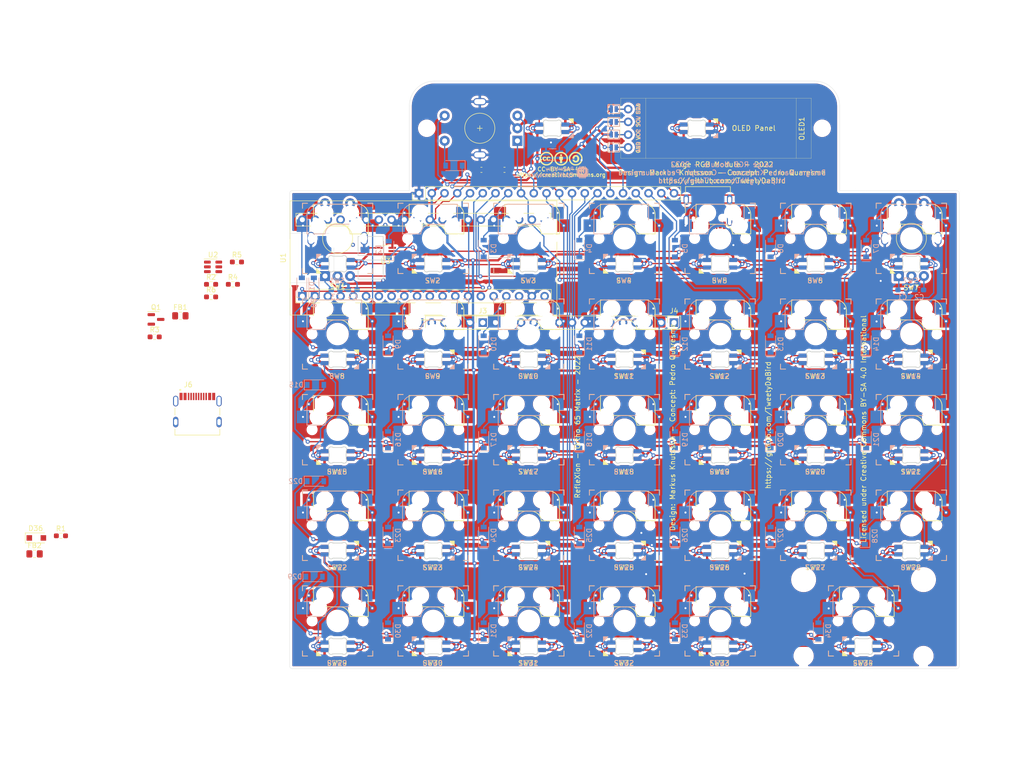
<source format=kicad_pcb>
(kicad_pcb (version 20211014) (generator pcbnew)
  (title_block (title "RefleXion - Ortho 65") (date "2022-09-26") (rev "1.0.0") (company "Tweety's Wild Thinking") (comment 1 "Design: Markus Knutsson <markus.knutsson@tweety.se>") (comment 2 "Concept: Pedro Quaresma <pq@live.ie>") (comment 3 "https://github.com/TweetyDaBird") (comment 4 "Licensed under Creative Commons BY-SA 4.0 International"))
  (layers (0 "F.Cu" signal) (31 "B.Cu" signal) (34 "B.Paste" user) (35 "F.Paste" user) (36 "B.SilkS" user "B.Silkscreen") (37 "F.SilkS" user "F.Silkscreen") (38 "B.Mask" user) (39 "F.Mask" user) (44 "Edge.Cuts" user))
  (net 0 "")
  (net 1 "Row0")
  (net 2 "Net-(D4-Pad2)")
  (net 3 "Row1")
  (net 4 "Net-(D6-Pad2)")
  (net 5 "Net-(D8-Pad2)")
  (net 6 "Row2")
  (net 7 "Net-(D13-Pad2)")
  (net 8 "Net-(D14-Pad2)")
  (net 9 "Row3")
  (net 10 "Net-(D17-Pad2)")
  (net 11 "Net-(D18-Pad2)")
  (net 12 "Row4")
  (net 13 "Net-(D24-Pad2)")
  (net 14 "Net-(D26-Pad2)")
  (net 15 "Net-(D27-Pad2)")
  (net 16 "Net-(D28-Pad2)")
  (net 17 "Net-(D29-Pad2)")
  (net 18 "Net-(D30-Pad2)")
  (net 19 "Net-(D31-Pad2)")
  (net 20 "Net-(D32-Pad2)")
  (net 21 "Net-(D33-Pad2)")
  (net 22 "Net-(D34-Pad2)")
  (net 23 "Col0")
  (net 24 "Col1")
  (net 25 "Col2")
  (net 26 "Col3")
  (net 27 "Col4")
  (net 28 "Col5")
  (net 29 "Col6")
  (net 30 "Net-(D2-Pad2)")
  (net 31 "Net-(D3-Pad2)")
  (net 32 "Net-(D5-Pad2)")
  (net 33 "Net-(D9-Pad2)")
  (net 34 "Net-(D10-Pad2)")
  (net 35 "Net-(D11-Pad2)")
  (net 36 "Net-(D12-Pad2)")
  (net 37 "Net-(D15-Pad2)")
  (net 38 "Net-(D16-Pad2)")
  (net 39 "Net-(D19-Pad2)")
  (net 40 "Net-(D20-Pad2)")
  (net 41 "Net-(D21-Pad2)")
  (net 42 "Net-(D22-Pad2)")
  (net 43 "Net-(D23-Pad2)")
  (net 44 "Net-(D25-Pad2)")
  (net 45 "Enc1")
  (net 46 "Enc2")
  (net 47 "A2")
  (net 48 "B2")
  (net 49 "GND")
  (net 50 "A1")
  (net 51 "B1")
  (net 52 "VCC")
  (net 53 "SDA")
  (net 54 "SCL")
  (net 55 "Net-(D35-Pad2)")
  (net 56 "RGB")
  (net 57 "Net-(LED1-Pad2)")
  (net 58 "Net-(LED2-Pad2)")
  (net 59 "Net-(LED3-Pad2)")
  (net 60 "Net-(LED4-Pad2)")
  (net 61 "Net-(LED5-Pad2)")
  (net 62 "Net-(LED31-Pad2)")
  (net 63 "Net-(LED10-Pad4)")
  (net 64 "Net-(LED32-Pad2)")
  (net 65 "Net-(LED6-Pad2)")
  (net 66 "Net-(LED33-Pad2)")
  (net 67 "Net-(LED30-Pad2)")
  (net 68 "Net-(LED10-Pad2)")
  (net 69 "Net-(LED15-Pad2)")
  (net 70 "Net-(LED16-Pad2)")
  (net 71 "Net-(LED17-Pad2)")
  (net 72 "Net-(LED18-Pad2)")
  (net 73 "Net-(LED19-Pad2)")
  (net 74 "Net-(LED20-Pad2)")
  (net 75 "Net-(LED22-Pad2)")
  (net 76 "Net-(LED29-Pad2)")
  (net 77 "unconnected-(LED34-Pad2)")
  (net 78 "Net-(LED14-Pad4)")
  (net 79 "Net-(LED15-Pad4)")
  (net 80 "Net-(LED8-Pad4)")
  (net 81 "Net-(LED11-Pad4)")
  (net 82 "Net-(LED12-Pad4)")
  (net 83 "Net-(LED13-Pad4)")
  (net 84 "Net-(LED22-Pad4)")
  (net 85 "Net-(LED23-Pad4)")
  (net 86 "Net-(LED24-Pad4)")
  (net 87 "Net-(LED25-Pad4)")
  (net 88 "Net-(LED26-Pad4)")
  (net 89 "Net-(LED27-Pad4)")
  (net 90 "Net-(LED21-Pad2)")
  (net 91 "Net-(LED1-Pad4)")
  (net 92 "Net-(LED35-Pad4)")
  (net 93 "Net-(LED35-Pad2)")
  (net 94 "unconnected-(LED36-Pad2)")
  (net 95 "Net-(D36-Pad2)")
  (net 96 "Net-(FB1-Pad1)")
  (net 97 "Net-(FB2-Pad1)")
  (net 101 "RX")
  (net 105 "TX")
  (net 106 "+3.3V")
  (net 107 "Hand")
  (net 124 "Net-(JP1-Pad1)")
  (net 125 "Net-(JP2-Pad1)")
  (net 126 "Net-(JP3-Pad1)")
  (net 127 "Net-(JP4-Pad1)")
  (footprint "Keyboard RGB:MX_SK6812MINI-E_REVERSIBLE" (layer "F.Cu") (at 110.89 52.54 180)
    (fp_text reference "LED4" hide)
    (fp_text value "SK6812MINI-E")
    (fp_line (start -1.699999 0.702841) (end -1.699999 -0.702843) (layer "Edge.Cuts") (width 0.15))
    (fp_line (start 0.794452 1.499999) (end -0.794452 1.499999) (layer "Edge.Cuts") (width 0.15))
    (fp_line (start 1.699999 -0.702843) (end 1.699999 0.702841) (layer "Edge.Cuts") (width 0.15))
    (fp_line (start -0.794452 -1.5) (end 0.794453 -1.5) (layer "Edge.Cuts") (width 0.15))
    (fp_arc (start 1.046711 -1.568299) (mid 1.638071 -1.504036) (end 1.749484 -0.919721) (layer "Edge.Cuts") (width 0.15))
    (fp_arc (start -1.749484 -0.919721) (mid -1.712527 -0.814069) (end -1.699999 -0.702843) (layer "Edge.Cuts") (width 0.15))
    (fp_arc (start 0.794452 1.499999) (mid 0.925123 1.517376) (end 1.046711 1.568298) (layer "Edge.Cuts") (width 0.15))
    (fp_arc (start 1.699999 -0.702844) (mid 1.712526 -0.81407) (end 1.749484 -0.919721) (layer "Edge.Cuts") (width 0.15))
    (fp_arc (start -1.046711 1.568296) (mid -1.63807 1.504033) (end -1.749484 0.919719) (layer "Edge.Cuts") (width 0.15))
    (fp_arc (start -1.04671 1.568298) (mid -0.925122 1.517376) (end -0.794452 1.499999) (layer "Edge.Cuts") (width 0.15))
    (fp_arc (start -1.699999 0.702842) (mid -1.712527 0.814067) (end -1.749484 0.919719) (layer "Edge.Cuts") (width 0.15))
    (fp_arc (start 1.749484 0.919718) (mid 1.638072 1.504034) (end 1.046711 1.568298) (layer "Edge.Cuts") (width 0.15))
    (fp_arc (start -1.749484 -0.919721) (mid -1.638071 -1.504036) (end -1.046711 -1.5683) (layer "Edge.Cuts") (width 0.15))
    (fp_arc (start 1.046711 -1.568299) (mid 0.925123 -1.517377) (end 0.794453 -1.5) (layer "Edge.Cuts") (width 0.15))
    (fp_arc (start 1.749484 0.919719) (mid 1.712511 0.81407) (end 1.699999 0.702841) (layer "Edge.Cuts") (width 0.15))
    (fp_arc (start -0.794453 -1.500001) (mid -0.925123 -1.517378) (end -1.046711 -1.5683) (layer "Edge.Cuts") (width 0.15))
  )
  (footprint "Keyboard Common:Spacer PCB hole" (layer "F.Cu") (at 158.515 35.965)
    (fp_text reference "H3" hide)
    (fp_text value "Spacer_PCB" hide)
  )
  (footprint "Resistor_SMD:R_0603_1608Metric_Pad0.98x0.95mm_HandSolder" (layer "F.Cu") (at -1.375 106.74)
    (fp_text reference "R1")
    (fp_text value "9.1k")
  )
  (footprint "Keyboard Switches:SW_MX_HotSwap_Reversible" (layer "F.Cu") (at 129.94 123.69)
    (fp_text reference "SW33" hide)
    (fp_text value "SW_Push" hide)
  )
  (footprint "Keyboard Common:Jumper_Mini" (layer "F.Cu") (at 108.75 24.28 180)
    (fp_text reference "JP3" hide)
    (fp_text value "Jumper_NO_Small" hide)
  )
  (footprint "Keyboard Common:HRO_TYPE-C-31-M-12" (layer "F.Cu") (at 127.51 39.7875 180)
    (fp_text reference "J2")
    (fp_text value "USB_C_Receptacle_USB2.0")
  )
  (footprint "Keyboard Switches:SW_MX_HotSwap_Reversible" (layer "F.Cu") (at 110.89 66.54)
    (fp_text reference "SW11" hide)
    (fp_text value "SW_Push" hide)
  )
  (footprint "Connector_PinHeader_2.54mm:PinHeader_1x01_P2.54mm_Vertical" (layer "F.Cu") (at 82.66 64.27)
    (fp_text reference "J3")
    (fp_text value "Conn_01x01")
  )
  (footprint "Keyboard Switches:SW_MX_HotSwap_Reversible" (layer "F.Cu") (at 72.79 123.69)
    (fp_text reference "SW30" hide)
    (fp_text value "SW_Push" hide)
  )
  (footprint "Keyboard RGB:MX_SK6812MINI-E_REVERSIBLE" (layer "F.Cu") (at 91.84 109.69)
    (fp_text reference "LED24" hide)
    (fp_text value "SK6812MINI-E")
    (fp_line (start 0.794452 1.499999) (end -0.794452 1.499999) (layer "Edge.Cuts") (width 0.15))
    (fp_line (start 1.699999 -0.702843) (end 1.699999 0.702841) (layer "Edge.Cuts") (width 0.15))
    (fp_line (start -0.794452 -1.5) (end 0.794453 -1.5) (layer "Edge.Cuts") (width 0.15))
    (fp_line (start -1.699999 0.702841) (end -1.699999 -0.702843) (layer "Edge.Cuts") (width 0.15))
    (fp_arc (start 1.046711 -1.568299) (mid 1.638071 -1.504036) (end 1.749484 -0.919721) (layer "Edge.Cuts") (width 0.15))
    (fp_arc (start -1.749484 -0.919721) (mid -1.712527 -0.814069) (end -1.699999 -0.702843) (layer "Edge.Cuts") (width 0.15))
    (fp_arc (start -1.749484 -0.919721) (mid -1.638071 -1.504036) (end -1.046711 -1.5683) (layer "Edge.Cuts") (width 0.15))
    (fp_arc (start 1.749484 0.919718) (mid 1.638072 1.504034) (end 1.046711 1.568298) (layer "Edge.Cuts") (width 0.15))
    (fp_arc (start 1.046711 -1.568299) (mid 0.925123 -1.517377) (end 0.794453 -1.5) (layer "Edge.Cuts") (width 0.15))
    (fp_arc (start -1.699999 0.702842) (mid -1.712527 0.814067) (end -1.749484 0.919719) (layer "Edge.Cuts") (width 0.15))
    (fp_arc (start -1.04671 1.568298) (mid -0.925122 1.517376) (end -0.794452 1.499999) (layer "Edge.Cuts") (width 0.15))
    (fp_arc (start -1.046711 1.568296) (mid -1.63807 1.504033) (end -1.749484 0.919719) (layer "Edge.Cuts") (width 0.15))
    (fp_arc (start 0.794452 1.499999) (mid 0.925123 1.517376) (end 1.046711 1.568298) (layer "Edge.Cuts") (width 0.15))
    (fp_arc (start 1.699999 -0.702844) (mid 1.712526 -0.81407) (end 1.749484 -0.919721) (layer "Edge.Cuts") (width 0.15))
    (fp_arc (start -0.794453 -1.500001) (mid -0.925123 -1.517378) (end -1.046711 -1.5683) (layer "Edge.Cuts") (width 0.15))
    (fp_arc (start 1.749484 0.919719) (mid 1.712511 0.81407) (end 1.699999 0.702841) (layer "Edge.Cuts") (width 0.15))
  )
  (footprint "Keyboard Switches:SW_MX_HotSwap_Reversible" (layer "F.Cu") (at 110.89 123.69)
    (fp_text reference "SW32" hide)
    (fp_text value "SW_Push" hide)
  )
  (footprint "Keyboard Common:Jumper_Mini" (layer "F.Cu") (at 108.75 29.36 180)
    (fp_text reference "JP1" hide)
    (fp_text value "Jumper_NO_Small" hide)
  )
  (footprint "Keyboard RGB:MX_SK6812MINI-E_REVERSIBLE" (layer "F.Cu") (at 53.74 71.59)
    (fp_text reference "LED8" hide)
    (fp_text value "SK6812MINI-E")
    (fp_line (start -0.794452 -1.5) (end 0.794453 -1.5) (layer "Edge.Cuts") (width 0.15))
    (fp_line (start 1.699999 -0.702843) (end 1.699999 0.702841) (layer "Edge.Cuts") (width 0.15))
    (fp_line (start 0.794452 1.499999) (end -0.794452 1.499999) (layer "Edge.Cuts") (width 0.15))
    (fp_line (start -1.699999 0.702841) (end -1.699999 -0.702843) (layer "Edge.Cuts") (width 0.15))
    (fp_arc (start -0.794453 -1.500001) (mid -0.925123 -1.517378) (end -1.046711 -1.5683) (layer "Edge.Cuts") (width 0.15))
    (fp_arc (start 0.794452 1.499999) (mid 0.925123 1.517376) (end 1.046711 1.568298) (layer "Edge.Cuts") (width 0.15))
    (fp_arc (start 1.046711 -1.568299) (mid 1.638071 -1.504036) (end 1.749484 -0.919721) (layer "Edge.Cuts") (width 0.15))
    (fp_arc (start 1.046711 -1.568299) (mid 0.925123 -1.517377) (end 0.794453 -1.5) (layer "Edge.Cuts") (width 0.15))
    (fp_arc (start -1.046711 1.568296) (mid -1.63807 1.504033) (end -1.749484 0.919719) (layer "Edge.Cuts") (width 0.15))
    (fp_arc (start -1.699999 0.702842) (mid -1.712527 0.814067) (end -1.749484 0.919719) (layer "Edge.Cuts") (width 0.15))
    (fp_arc (start -1.04671 1.568298) (mid -0.925122 1.517376) (end -0.794452 1.499999) (layer "Edge.Cuts") (width 0.15))
    (fp_arc (start -1.749484 -0.919721) (mid -1.712527 -0.814069) (end -1.699999 -0.702843) (layer "Edge.Cuts") (width 0.15))
    (fp_arc (start 1.749484 0.919718) (mid 1.638072 1.504034) (end 1.046711 1.568298) (layer "Edge.Cuts") (width 0.15))
    (fp_arc (start 1.699999 -0.702844) (mid 1.712526 -0.81407) (end 1.749484 -0.919721) (layer "Edge.Cuts") (width 0.15))
    (fp_arc (start 1.749484 0.919719) (mid 1.712511 0.81407) (end 1.699999 0.702841) (layer "Edge.Cuts") (width 0.15))
    (fp_arc (start -1.749484 -0.919721) (mid -1.638071 -1.504036) (end -1.046711 -1.5683) (layer "Edge.Cuts") (width 0.15))
  )
  (footprint "Keyboard RGB:MX_SK6812MINI-E_REVERSIBLE" (layer "F.Cu") (at 129.94 90.64 180)
    (fp_text reference "LED19" hide)
    (fp_text value "SK6812MINI-E")
    (fp_line (start -0.794452 -1.5) (end 0.794453 -1.5) (layer "Edge.Cuts") (width 0.15))
    (fp_line (start -1.699999 0.702841) (end -1.699999 -0.702843) (layer "Edge.Cuts") (width 0.15))
    (fp_line (start 1.699999 -0.702843) (end 1.699999 0.702841) (layer "Edge.Cuts") (width 0.15))
    (fp_line (start 0.794452 1.499999) (end -0.794452 1.499999) (layer "Edge.Cuts") (width 0.15))
    (fp_arc (start 1.749484 0.919718) (mid 1.638072 1.504034) (end 1.046711 1.568298) (layer "Edge.Cuts") (width 0.15))
    (fp_arc (start -1.699999 0.702842) (mid -1.712527 0.814067) (end -1.749484 0.919719) (layer "Edge.Cuts") (width 0.15))
    (fp_arc (start 1.699999 -0.702844) (mid 1.712526 -0.81407) (end 1.749484 -0.919721) (layer "Edge.Cuts") (width 0.15))
    (fp_arc (start 0.794452 1.499999) (mid 0.925123 1.517376) (end 1.046711 1.568298) (layer "Edge.Cuts") (width 0.15))
    (fp_arc (start 1.046711 -1.568299) (mid 1.638071 -1.504036) (end 1.749484 -0.919721) (layer "Edge.Cuts") (width 0.15))
    (fp_arc (start -1.749484 -0.919721) (mid -1.712527 -0.814069) (end -1.699999 -0.702843) (layer "Edge.Cuts") (width 0.15))
    (fp_arc (start -1.749484 -0.919721) (mid -1.638071 -1.504036) (end -1.046711 -1.5683) (layer "Edge.Cuts") (width 0.15))
    (fp_arc (start -1.04671 1.568298) (mid -0.925122 1.517376) (end -0.794452 1.499999) (layer "Edge.Cuts") (width 0.15))
    (fp_arc (start 1.749484 0.919719) (mid 1.712511 0.81407) (end 1.699999 0.702841) (layer "Edge.Cuts") (width 0.15))
    (fp_arc (start -0.794453 -1.500001) (mid -0.925123 -1.517378) (end -1.046711 -1.5683) (layer "Edge.Cuts") (width 0.15))
    (fp_arc (start -1.046711 1.568296) (mid -1.63807 1.504033) (end -1.749484 0.919719) (layer "Edge.Cuts") (width 0.15))
    (fp_arc (start 1.046711 -1.568299) (mid 0.925123 -1.517377) (end 0.794453 -1.5) (layer "Edge.Cuts") (width 0.15))
  )
  (footprint "Keyboard Switches:SW_MX_HotSwap_Reversible" (layer "F.Cu") (at 91.84 47.49)
    (fp_text reference "SW3" hide)
    (fp_text value "SW_Push" hide)
  )
  (footprint "Keyboard Common:Spacer PCB hole" (layer "F.Cu") (at 158.515 135.215)
    (fp_text reference "H4" hide)
    (fp_text value "Spacer_PCB" hide)
  )
  (footprint "Package_TO_SOT_SMD:SOT-23-6" (layer "F.Cu") (at 28.935 53.16)
    (fp_text reference "U2")
    (fp_text value "SRV05-4")
  )
  (footprint "Resistor_SMD:R_0603_1608Metric_Pad0.98x0.95mm_HandSolder" (layer "F.Cu") (at 32.885 56.64)
    (fp_text reference "R4")
    (fp_text value "9.1k")
  )
  (footprint "Package_TO_SOT_SMD:SOT-23" (layer "F.Cu") (at 17.565 63.63)
    (fp_text reference "Q1")
    (fp_text value "AO3401A")
  )
  (footprint "Keyboard RGB:MX_SK6812MINI-E_REVERSIBLE" (layer "F.Cu") (at 72.79 52.54 180)
    (fp_text reference "LED2" hide)
    (fp_text value "SK6812MINI-E")
    (fp_line (start 1.699999 -0.702843) (end 1.699999 0.702841) (layer "Edge.Cuts") (width 0.15))
    (fp_line (start 0.794452 1.499999) (end -0.794452 1.499999) (layer "Edge.Cuts") (width 0.15))
    (fp_line (start -0.794452 -1.5) (end 0.794453 -1.5) (layer "Edge.Cuts") (width 0.15))
    (fp_line (start -1.699999 0.702841) (end -1.699999 -0.702843) (layer "Edge.Cuts") (width 0.15))
    (fp_arc (start 1.046711 -1.568299) (mid 1.638071 -1.504036) (end 1.749484 -0.919721) (layer "Edge.Cuts") (width 0.15))
    (fp_arc (start -0.794453 -1.500001) (mid -0.925123 -1.517378) (end -1.046711 -1.5683) (layer "Edge.Cuts") (width 0.15))
    (fp_arc (start -1.749484 -0.919721) (mid -1.712527 -0.814069) (end -1.699999 -0.702843) (layer "Edge.Cuts") (width 0.15))
    (fp_arc (start 1.046711 -1.568299) (mid 0.925123 -1.517377) (end 0.794453 -1.5) (layer "Edge.Cuts") (width 0.15))
    (fp_arc (start -1.04671 1.568298) (mid -0.925122 1.517376) (end -0.794452 1.499999) (layer "Edge.Cuts") (width 0.15))
    (fp_arc (start 1.749484 0.919719) (mid 1.712511 0.81407) (end 1.699999 0.702841) (layer "Edge.Cuts") (width 0.15))
    (fp_arc (start 0.794452 1.499999) (mid 0.925123 1.517376) (end 1.046711 1.568298) (layer "Edge.Cuts") (width 0.15))
    (fp_arc (start -1.699999 0.702842) (mid -1.712527 0.814067) (end -1.749484 0.919719) (layer "Edge.Cuts") (width 0.15))
    (fp_arc (start 1.699999 -0.702844) (mid 1.712526 -0.81407) (end 1.749484 -0.919721) (layer "Edge.Cuts") (width 0.15))
    (fp_arc (start -1.749484 -0.919721) (mid -1.638071 -1.504036) (end -1.046711 -1.5683) (layer "Edge.Cuts") (width 0.15))
    (fp_arc (start -1.046711 1.568296) (mid -1.63807 1.504033) (end -1.749484 0.919719) (layer "Edge.Cuts") (width 0.15))
    (fp_arc (start 1.749484 0.919718) (mid 1.638072 1.504034) (end 1.046711 1.568298) (layer "Edge.Cuts") (width 0.15))
  )
  (footprint "Keyboard RGB:MX_SK6812MINI-E_REVERSIBLE" (layer "F.Cu") (at 168.04 52.54 180)
    (fp_text reference "LED7" hide)
    (fp_text value "SK6812MINI-E")
    (fp_line (start -0.794452 -1.5) (end 0.794453 -1.5) (layer "Edge.Cuts") (width 0.15))
    (fp_line (start 1.699999 -0.702843) (end 1.699999 0.702841) (layer "Edge.Cuts") (width 0.15))
    (fp_line (start -1.699999 0.702841) (end -1.699999 -0.702843) (layer "Edge.Cuts") (width 0.15))
    (fp_line (start 0.794452 1.499999) (end -0.794452 1.499999) (layer "Edge.Cuts") (width 0.15))
    (fp_arc (start -1.046711 1.568296) (mid -1.63807 1.504033) (end -1.749484 0.919719) (layer "Edge.Cuts") (width 0.15))
    (fp_arc (start 1.046711 -1.568299) (mid 0.925123 -1.517377) (end 0.794453 -1.5) (layer "Edge.Cuts") (width 0.15))
    (fp_arc (start 1.749484 0.919718) (mid 1.638072 1.504034) (end 1.046711 1.568298) (layer "Edge.Cuts") (width 0.15))
    (fp_arc (start -1.04671 1.568298) (mid -0.925122 1.517376) (end -0.794452 1.499999) (layer "Edge.Cuts") (width 0.15))
    (fp_arc (start -0.794453 -1.500001) (mid -0.925123 -1.517378) (end -1.046711 -1.5683) (layer "Edge.Cuts") (width 0.15))
    (fp_arc (start 1.749484 0.919719) (mid 1.712511 0.81407) (end 1.699999 0.702841) (layer "Edge.Cuts") (width 0.15))
    (fp_arc (start 1.699999 -0.702844) (mid 1.712526 -0.81407) (end 1.749484 -0.919721) (layer "Edge.Cuts") (width 0.15))
    (fp_arc (start -1.749484 -0.919721) (mid -1.638071 -1.504036) (end -1.046711 -1.5683) (layer "Edge.Cuts") (width 0.15))
    (fp_arc (start -1.699999 0.702842) (mid -1.712527 0.814067) (end -1.749484 0.919719) (layer "Edge.Cuts") (width 0.15))
    (fp_arc (start -1.749484 -0.919721) (mid -1.712527 -0.814069) (end -1.699999 -0.702843) (layer "Edge.Cuts") (width 0.15))
    (fp_arc (start 1.046711 -1.568299) (mid 1.638071 -1.504036) (end 1.749484 -0.919721) (layer "Edge.Cuts") (width 0.15))
    (fp_arc (start 0.794452 1.499999) (mid 0.925123 1.517376) (end 1.046711 1.568298) (layer "Edge.Cuts") (width 0.15))
  )
  (footprint "Keyboard Switches:SW_MX_HotSwap_Reversible" (layer "F.Cu") (at 148.99 104.64)
    (fp_text reference "SW27" hide)
    (fp_text value "SW_Push" hide)
  )
  (footprint "Keyboard Switches:SW_MX_HotSwap_Reversible" (layer "F.Cu") (at 91.84 123.69)
    (fp_text reference "SW31" hide)
    (fp_text value "SW_Push" hide)
  )
  (footprint "Keyboard Switches:SW_MX_HotSwap_Reversible" (layer "F.Cu") (at 148.99 66.54)
    (fp_text reference "SW13" hide)
    (fp_text value "SW_Push" hide)
  )
  (footprint "Logotypes:CC_BY_SA_40" (layer "F.Cu") (at 98.3 32.54)
    (fp_text reference "Logo1")
    (fp_text value "CC-BY-SA-4.0")
  )
  (footprint "Resistor_SMD:R_0603_1608Metric_Pad0.98x0.95mm_HandSolder" (layer "F.Cu") (at 17.295 67.11)
    (fp_text reference "R3")
    (fp_text value "9.1k")
  )
  (footprint "Keyboard RGB:MX_SK6812MINI-E_REVERSIBLE" (layer "F.Cu") (at 125.2755 25.55)
    (fp_text reference "LED36" hide)
    (fp_text value "SK6812MINI-E")
    (fp_line (start 1.699999 -0.702843) (end 1.699999 0.702841) (layer "Edge.Cuts") (width 0.15))
    (fp_line (start 0.794452 1.499999) (end -0.794452 1.499999) (layer "Edge.Cuts") (width 0.15))
    (fp_line (start -1.699999 0.702841) (end -1.699999 -0.702843) (layer "Edge.Cuts") (width 0.15))
    (fp_line (start -0.794452 -1.5) (end 0.794453 -1.5) (layer "Edge.Cuts") (width 0.15))
    (fp_arc (start -1.04671 1.568298) (mid -0.925122 1.517376) (end -0.794452 1.499999) (layer "Edge.Cuts") (width 0.15))
    (fp_arc (start 1.046711 -1.568299) (mid 1.638071 -1.504036) (end 1.749484 -0.919721) (layer "Edge.Cuts") (width 0.15))
    (fp_arc (start -1.749484 -0.919721) (mid -1.638071 -1.504036) (end -1.046711 -1.5683) (layer "Edge.Cuts") (width 0.15))
    (fp_arc (start 1.699999 -0.702844) (mid 1.712526 -0.81407) (end 1.749484 -0.919721) (layer "Edge.Cuts") (width 0.15))
    (fp_arc (start 1.046711 -1.568299) (mid 0.925123 -1.517377) (end 0.794453 -1.5) (layer "Edge.Cuts") (width 0.15))
    (fp_arc (start -1.699999 0.702842) (mid -1.712527 0.814067) (end -1.749484 0.919719) (layer "Edge.Cuts") (width 0.15))
    (fp_arc (start -1.749484 -0.919721) (mid -1.712527 -0.814069) (end -1.699999 -0.702843) (layer "Edge.Cuts") (width 0.15))
    (fp_arc (start 1.749484 0.919718) (mid 1.638072 1.504034) (end 1.046711 1.568298) (layer "Edge.Cuts") (width 0.15))
    (fp_arc (start 1.749484 0.919719) (mid 1.712511 0.81407) (end 1.699999 0.702841) (layer "Edge.Cuts") (width 0.15))
    (fp_arc (start -0.794453 -1.500001) (mid -0.925123 -1.517378) (end -1.046711 -1.5683) (layer "Edge.Cuts") (width 0.15))
    (fp_arc (start 0.794452 1.499999) (mid 0.925123 1.517376) (end 1.046711 1.568298) (layer "Edge.Cuts") (width 0.15))
    (fp_arc (start -1.046711 1.568296) (mid -1.63807 1.504033) (end -1.749484 0.919719) (layer "Edge.Cuts") (width 0.15))
  )
  (footprint "Keyboard RGB:MX_SK6812MINI-E_REVERSIBLE" (layer "F.Cu") (at 168.04 71.59)
    (fp_text reference "LED14" hide)
    (fp_text value "SK6812MINI-E")
    (fp_line (start 0.794452 1.499999) (end -0.794452 1.499999) (layer "Edge.Cuts") (width 0.15))
    (fp_line (start 1.699999 -0.702843) (end 1.699999 0.702841) (layer "Edge.Cuts") (width 0.15))
    (fp_line (start -1.699999 0.702841) (end -1.699999 -0.702843) (layer "Edge.Cuts") (width 0.15))
    (fp_line (start -0.794452 -1.5) (end 0.794453 -1.5) (layer "Edge.Cuts") (width 0.15))
    (fp_arc (start 1.046711 -1.568299) (mid 0.925123 -1.517377) (end 0.794453 -1.5) (layer "Edge.Cuts") (width 0.15))
    (fp_arc (start 1.046711 -1.568299) (mid 1.638071 -1.504036) (end 1.749484 -0.919721) (layer "Edge.Cuts") (width 0.15))
    (fp_arc (start -1.04671 1.568298) (mid -0.925122 1.517376) (end -0.794452 1.499999) (layer "Edge.Cuts") (width 0.15))
    (fp_arc (start -1.699999 0.702842) (mid -1.712527 0.814067) (end -1.749484 0.919719) (layer "Edge.Cuts") (width 0.15))
    (fp_arc (start 1.749484 0.919718) (mid 1.638072 1.504034) (end 1.046711 1.568298) (layer "Edge.Cuts") (width 0.15))
    (fp_arc (start 1.749484 0.919719) (mid 1.712511 0.81407) (end 1.699999 0.702841) (layer "Edge.Cuts") (width 0.15))
    (fp_arc (start -1.749484 -0.919721) (mid -1.638071 -1.504036) (end -1.046711 -1.5683) (layer "Edge.Cuts") (width 0.15))
    (fp_arc (start -0.794453 -1.500001) (mid -0.925123 -1.517378) (end -1.046711 -1.5683) (layer "Edge.Cuts") (width 0.15))
    (fp_arc (start 1.699999 -0.702844) (mid 1.712526 -0.81407) (end 1.749484 -0.919721) (layer "Edge.Cuts") (width 0.15))
    (fp_arc (start -1.749484 -0.919721) (mid -1.712527 -0.814069) (end -1.699999 -0.702843) (layer "Edge.Cuts") (width 0.15))
    (fp_arc (start 0.794452 1.499999) (mid 0.925123 1.517376) (end 1.046711 1.568298) (layer "Edge.Cuts") (width 0.15))
    (fp_arc (start -1.046711 1.568296) (mid -1.63807 1.504033) (end -1.749484 0.919719) (layer "Edge.Cuts") (width 0.15))
  )
  (footprint "Keyboard RGB:MX_SK6812MINI-E_REVERSIBLE" (layer "F.Cu") (at 53.74 128.74 180)
    (fp_text reference "LED29" hide)
    (fp_text value "SK6812MINI-E")
    (fp_line (start -1.699999 0.702841) (end -1.699999 -0.702843) (layer "Edge.Cuts") (width 0.15))
    (fp_line (start 1.699999 -0.702843) (end 1.699999 0.702841) (layer "Edge.Cuts") (width 0.15))
    (fp_line (start 0.794452 1.499999) (end -0.794452 1.499999) (layer "Edge.Cuts") (width 0.15))
    (fp_line (start -0.794452 -1.5) (end 0.794453 -1.5) (layer "Edge.Cuts") (width 0.15))
    (fp_arc (start 1.046711 -1.568299) (mid 1.638071 -1.504036) (end 1.749484 -0.919721) (layer "Edge.Cuts") (width 0.15))
    (fp_arc (start -1.699999 0.702842) (mid -1.712527 0.814067) (end -1.749484 0.919719) (layer "Edge.Cuts") (width 0.15))
    (fp_arc (start -0.794453 -1.500001) (mid -0.925123 -1.517378) (end -1.046711 -1.5683) (layer "Edge.Cuts") (width 0.15))
    (fp_arc (start 1.749484 0.919719) (mid 1.712511 0.81407) (end 1.699999 0.702841) (layer "Edge.Cuts") (width 0.15))
    (fp_arc (start 0.794452 1.499999) (mid 0.925123 1.517376) (end 1.046711 1.568298) (layer "Edge.Cuts") (width 0.15))
    (fp_arc (start -1.749484 -0.919721) (mid -1.712527 -0.814069) (end -1.699999 -0.702843) (layer "Edge.Cuts") (width 0.15))
    (fp_arc (start -1.749484 -0.919721) (mid -1.638071 -1.504036) (end -1.046711 -1.5683) (layer "Edge.Cuts") (width 0.15))
    (fp_arc (start -1.046711 1.568296) (mid -1.63807 1.504033) (end -1.749484 0.919719) (layer "Edge.Cuts") (width 0.15))
    (fp_arc (start 1.749484 0.919718) (mid 1.638072 1.504034) (end 1.046711 1.568298) (layer "Edge.Cuts") (width 0.15))
    (fp_arc (start 1.046711 -1.568299) (mid 0.925123 -1.517377) (end 0.794453 -1.5) (layer "Edge.Cuts") (width 0.15))
    (fp_arc (start -1.04671 1.568298) (mid -0.925122 1.517376) (end -0.794452 1.499999) (layer "Edge.Cuts") (width 0.15))
    (fp_arc (start 1.699999 -0.702844) (mid 1.712526 -0.81407) (end 1.749484 -0.919721) (layer "Edge.Cuts") (width 0.15))
  )
  (footprint "Keyboard RGB:MX_SK6812MINI-E_REVERSIBLE" (layer "F.Cu") (at 72.79 109.69)
    (fp_text reference "LED23" hide)
    (fp_text value "SK6812MINI-E")
    (fp_line (start 1.699999 -0.702843) (end 1.699999 0.702841) (layer "Edge.Cuts") (width 0.15))
    (fp_line (start -1.699999 0.702841) (end -1.699999 -0.702843) (layer "Edge.Cuts") (width 0.15))
    (fp_line (start -0.794452 -1.5) (end 0.794453 -1.5) (layer "Edge.Cuts") (width 0.15))
    (fp_line (start 0.794452 1.499999) (end -0.794452 1.499999) (layer "Edge.Cuts") (width 0.15))
    (fp_arc (start 0.794452 1.499999) (mid 0.925123 1.517376) (end 1.046711 1.568298) (layer "Edge.Cuts") (width 0.15))
    (fp_arc (start 1.046711 -1.568299) (mid 0.925123 -1.517377) (end 0.794453 -1.5) (layer "Edge.Cuts") (width 0.15))
    (fp_arc (start -1.749484 -0.919721) (mid -1.638071 -1.504036) (end -1.046711 -1.5683) (layer "Edge.Cuts") (width 0.15))
    (fp_arc (start 1.699999 -0.702844) (mid 1.712526 -0.81407) (end 1.749484 -0.919721) (layer "Edge.Cuts") (width 0.15))
    (fp_arc (start -0.794453 -1.500001) (mid -0.925123 -1.517378) (end -1.046711 -1.5683) (layer "Edge.Cuts") (width 0.15))
    (fp_arc (start -1.046711 1.568296) (mid -1.63807 1.504033) (end -1.749484 0.919719) (layer "Edge.Cuts") (width 0.15))
    (fp_arc (start -1.699999 0.702842) (mid -1.712527 0.814067) (end -1.749484 0.919719) (layer "Edge.Cuts") (width 0.15))
    (fp_arc (start 1.046711 -1.568299) (mid 1.638071 -1.504036) (end 1.749484 -0.919721) (layer "Edge.Cuts") (width 0.15))
    (fp_arc (start 1.749484 0.919719) (mid 1.712511 0.81407) (end 1.699999 0.702841) (layer "Edge.Cuts") (width 0.15))
    (fp_arc (start 1.749484 0.919718) (mid 1.638072 1.504034) (end 1.046711 1.568298) (layer "Edge.Cuts") (width 0.15))
    (fp_arc (start -1.749484 -0.919721) (mid -1.712527 -0.814069) (end -1.699999 -0.702843) (layer "Edge.Cuts") (width 0.15))
    (fp_arc (start -1.04671 1.568298) (mid -0.925122 1.517376) (end -0.794452 1.499999) (layer "Edge.Cuts") (width 0.15))
  )
  (footprint "Keyboard Switches:SW_MX_HotSwap_Reversible" (layer "F.Cu") (at 53.74 66.54)
    (fp_text reference "SW8" hide)
    (fp_text value "SW_Push" hide)
  )
  (footprint "Package_TO_SOT_SMD:SOT-353_SC-70-5_Handsoldering" (layer "F.Cu") (at 63.3 50.02 180)
    (fp_text reference "U3")
    (fp_text value "74AHCT1G125")
  )
  (footprint "Keyboard RGB:MX_SK6812MINI-E_REVERSIBLE" (layer "F.Cu") (at 129.94 128.74 180)
    (fp_text reference "LED33" hide)
    (fp_text value "SK6812MINI-E")
    (fp_line (start -1.699999 0.702841) (end -1.699999 -0.702843) (layer "Edge.Cuts") (width 0.15))
    (fp_line (start -0.794452 -1.5) (end 0.794453 -1.5) (layer "Edge.Cuts") (width 0.15))
    (fp_line (start 0.794452 1.499999) (end -0.794452 1.499999) (layer "Edge.Cuts") (width 0.15))
    (fp_line (start 1.699999 -0.702843) (end 1.699999 0.702841) (layer "Edge.Cuts") (width 0.15))
    (fp_arc (start -1.04671 1.568298) (mid -0.925122 1.517376) (end -0.794452 1.499999) (layer "Edge.Cuts") (width 0.15))
    (fp_arc (start -1.046711 1.568296) (mid -1.63807 1.504033) (end -1.749484 0.919719) (layer "Edge.Cuts") (width 0.15))
    (fp_arc (start 1.046711 -1.568299) (mid 1.638071 -1.504036) (end 1.749484 -0.919721) (layer "Edge.Cuts") (width 0.15))
    (fp_arc (start -1.749484 -0.919721) (mid -1.712527 -0.814069) (end -1.699999 -0.702843) (layer "Edge.Cuts") (width 0.15))
    (fp_arc (start 1.749484 0.919718) (mid 1.638072 1.504034) (end 1.046711 1.568298) (layer "Edge.Cuts") (width 0.15))
    (fp_arc (start 1.699999 -0.702844) (mid 1.712526 -0.81407) (end 1.749484 -0.919721) (layer "Edge.Cuts") (width 0.15))
    (fp_arc (start 0.794452 1.499999) (mid 0.925123 1.517376) (end 1.046711 1.568298) (layer "Edge.Cuts") (width 0.15))
    (fp_arc (start 1.046711 -1.568299) (mid 0.925123 -1.517377) (end 0.794453 -1.5) (layer "Edge.Cuts") (width 0.15))
    (fp_arc (start -0.794453 -1.500001) (mid -0.925123 -1.517378) (end -1.046711 -1.5683) (layer "Edge.Cuts") (width 0.15))
    (fp_arc (start 1.749484 0.919719) (mid 1.712511 0.81407) (end 1.699999 0.702841) (layer "Edge.Cuts") (width 0.15))
    (fp_arc (start -1.699999 0.702842) (mid -1.712527 0.814067) (end -1.749484 0.919719) (layer "Edge.Cuts") (width 0.15))
    (fp_arc (start -1.749484 -0.919721) (mid -1.638071 -1.504036) (end -1.046711 -1.5683) (layer "Edge.Cuts") (width 0.15))
  )
  (footprint "Keyboard Controllers:WeAct_BlackPill_3_reverse_mount" (layer "F.Cu") (at 46.715 59 90)
    (fp_text reference "U1")
    (fp_text value "WeAct_Blackpill_v3_safepin" hide)
    (fp_line (start 12.5 -2.5) (end 12.5 6.3) (layer "Edge.Cuts") (width 0.05))
    (fp_line (start 12.5 6.3) (end 2.7 6.3) (layer "Edge.Cuts") (width 0.05))
    (fp_line (start 2.7 6.3) (end 2.7 -2.5) (layer "Edge.Cuts") (width 0.05))
    (fp_rect (start 8.1 11.1) (end 11.9 16.1) (layer "Edge.Cuts") (width 0.12) (fill none))
    (fp_rect (start 3.9 37) (end 7.7 42) (layer "Edge.Cuts") (width 0.12) (fill none))
    (fp_rect (start 3.4 11.1) (end 7.2 16.1) (layer "Edge.Cuts") (width 0.12) (fill none))
  )
  (footprint "Resistor_SMD:R_0603_1608Metric_Pad0.98x0.95mm_HandSolder" (layer "F.Cu") (at 28.535 56.64)
    (fp_text reference "R2")
    (fp_text value "9.1k")
  )
  (footprint "Keyboard Switches:SW_MX_HotSwap_Reversible" (layer "F.Cu") (at 72.79 66.54)
    (fp_text reference "SW9" hide)
    (fp_text value "SW_Push" hide)
  )
  (footprint "Keyboard Common:HRO_TYPE-C-31-M-12" (layer "F.Cu") (at 25.805 84.075)
    (fp_text reference "J6")
    (fp_text value "USB_C_Receptacle_USB2.0")
  )
  (footprint "Keyboard RGB:MX_SK6812MINI-E_REVERSIBLE" (layer "F.Cu") (at 148.99 52.54 180)
    (fp_text reference "LED6" hide)
    (fp_text value "SK6812MINI-E")
    (fp_line (start -0.794452 -1.5) (end 0.794453 -1.5) (layer "Edge.Cuts") (width 0.15))
    (fp_line (start 0.794452 1.499999) (end -0.794452 1.499999) (layer "Edge.Cuts") (width 0.15))
    (fp_line (start 1.699999 -0.702843) (end 1.699999 0.702841) (layer "Edge.Cuts") (width 0.15))
    (fp_line (start -1.699999 0.702841) (end -1.699999 -0.702843) (layer "Edge.Cuts") (width 0.15))
    (fp_arc (start -0.794453 -1.500001) (mid -0.925123 -1.517378) (end -1.046711 -1.5683) (layer "Edge.Cuts") (width 0.15))
    (fp_arc (start 1.749484 0.919719) (mid 1.712511 0.81407) (end 1.699999 0.702841) (layer "Edge.Cuts") (width 0.15))
    (fp_arc (start -1.749484 -0.919721) (mid -1.712527 -0.814069) (end -1.699999 -0.702843) (layer "Edge.Cuts") (width 0.15))
    (fp_arc (start -1.04671 1.568298) (mid -0.925122 1.517376) (end -0.794452 1.499999) (layer "Edge.Cuts") (width 0.15))
    (fp_arc (start 1.046711 -1.568299) (mid 1.638071 -1.504036) (end 1.749484 -0.919721) (layer "Edge.Cuts") (width 0.15))
    (fp_arc (start -1.699999 0.702842) (mid -1.712527 0.814067) (end -1.749484 0.919719) (layer "Edge.Cuts") (width 0.15))
    (fp_arc (start 1.699999 -0.702844) (mid 1.712526 -0.81407) (end 1.749484 -0.919721) (layer "Edge.Cuts") (width 0.15))
    (fp_arc (start 1.749484 0.919718) (mid 1.638072 1.504034) (end 1.046711 1.568298) (layer "Edge.Cuts") (width 0.15))
    (fp_arc (start -1.046711 1.568296) (mid -1.63807 1.504033) (end -1.749484 0.919719) (layer "Edge.Cuts") (width 0.15))
    (fp_arc (start 1.046711 -1.568299) (mid 0.925123 -1.517377) (end 0.794453 -1.5) (layer "Edge.Cuts") (width 0.15))
    (fp_arc (start 0.794452 1.499999) (mid 0.925123 1.517376) (end 1.046711 1.568298) (layer "Edge.Cuts") (width 0.15))
    (fp_arc (start -1.749484 -0.919721) (mid -1.638071 -1.504036) (end -1.046711 -1.5683) (layer "Edge.Cuts") (width 0.15))
  )
  (footprint "Keyboard Switches:SW_MX_HotSwap_Reversible" (layer "F.Cu") (at 148.99 85.59)
    (fp_text reference "SW20" hide)
    (fp_text value "SW_Push" hide)
  )
  (footprint "Keyboard Common:Jumper_Mini" (layer "F.Cu") (at 108.75 21.74 180)
    (fp_text reference "JP4" hide)
    (fp_text value "Jumper_NO_Small" hide)
  )
  (footprint "Keyboard Switches:SW_MX_HotSwap_Reversible" (layer "F.Cu") (at 110.89 85.59)
    (fp_text reference "SW18" hide)
    (fp_text value "SW_Push" hide)
  )
  (footprint "Keyboard Switches:SW_MX_HotSwap_Reversible" (layer "F.Cu") (at 129.94 66.54)
    (fp_text reference "SW12" hide)
    (fp_text value "SW_Push" hide)
  )
  (footprint "Connector_PinHeader_2.54mm:PinHeader_1x21_P2.54mm_Vertical" (layer "F.Cu") (at 69.96 64.27 90)
    (fp_text reference "J5")
    (fp_text value "Conn_01x21")
  )
  (footprint "Keyboard Common:Spacer PCB hole" (layer "F.Cu") (at 63.265 35.965)
    (fp_text reference "H1" hide)
    (fp_text value "Spacer_PCB" hide)
  )
  (footprint "Keyboard RGB:MX_SK6812MINI-E_REVERSIBLE" (layer "F.Cu") (at 168.04 109.69)
    (fp_text reference "LED28" hide)
    (fp_text value "SK6812MINI-E")
    (fp_line (start -0.794452 -1.5) (end 0.794453 -1.5) (layer "Edge.Cuts") (width 0.15))
    (fp_line (start 1.699999 -0.702843) (end 1.699999 0.702841) (layer "Edge.Cuts") (width 0.15))
    (fp_line (start -1.699999 0.702841) (end -1.699999 -0.702843) (layer "Edge.Cuts") (width 0.15))
    (fp_line (start 0.794452 1.499999) (end -0.794452 1.499999) (layer "Edge.Cuts") (width 0.15))
    (fp_arc (start 1.749484 0.919719) (mid 1.712511 0.81407) (end 1.699999 0.702841) (layer "Edge.Cuts") (width 0.15))
    (fp_arc (start -0.794453 -1.500001) (mid -0.925123 -1.517378) (end -1.046711 -1.5683) (layer "Edge.Cuts") (width 0.15))
    (fp_arc (start 1.699999 -0.702844) (mid 1.712526 -0.81407) (end 1.749484 -0.919721) (layer "Edge.Cuts") (width 0.15))
    (fp_arc (start -1.699999 0.702842) (mid -1.712527 0.814067) (end -1.749484 0.919719) (layer "Edge.Cuts") (width 0.15))
    (fp_arc (start 1.046711 -1.568299) (mid 1.638071 -1.504036) (end 1.749484 -0.919721) (layer "Edge.Cuts") (width 0.15))
    (fp_arc (start -1.749484 -0.919721) (mid -1.712527 -0.814069) (end -1.699999 -0.702843) (layer "Edge.Cuts") (width 0.15))
    (fp_arc (start -1.749484 -0.919721) (mid -1.638071 -1.504036) (end -1.046711 -1.5683) (layer "Edge.Cuts") (width 0.15))
    (fp_arc (start -1.046711 1.568296) (mid -1.63807 1.504033) (end -1.749484 0.919719) (layer "Edge.Cuts") (width 0.15))
    (fp_arc (start -1.04671 1.568298) (mid -0.925122 1.517376) (end -0.794452 1.499999) (layer "Edge.Cuts") (width 0.15))
    (fp_arc (start 1.749484 0.919718) (mid 1.638072 1.504034) (end 1.046711 1.568298) (layer "Edge.Cuts") (width 0.15))
    (fp_arc (start 0.794452 1.499999) (mid 0.925123 1.517376) (end 1.046711 1.568298) (layer "Edge.Cuts") (width 0.15))
    (fp_arc (start 1.046711 -1.568299) (mid 0.925123 -1.517377) (end 0.794453 -1.5) (layer "Edge.Cuts") (width 0.15))
  )
  (footprint "Keyboard Switches:SW_MX_HotSwap_Reversible" (layer "F.Cu") (at 110.89 47.49)
    (fp_text reference "SW4" hide)
    (fp_text value "SW_Push" hide)
  )
  (footprint "Keyboard RGB:MX_SK6812MINI-E_REVERSIBLE" (layer "F.Cu") (at 148.99 90.64 180)
    (fp_text reference "LED20" hide)
    (fp_text value "SK6812MINI-E")
    (fp_line (start 0.794452 1.499999) (end -0.794452 1.499999) (layer "Edge.Cuts") (width 0.15))
    (fp_line (start -1.699999 0.702841) (end -1.699999 -0.702843) (layer "Edge.Cuts") (width 0.15))
    (fp_line (start 1.699999 -0.702843) (end 1.699999 0.702841) (layer "Edge.Cuts") (width 0.15))
    (fp_line (start -0.794452 -1.5) (end 0.794453 -1.5) (layer "Edge.Cuts") (width 0.15))
    (fp_arc (start -1.04671 1.568298) (mid -0.925122 1.517376) (end -0.794452 1.499999) (layer "Edge.Cuts") (width 0.15))
    (fp_arc (start -1.749484 -0.919721) (mid -1.712527 -0.814069) (end -1.699999 -0.702843) (layer "Edge.Cuts") (width 0.15))
    (fp_arc (start 1.046711 -1.568299) (mid 1.638071 -1.504036) (end 1.749484 -0.919721) (layer "Edge.Cuts") (width 0.15))
    (fp_arc (start -0.794453 -1.500001) (mid -0.925123 -1.517378) (end -1.046711 -1.5683) (layer "Edge.Cuts") (width 0.15))
    (fp_arc (start -1.749484 -0.919721) (mid -1.638071 -1.504036) (end -1.046711 -1.5683) (layer "Edge.Cuts") (width 0.15))
    (fp_arc (start 1.046711 -1.568299) (mid 0.925123 -1.517377) (end 0.794453 -1.5) (layer "Edge.Cuts") (width 0.15))
    (fp_arc (start 0.794452 1.499999) (mid 0.925123 1.517376) (end 1.046711 1.568298) (layer "Edge.Cuts") (width 0.15))
    (fp_arc (start 1.749484 0.919719) (mid 1.712511 0.81407) (end 1.699999 0.702841) (layer "Edge.Cuts") (width 0.15))
    (fp_arc (start -1.699999 0.702842) (mid -1.712527 0.814067) (end -1.749484 0.919719) (layer "Edge.Cuts") (width 0.15))
    (fp_arc (start 1.699999 -0.702844) (mid 1.712526 -0.81407) (end 1.749484 -0.919721) (layer "Edge.Cuts") (width 0.15))
    (fp_arc (start -1.046711 1.568296) (mid -1.63807 1.504033) (end -1.749484 0.919719) (layer "Edge.Cuts") (width 0.15))
    (fp_arc (start 1.749484 0.919718) (mid 1.638072 1.504034) (end 1.046711 1.568298) (layer "Edge.Cuts") (width 0.15))
  )
  (footprint "Keyboard RGB:MX_SK6812MINI-E_REVERSIBLE" (layer "F.Cu") (at 72.79 90.64 180)
    (fp_text reference "LED16" hide)
    (fp_text value "SK6812MINI-E")
    (fp_line (start 0.794452 1.499999) (end -0.794452 1.499999) (layer "Edge.Cuts") (width 0.15))
    (fp_line (start -1.699999 0.702841) (end -1.699999 -0.702843) (layer "Edge.Cuts") (width 0.15))
    (fp_line (start 1.699999 -0.702843) (end 1.699999 0.702841) (layer "Edge.Cuts") (width 0.15))
    (fp_line (start -0.794452 -1.5) (end 0.794453 -1.5) (layer "Edge.Cuts") (width 0.15))
    (fp_arc (start 1.749484 0.919718) (mid 1.638072 1.504034) (end 1.046711 1.568298) (layer "Edge.Cuts") (width 0.15))
    (fp_arc (start -1.749484 -0.919721) (mid -1.712527 -0.814069) (end -1.699999 -0.702843) (layer "Edge.Cuts") (width 0.15))
    (fp_arc (start -1.046711 1.568296) (mid -1.63807 1.504033) (end -1.749484 0.919719) (layer "Edge.Cuts") (width 0.15))
    (fp_arc (start 1.046711 -1.568299) (mid 1.638071 -1.504036) (end 1.749484 -0.919721) (layer "Edge.Cuts") (width 0.15))
    (fp_arc (start 0.794452 1.499999) (mid 0.925123 1.517376) (end 1.046711 1.568298) (layer "Edge.Cuts") (width 0.15))
    (fp_arc (start -1.749484 -0.919721) (mid -1.638071 -1.504036) (end -1.046711 -1.5683) (layer "Edge.Cuts") (width 0.15))
    (fp_arc (start -0.794453 -1.500001) (mid -0.925123 -1.517378) (end -1.046711 -1.5683) (layer "Edge.Cuts") (width 0.15))
    (fp_arc (start 1.699999 -0.702844) (mid 1.712526 -0.81407) (end 1.749484 -0.919721) (layer "Edge.Cuts") (width 0.15))
    (fp_arc (start 1.749484 0.919719) (mid 1.712511 0.81407) (end 1.699999 0.702841) (layer "Edge.Cuts") (width 0.15))
    (fp_arc (start 1.046711 -1.568299) (mid 0.925123 -1.517377) (end 0.794453 -1.5) (layer "Edge.Cuts") (width 0.15))
    (fp_arc (start -1.699999 0.702842) (mid -1.712527 0.814067) (end -1.749484 0.919719) (layer "Edge.Cuts") (width 0.15))
    (fp_arc (start -1.04671 1.568298) (mid -0.925122 1.517376) (end -0.794452 1.499999) (layer "Edge.Cuts") (width 0.15))
  )
  (footprint "Keyboard RGB:MX_SK6812MINI-E_REVERSIBLE" (layer "F.Cu") (at 91.84 128.74 180)
    (fp_text reference "LED31" hide)
    (fp_text value "SK6812MINI-E")
    (fp_line (start 1.699999 -0.702843) (end 1.699999 0.702841) (layer "Edge.Cuts") (width 0.15))
    (fp_line (start 0.794452 1.499999) (end -0.794452 1.499999) (layer "Edge.Cuts") (width 0.15))
    (fp_line (start -1.699999 0.702841) (end -1.699999 -0.702843) (layer "Edge.Cuts") (width 0.15))
    (fp_line (start -0.794452 -1.5) (end 0.794453 -1.5) (layer "Edge.Cuts") (width 0.15))
    (fp_arc (start 1.699999 -0.702844) (mid 1.712526 -0.81407) (end 1.749484 -0.919721) (layer "Edge.Cuts") (width 0.15))
    (fp_arc (start 1.046711 -1.568299) (mid 1.638071 -1.504036) (end 1.749484 -0.919721) (layer "Edge.Cuts") (width 0.15))
    (fp_arc (start 1.046711 -1.568299) (mid 0.925123 -1.517377) (end 0.794453 -1.5) (layer "Edge.Cuts") (width 0.15))
    (fp_arc (start -1.699999 0.702842) (mid -1.712527 0.814067) (end -1.749484 0.919719) (layer "Edge.Cuts") (width 0.15))
    (fp_arc (start -1.04671 1.568298) (mid -0.925122 1.517376) (end -0.794452 1.499999) (layer "Edge.Cuts") (width 0.15))
    (fp_arc (start -1.749484 -0.919721) (mid -1.638071 -1.504036) (end -1.046711 -1.5683) (layer "Edge.Cuts") (width 0.15))
    (fp_arc (start 1.749484 0.919718) (mid 1.638072 1.504034) (end 1.046711 1.568298) (layer "Edge.Cuts") (width 0.15))
    (fp_arc (start 1.749484 0.919719) (mid 1.712511 0.81407) (end 1.699999 0.702841) (layer "Edge.Cuts") (width 0.15))
    (fp_arc (start -1.749484 -0.919721) (mid -1.712527 -0.814069) (end -1.699999 -0.702843) (layer "Edge.Cuts") (width 0.15))
    (fp_arc (start 0.794452 1.499999) (mid 0.925123 1.517376) (end 1.046711 1.568298) (layer "Edge.Cuts") (width 0.15))
    (fp_arc (start -0.794453 -1.500001) (mid -0.925123 -1.517378) (end -1.046711 -1.5683) (layer "Edge.Cuts") (width 0.15))
    (fp_arc (start -1.046711 1.568296) (mid -1.63807 1.504033) (end -1.749484 0.919719) (layer "Edge.Cuts") (width 0.15))
  )
  (footprint "Keyboard_Plate:Spacer Plate hole" (layer "F.Cu") (at 71.505 25.55)
    (fp_text reference "H5" hide)
    (fp_text value "Spacer_Plate" hide)
  )
  (footprint "Keyboard Switches:SW_MX_HotSwap_Reversible" (layer "F.Cu") (at 72.79 85.59)
    (fp_text reference "SW16" hide)
    (fp_text value "SW_Push" hide)
  )
  (footprint "Keyboard_Plate:Spacer Plate hole" (layer "F.Cu") (at 150.2755 25.55)
    (fp_text reference "H6" hide)
    (fp_text value "Spacer_Plate" hide)
  )
  (footprint "Diode_SMD:D_SOD-123F" (layer "F.Cu") (at -6.27 107.16)
    (fp_text reference "D36")
    (fp_text value "SMF5.0CA")
  )
  (footprint "Keyboard RGB:MX_SK6812MINI-E_REVERSIBLE" (layer "F.Cu") (at 91.84 71.59)
    (fp_text reference "LED10" hide)
    (fp_text value "SK6812MINI-E")
    (fp_line (start -1.699999 0.702841) (end -1.699999 -0.702843) (layer "Edge.Cuts") (width 0.15))
    (fp_line (start 1.699999 -0.702843) (end 1.699999 0.702841) (layer "Edge.Cuts") (width 0.15))
    (fp_line (start 0.794452 1.499999) (end -0.794452 1.499999) (layer "Edge.Cuts") (width 0.15))
    (fp_line (start -0.794452 -1.5) (end 0.794453 -1.5) (layer "Edge.Cuts") (width 0.15))
    (fp_arc (start -0.794453 -1.500001) (mid -0.925123 -1.517378) (end -1.046711 -1.5683) (layer "Edge.Cuts") (width 0.15))
    (fp_arc (start 0.794452 1.499999) (mid 0.925123 1.517376) (end 1.046711 1.568298) (layer "Edge.Cuts") (width 0.15))
    (fp_arc (start 1.046711 -1.568299) (mid 1.638071 -1.504036) (end 1.749484 -0.919721) (layer "Edge.Cuts") (width 0.15))
    (fp_arc (start -1.046711 1.568296) (mid -1.63807 1.504033) (end -1.749484 0.919719) (layer "Edge.Cuts") (width 0.15))
    (fp_arc (start -1.749484 -0.919721) (mid -1.638071 -1.504036) (end -1.046711 -1.5683) (layer "Edge.Cuts") (width 0.15))
    (fp_arc (start 1.046711 -1.568299) (mid 0.925123 -1.517377) (end 0.794453 -1.5) (layer "Edge.Cuts") (width 0.15))
    (fp_arc (start 1.749484 0.919718) (mid 1.638072 1.504034) (end 1.046711 1.568298) (layer "Edge.Cuts") (width 0.15))
    (fp_arc (start -1.749484 -0.919721) (mid -1.712527 -0.814069) (end -1.699999 -0.702843) (layer "Edge.Cuts") (width 0.15))
    (fp_arc (start -1.699999 0.702842) (mid -1.712527 0.814067) (end -1.749484 0.919719) (layer "Edge.Cuts") (width 0.15))
    (fp_arc (start -1.04671 1.568298) (mid -0.925122 1.517376) (end -0.794452 1.499999) (layer "Edge.Cuts") (width 0.15))
    (fp_arc (start 1.749484 0.919719) (mid 1.712511 0.81407) (end 1.699999 0.702841) (layer "Edge.Cuts") (width 0.15))
    (fp_arc (start 1.699999 -0.702844) (mid 1.712526 -0.81407) (end 1.749484 -0.919721) (layer "Edge.Cuts") (width 0.15))
  )
  (footprint "Capacitor_SMD:C_0603_1608Metric_Pad1.08x0.95mm_HandSolder" (layer "F.Cu") (at 86.9875 33.83)
    (fp_text reference "C6" hide)
    (fp_text value "100nF")
  )
  (footprint "Keyboard Switches:SW_MX_HotSwap_Reversible" (layer "F.Cu") (at 91.84 85.59)
    (fp_text reference "SW17" hide)
    (fp_text value "SW_Push" hide)
  )
  (footprint "Keyboard RGB:MX_SK6812MINI-E_REVERSIBLE" (layer "F.Cu") (at 110.89 109.69)
    (fp_text reference "LED25" hide)
    (fp_text value "SK6812MINI-E")
    (fp_line (start 1.699999 -0.702843) (end 1.699999 0.702841) (layer "Edge.Cuts") (width 0.15))
    (fp_line (start 0.794452 1.499999) (end -0.794452 1.499999) (layer "Edge.Cuts") (width 0.15))
    (fp_line (start -1.699999 0.702841) (end -1.699999 -0.702843) (layer "Edge.Cuts") (width 0.15))
    (fp_line (start -0.794452 -1.5) (end 0.794453 -1.5) (layer "Edge.Cuts") (width 0.15))
    (fp_arc (start -1.04671 1.568298) (mid -0.925122 1.517376) (end -0.794452 1.499999) (layer "Edge.Cuts") (width 0.15))
    (fp_arc (start 1.046711 -1.568299) (mid 0.925123 -1.517377) (end 0.794453 -1.5) (layer "Edge.Cuts") (width 0.15))
    (fp_arc (start -0.794453 -1.500001) (mid -0.925123 -1.517378) (end -1.046711 -1.5683) (layer "Edge.Cuts") (width 0.15))
    (fp_arc (start 1.699999 -0.702844) (mid 1.712526 -0.81407) (end 1.749484 -0.919721) (layer "Edge.Cuts") (width 0.15))
    (fp_arc (start 1.749484 0.919718) (mid 1.638072 1.504034) (end 1.046711 1.568298) (layer "Edge.Cuts") (width 0.15))
    (fp_arc (start -1.749484 -0.919721) (mid -1.638071 -1.504036) (end -1.046711 -1.5683) (layer "Edge.Cuts") (width 0.15))
    (fp_arc (start 1.749484 0.919719) (mid 1.712511 0.81407) (end 1.699999 0.702841) (layer "Edge.Cuts") (width 0.15))
    (fp_arc (start 1.046711 -1.568299) (mid 1.638071 -1.504036) (end 1.749484 -0.919721) (layer "Edge.Cuts") (width 0.15))
    (fp_arc (start -1.046711 1.568296) (mid -1.63807 1.504033) (end -1.749484 0.919719) (layer "Edge.Cuts") (width 0.15))
    (fp_arc (start 0.794452 1.499999) (mid 0.925123 1.517376) (end 1.046711 1.568298) (layer "Edge.Cuts") (width 0.15))
    (fp_arc (start -1.699999 0.702842) (mid -1.712527 0.814067) (end -1.749484 0.919719) (layer "Edge.Cuts") (width 0.15))
    (fp_arc (start -1.749484 -0.919721) (mid -1.712527 -0.814069) (end -1.699999 -0.702843) (layer "Edge.Cuts") (width 0.15))
  )
  (footprint "Keyboard RGB:MX_SK6812MINI-E_REVERSIBLE" (layer "F.Cu") (at 53.74 109.69)
    (fp_text reference "LED22" hide)
    (fp_text value "SK6812MINI-E")
    (fp_line (start -0.794452 -1.5) (end 0.794453 -1.5) (layer "Edge.Cuts") (width 0.15))
    (fp_line (start 0.794452 1.499999) (end -0.794452 1.499999) (layer "Edge.Cuts") (width 0.15))
    (fp_line (start 1.699999 -0.702843) (end 1.699999 0.702841) (layer "Edge.Cuts") (width 0.15))
    (fp_line (start -1.699999 0.702841) (end -1.699999 -0.702843) (layer "Edge.Cuts") (width 0.15))
    (fp_arc (start -0.794453 -1.500001) (mid -0.925123 -1.517378) (end -1.046711 -1.5683) (layer "Edge.Cuts") (width 0.15))
    (fp_arc (start 1.749484 0.919718) (mid 1.638072 1.504034) (end 1.046711 1.568298) (layer "Edge.Cuts") (width 0.15))
    (fp_arc (start 1.046711 -1.568299) (mid 1.638071 -1.504036) (end 1.749484 -0.919721) (layer "Edge.Cuts") (width 0.15))
    (fp_arc (start 0.794452 1.499999) (mid 0.925123 1.517376) (end 1.046711 1.568298) (layer "Edge.Cuts") (width 0.15))
    (fp_arc (start -1.046711 1.568296) (mid -1.63807 1.504033) (end -1.749484 0.919719) (layer "Edge.Cuts") (width 0.15))
    (fp_arc (start 1.749484 0.919719) (mid 1.712511 0.81407) (end 1.699999 0.702841) (layer "Edge.Cuts") (width 0.15))
    (fp_arc (start -1.749484 -0.919721) (mid -1.712527 -0.814069) (end -1.699999 -0.702843) (layer "Edge.Cuts") (width 0.15))
    (fp_arc (start -1.04671 1.568298) (mid -0.925122 1.517376) (end -0.794452 1.499999) (layer "Edge.Cuts") (width 0.15))
    (fp_arc (start -1.699999 0.702842) (mid -1.712527 0.814067) (end -1.749484 0.919719) (layer "Edge.Cuts") (width 0.15))
    (fp_arc (start -1.749484 -0.919721) (mid -1.638071 -1.504036) (end -1.046711 -1.5683) (layer "Edge.Cuts") (width 0.15))
    (fp_arc (start 1.699999 -0.702844) (mid 1.712526 -0.81407) (end 1.749484 -0.919721) (layer "Edge.Cuts") (width 0.15))
    (fp_arc (start 1.046711 -1.568299) (mid 0.925123 -1.517377) (end 0.794453 -1.5) (layer "Edge.Cuts") (width 0.15))
  )
  (footprint "Keyboard Switches:SW_MX_HotSwap_Reversible" (layer "F.Cu") (at 53.74 85.59)
    (fp_text reference "SW15" hide)
    (fp_text value "SW_Push" hide)
  )
  (footprint "Keyboard Switches:SW_MX_HotSwap_Reversible" (layer "F.Cu") (at 158.515 123.69)
    (fp_text reference "SW34" hide)
    (fp_text value "SW_Push" hide)
  )
  (footprint "Keyboard RGB:MX_SK6812MINI-E_REVERSIBLE" (layer "F.Cu") (at 110.89 90.64 180)
    (fp_text reference "LED18" hide)
    (fp_text value "SK6812MINI-E")
    (fp_line (start 0.794452 1.499999) (end -0.794452 1.499999) (layer "Edge.Cuts") (width 0.15))
    (fp_line (start 1.699999 -0.702843) (end 1.699999 0.702841) (layer "Edge.Cuts") (width 0.15))
    (fp_line (start -0.794452 -1.5) (end 0.794453 -1.5) (layer "Edge.Cuts") (width 0.15))
    (fp_line (start -1.699999 0.702841) (end -1.699999 -0.702843) (layer "Edge.Cuts") (width 0.15))
    (fp_arc (start -1.749484 -0.919721) (mid -1.638071 -1.504036) (end -1.046711 -1.5683) (layer "Edge.Cuts") (width 0.15))
    (fp_arc (start 0.794452 1.499999) (mid 0.925123 1.517376) (end 1.046711 1.568298) (layer "Edge.Cuts") (width 0.15))
    (fp_arc (start 1.749484 0.919719) (mid 1.712511 0.81407) (end 1.699999 0.702841) (layer "Edge.Cuts") (width 0.15))
    (fp_arc (start -1.699999 0.702842) (mid -1.712527 0.814067) (end -1.749484 0.919719) (layer "Edge.Cuts") (width 0.15))
    (fp_arc (start 1.046711 -1.568299) (mid 1.638071 -1.504036) (end 1.749484 -0.919721) (layer "Edge.Cuts") (width 0.15))
    (fp_arc (start -1.046711 1.568296) (mid -1.63807 1.504033) (end -1.749484 0.919719) (layer "Edge.Cuts") (width 0.15))
    (fp_arc (start 1.749484 0.919718) (mid 1.638072 1.504034) (end 1.046711 1.568298) (layer "Edge.Cuts") (width 0.15))
    (fp_arc (start -0.794453 -1.500001) (mid -0.925123 -1.517378) (end -1.046711 -1.5683) (layer "Edge.Cuts") (width 0.15))
    (fp_arc (start -1.749484 -0.919721) (mid -1.712527 -0.814069) (end -1.699999 -0.702843) (layer "Edge.Cuts") (width 0.15))
    (fp_arc (start 1.699999 -0.702844) (mid 1.712526 -0.81407) (end 1.749484 -0.919721) (layer "Edge.Cuts") (width 0.15))
    (fp_arc (start -1.04671 1.568298) (mid -0.925122 1.517376) (end -0.794452 1.499999) (layer "Edge.Cuts") (width 0.15))
    (fp_arc (start 1.046711 -1.568299) (mid 0.925123 -1.517377) (end 0.794453 -1.5) (layer "Edge.Cuts") (width 0.15))
  )
  (footprint "Keyboard RGB:MX_SK6812MINI-E_REVERSIBLE" (layer "F.Cu") (at 96.505 25.55)
    (fp_text reference "LED35" hide)
    (fp_text value "SK6812MINI-E")
    (fp_line (start -1.699999 0.702841) (end -1.699999 -0.702843) (layer "Edge.Cuts") (width 0.15))
    (fp_line (start 0.794452 1.499999) (end -0.794452 1.499999) (layer "Edge.Cuts") (width 0.15))
    (fp_line (start -0.794452 -1.5) (end 0.794453 -1.5) (layer "Edge.Cuts") (width 0.15))
    (fp_line (start 1.699999 -0.702843) (end 1.699999 0.702841) (layer "Edge.Cuts") (width 0.15))
    (fp_arc (start 1.749484 0.919719) (mid 1.712511 0.81407) (end 1.699999 0.702841) (layer "Edge.Cuts") (width 0.15))
    (fp_arc (start -1.699999 0.702842) (mid -1.712527 0.814067) (end -1.749484 0.919719) (layer "Edge.Cuts") (width 0.15))
    (fp_arc (start 1.046711 -1.568299) (mid 1.638071 -1.504036) (end 1.749484 -0.919721) (layer "Edge.Cuts") (width 0.15))
    (fp_arc (start -1.04671 1.568298) (mid -0.925122 1.517376) (end -0.794452 1.499999) (layer "Edge.Cuts") (width 0.15))
    (fp_arc (start -1.046711 1.568296) (mid -1.63807 1.504033) (end -1.749484 0.919719) (layer "Edge.Cuts") (width 0.15))
    (fp_arc (start 1.699999 -0.702844) (mid 1.712526 -0.81407) (end 1.749484 -0.919721) (layer "Edge.Cuts") (width 0.15))
    (fp_arc (start -1.749484 -0.919721) (mid -1.712527 -0.814069) (end -1.699999 -0.702843) (layer "Edge.Cuts") (width 0.15))
    (fp_arc (start 1.046711 -1.568299) (mid 0.925123 -1.517377) (end 0.794453 -1.5) (layer "Edge.Cuts") (width 0.15))
    (fp_arc (start 0.794452 1.499999) (mid 0.925123 1.517376) (end 1.046711 1.568298) (layer "Edge.Cuts") (width 0.15))
    (fp_arc (start -0.794453 -1.500001) (mid -0.925123 -1.517378) (end -1.046711 -1.5683) (layer "Edge.Cuts") (width 0.15))
    (fp_arc (start -1.749484 -0.919721) (mid -1.638071 -1.504036) (end -1.046711 -1.5683) (layer "Edge.Cuts") (width 0.15))
    (fp_arc (start 1.749484 0.919718) (mid 1.638072 1.504034) (end 1.046711 1.568298) (layer "Edge.Cuts") (width 0.15))
  )
  (footprint "Keyboard RGB:MX_SK6812MINI-E_REVERSIBLE" (layer "F.Cu") (at 53.74 90.64 180)
    (fp_text reference "LED15" hide)
    (fp_text value "SK6812MINI-E")
    (fp_line (start -0.794452 -1.5) (end 0.794453 -1.5) (layer "Edge.Cuts") (width 0.15))
    (fp_line (start -1.699999 0.702841) (end -1.699999 -0.702843) (layer "Edge.Cuts") (width 0.15))
    (fp_line (start 0.794452 1.499999) (end -0.794452 1.499999) (layer "Edge.Cuts") (width 0.15))
    (fp_line (start 1.699999 -0.702843) (end 1.699999 0.702841) (layer "Edge.Cuts") (width 0.15))
    (fp_arc (start -1.046711 1.568296) (mid -1.63807 1.504033) (end -1.749484 0.919719) (layer "Edge.Cuts") (width 0.15))
    (fp_arc (start -1.04671 1.568298) (mid -0.925122 1.517376) (end -0.794452 1.499999) (layer "Edge.Cuts") (width 0.15))
    (fp_arc (start -1.749484 -0.919721) (mid -1.638071 -1.504036) (end -1.046711 -1.5683) (layer "Edge.Cuts") (width 0.15))
    (fp_arc (start 1.749484 0.919719) (mid 1.712511 0.81407) (end 1.699999 0.702841) (layer "Edge.Cuts") (width 0.15))
    (fp_arc (start 1.699999 -0.702844) (mid 1.712526 -0.81407) (end 1.749484 -0.919721) (layer "Edge.Cuts") (width 0.15))
    (fp_arc (start -1.749484 -0.919721) (mid -1.712527 -0.814069) (end -1.699999 -0.702843) (layer "Edge.Cuts") (width 0.15))
    (fp_arc (start 1.046711 -1.568299) (mid 0.925123 -1.517377) (end 0.794453 -1.5) (layer "Edge.Cuts") (width 0.15))
    (fp_arc (start -1.699999 0.702842) (mid -1.712527 0.814067) (end -1.749484 0.919719) (layer "Edge.Cuts") (width 0.15))
    (fp_arc (start 1.749484 0.919718) (mid 1.638072 1.504034) (end 1.046711 1.568298) (layer "Edge.Cuts") (width 0.15))
    (fp_arc (start -0.794453 -1.500001) (mid -0.925123 -1.517378) (end -1.046711 -1.5683) (layer "Edge.Cuts") (width 0.15))
    (fp_arc (start 1.046711 -1.568299) (mid 1.638071 -1.504036) (end 1.749484 -0.919721) (layer "Edge.Cuts") (width 0.15))
    (fp_arc (start 0.794452 1.499999) (mid 0.925123 1.517376) (end 1.046711 1.568298) (layer "Edge.Cuts") (width 0.15))
  )
  (footprint "Keyboard RGB:MX_SK6812MINI-E_REVERSIBLE" (layer "F.Cu") (at 129.94 71.59)
    (fp_text reference "LED12" hide)
    (fp_text value "SK6812MINI-E")
    (fp_line (start -1.699999 0.702841) (end -1.699999 -0.702843) (layer "Edge.Cuts") (width 0.15))
    (fp_line (start -0.794452 -1.5) (end 0.794453 -1.5) (layer "Edge.Cuts") (width 0.15))
    (fp_line (start 0.794452 1.499999) (end -0.794452 1.499999) (layer "Edge.Cuts") (width 0.15))
    (fp_line (start 1.699999 -0.702843) (end 1.699999 0.702841) (layer "Edge.Cuts") (width 0.15))
    (fp_arc (start -1.046711 1.568296) (mid -1.63807 1.504033) (end -1.749484 0.919719) (layer "Edge.Cuts") (width 0.15))
    (fp_arc (start -1.699999 0.702842) (mid -1.712527 0.814067) (end -1.749484 0.919719) (layer "Edge.Cuts") (width 0.15))
    (fp_arc (start -1.749484 -0.919721) (mid -1.712527 -0.814069) (end -1.699999 -0.702843) (layer "Edge.Cuts") (width 0.15))
    (fp_arc (start -1.749484 -0.919721) (mid -1.638071 -1.504036) (end -1.046711 -1.5683) (layer "Edge.Cuts") (width 0.15))
    (fp_arc (start 1.046711 -1.568299) (mid 1.638071 -1.504036) (end 1.749484 -0.919721) (layer "Edge.Cuts") (width 0.15))
    (fp_arc (start -0.794453 -1.500001) (mid -0.925123 -1.517378) (end -1.046711 -1.5683) (layer "Edge.Cuts") (width 0.15))
    (fp_arc (start 1.699999 -0.702844) (mid 1.712526 -0.81407) (end 1.749484 -0.919721) (layer "Edge.Cuts") (width 0.15))
    (fp_arc (start 1.749484 0.919719) (mid 1.712511 0.81407) (end 1.699999 0.702841) (layer "Edge.Cuts") (width 0.15))
    (fp_arc (start 1.749484 0.919718) (mid 1.638072 1.504034) (end 1.046711 1.568298) (layer "Edge.Cuts") (width 0.15))
    (fp_arc (start 0.794452 1.499999) (mid 0.925123 1.517376) (end 1.046711 1.568298) (layer "Edge.Cuts") (width 0.15))
    (fp_arc (start -1.04671 1.568298) (mid -0.925122 1.517376) (end -0.794452 1.499999) (layer "Edge.Cuts") (width 0.15))
    (fp_arc (start 1.046711 -1.568299) (mid 0.925123 -1.517377) (end 0.794453 -1.5) (layer "Edge.Cuts") (width 0.15))
  )
  (footprint "Keyboard Switches:SW_MX_HotSwap_Reversible" (layer "F.Cu") (at 168.04 104.64)
    (fp_text reference "SW28" hide)
    (fp_text value "SW_Push" hide)
  )
  (footprint "Keyboard RGB:MX_SK6812MINI-E_REVERSIBLE" (layer "F.Cu") (at 158.515 128.74 180)
    (fp_text reference "LED34" hide)
    (fp_text value "SK6812MINI-E")
    (fp_line (start 0.794452 1.499999) (end -0.794452 1.499999) (layer "Edge.Cuts") (width 0.15))
    (fp_line (start 1.699999 -0.702843) (end 1.699999 0.702841) (layer "Edge.Cuts") (width 0.15))
    (fp_line (start -0.794452 -1.5) (end 0.794453 -1.5) (layer "Edge.Cuts") (width 0.15))
    (fp_line (start -1.699999 0.702841) (end -1.699999 -0.702843) (layer "Edge.Cuts") (width 0.15))
    (fp_arc (start -1.04671 1.568298) (mid -0.925122 1.517376) (end -0.794452 1.499999) (layer "Edge.Cuts") (width 0.15))
    (fp_arc (start 0.794452 1.499999) (mid 0.925123 1.517376) (end 1.046711 1.568298) (layer "Edge.Cuts") (width 0.15))
    (fp_arc (start 1.749484 0.919719) (mid 1.712511 0.81407) (end 1.699999 0.702841) (layer "Edge.Cuts") (width 0.15))
    (fp_arc (start 1.046711 -1.568299) (mid 0.925123 -1.517377) (end 0.794453 -1.5) (layer "Edge.Cuts") (width 0.15))
    (fp_arc (start -1.749484 -0.919721) (mid -1.638071 -1.504036) (end -1.046711 -1.5683) (layer "Edge.Cuts") (width 0.15))
    (fp_arc (start -1.749484 -0.919721) (mid -1.712527 -0.814069) (end -1.699999 -0.702843) (layer "Edge.Cuts") (width 0.15))
    (fp_arc (start 1.046711 -1.568299) (mid 1.638071 -1.504036) (end 1.749484 -0.919721) (layer "Edge.Cuts") (width 0.15))
    (fp_arc (start -1.699999 0.702842) (mid -1.712527 0.814067) (end -1.749484 0.919719) (layer "Edge.Cuts") (width 0.15))
    (fp_arc (start 1.749484 0.919718) (mid 1.638072 1.504034) (end 1.046711 1.568298) (layer "Edge.Cuts") (width 0.15))
    (fp_arc (start -0.794453 -1.500001) (mid -0.925123 -1.517378) (end -1.046711 -1.5683) (layer "Edge.Cuts") (width 0.15))
    (fp_arc (start -1.046711 1.568296) (mid -1.63807 1.504033) (end -1.749484 0.919719) (layer "Edge.Cuts") (width 0.15))
    (fp_arc (start 1.699999 -0.702844) (mid 1.712526 -0.81407) (end 1.749484 -0.919721) (layer "Edge.Cuts") (width 0.15))
  )
  (footprint "Resistor_SMD:R_0603_1608Metric_Pad0.98x0.95mm_HandSolder" (layer "F.Cu") (at 28.535 59.15)
    (fp_text reference "R6")
    (fp_text value "9.1k")
  )
  (footprint "Keyboard Switches:SW_MX_HotSwap_Reversible" (layer "F.Cu") (at 72.79 104.64)
    (fp_text reference "SW23" hide)
    (fp_text value "SW_Push" hide)
  )
  (footprint "Keyboard RGB:MX_SK6812MINI-E_REVERSIBLE" (layer "F.Cu") (at 129.94 109.69)
    (fp_text reference "LED26" hide)
    (fp_text value "SK6812MINI-E")
    (fp_line (start -1.699999 0.702841) (end -1.699999 -0.702843) (layer "Edge.Cuts") (width 0.15))
    (fp_line (start 0.794452 1.499999) (end -0.794452 1.499999) (layer "Edge.Cuts") (width 0.15))
    (fp_line (start -0.794452 -1.5) (end 0.794453 -1.5) (layer "Edge.Cuts") (width 0.15))
    (fp_line (start 1.699999 -0.702843) (end 1.699999 0.702841) (layer "Edge.Cuts") (width 0.15))
    (fp_arc (start 1.699999 -0.702844) (mid 1.712526 -0.81407) (end 1.749484 -0.919721) (layer "Edge.Cuts") (width 0.15))
    (fp_arc (start 1.046711 -1.568299) (mid 1.638071 -1.504036) (end 1.749484 -0.919721) (layer "Edge.Cuts") (width 0.15))
    (fp_arc (start 0.794452 1.499999) (mid 0.925123 1.517376) (end 1.046711 1.568298) (layer "Edge.Cuts") (width 0.15))
    (fp_arc (start -1.699999 0.702842) (mid -1.712527 0.814067) (end -1.749484 0.919719) (layer "Edge.Cuts") (width 0.15))
    (fp_arc (start 1.749484 0.919719) (mid 1.712511 0.81407) (end 1.699999 0.702841) (layer "Edge.Cuts") (width 0.15))
    (fp_arc (start 1.749484 0.919718) (mid 1.638072 1.504034) (end 1.046711 1.568298) (layer "Edge.Cuts") (width 0.15))
    (fp_arc (start 1.046711 -1.568299) (mid 0.925123 -1.517377) (end 0.794453 -1.5) (layer "Edge.Cuts") (width 0.15))
    (fp_arc (start -0.794453 -1.500001) (mid -0.925123 -1.517378) (end -1.046711 -1.5683) (layer "Edge.Cuts") (width 0.15))
    (fp_arc (start -1.749484 -0.919721) (mid -1.712527 -0.814069) (end -1.699999 -0.702843) (layer "Edge.Cuts") (width 0.15))
    (fp_arc (start -1.749484 -0.919721) (mid -1.638071 -1.504036) (end -1.046711 -1.5683) (layer "Edge.Cuts") (width 0.15))
    (fp_arc (start -1.04671 1.568298) (mid -0.925122 1.517376) (end -0.794452 1.499999) (layer "Edge.Cuts") (width 0.15))
    (fp_arc (start -1.046711 1.568296) (mid -1.63807 1.504033) (end -1.749484 0.919719) (layer "Edge.Cuts") (width 0.15))
  )
  (footprint "Keyboard Switches:SW_MX_HotSwap_Reversible" (layer "F.Cu") (at 168.04 66.54)
    (fp_text reference "SW14" hide)
    (fp_text value "SW_Push" hide)
  )
  (footprint "Keyboard RGB:MX_SK6812MINI-E_REVERSIBLE" (layer "F.Cu") (at 72.79 71.59)
    (fp_text reference "LED9" hide)
    (fp_text value "SK6812MINI-E")
    (fp_line (start 1.699999 -0.702843) (end 1.699999 0.702841) (layer "Edge.Cuts") (width 0.15))
    (fp_line (start -1.699999 0.702841) (end -1.699999 -0.702843) (layer "Edge.Cuts") (width 0.15))
    (fp_line (start -0.794452 -1.5) (end 0.794453 -1.5) (layer "Edge.Cuts") (width 0.15))
    (fp_line (start 0.794452 1.499999) (end -0.794452 1.499999) (layer "Edge.Cuts") (width 0.15))
    (fp_arc (start -0.794453 -1.500001) (mid -0.925123 -1.517378) (end -1.046711 -1.5683) (layer "Edge.Cuts") (width 0.15))
    (fp_arc (start -1.699999 0.702842) (mid -1.712527 0.814067) (end -1.749484 0.919719) (layer "Edge.Cuts") (width 0.15))
    (fp_arc (start 1.046711 -1.568299) (mid 1.638071 -1.504036) (end 1.749484 -0.919721) (layer "Edge.Cuts") (width 0.15))
    (fp_arc (start -1.749484 -0.919721) (mid -1.638071 -1.504036) (end -1.046711 -1.5683) (layer "Edge.Cuts") (width 0.15))
    (fp_arc (start -1.749484 -0.919721) (mid -1.712527 -0.814069) (end -1.699999 -0.702843) (layer "Edge.Cuts") (width 0.15))
    (fp_arc (start 1.749484 0.919718) (mid 1.638072 1.504034) (end 1.046711 1.568298) (layer "Edge.Cuts") (width 0.15))
    (fp_arc (start 1.699999 -0.702844) (mid 1.712526 -0.81407) (end 1.749484 -0.919721) (layer "Edge.Cuts") (width 0.15))
    (fp_arc (start -1.04671 1.568298) (mid -0.925122 1.517376) (end -0.794452 1.499999) (layer "Edge.Cuts") (width 0.15))
    (fp_arc (start -1.046711 1.568296) (mid -1.63807 1.504033) (end -1.749484 0.919719) (layer "Edge.Cuts") (width 0.15))
    (fp_arc (start 0.794452 1.499999) (mid 0.925123 1.517376) (end 1.046711 1.568298) (layer "Edge.Cuts") (width 0.15))
    (fp_arc (start 1.749484 0.919719) (mid 1.712511 0.81407) (end 1.699999 0.702841) (layer "Edge.Cuts") (width 0.15))
    (fp_arc (start 1.046711 -1.568299) (mid 0.925123 -1.517377) (end 0.794453 -1.5) (layer "Edge.Cuts") (width 0.15))
  )
  (footprint "Capacitor_SMD:C_0805_2012Metric_Pad1.18x1.45mm_HandSolder" (layer "F.Cu") (at -6.625 110.34)
    (fp_text reference "FB2")
    (fp_text value "FerriteBead_Small")
  )
  (footprint "Keyboard Switches:SW_MX_HotSwap_Reversible" (layer "F.Cu") (at 129.94 85.59)
    (fp_text reference "SW19" hide)
    (fp_text value "SW_Push" hide)
  )
  (footprint "Keyboard Switches:SW_MX_HotSwap_Reversible" (layer "F.Cu") (at 72.79 47.49)
    (fp_text reference "SW2" hide)
    (fp_text value "SW_Push" hide)
  )
  (footprint "Keyboard RGB:MX_SK6812MINI-E_REVERSIBLE" (layer "F.Cu") (at 53.74 52.54 180)
    (fp_text reference "LED1" hide)
    (fp_text value "SK6812MINI-E")
    (fp_line (start -0.794452 -1.5) (end 0.794453 -1.5) (layer "Edge.Cuts") (width 0.15))
    (fp_line (start 0.794452 1.499999) (end -0.794452 1.499999) (layer "Edge.Cuts") (width 0.15))
    (fp_line (start -1.699999 0.702841) (end -1.699999 -0.702843) (layer "Edge.Cuts") (width 0.15))
    (fp_line (start 1.699999 -0.702843) (end 1.699999 0.702841) (layer "Edge.Cuts") (width 0.15))
    (fp_arc (start 1.046711 -1.568299) (mid 1.638071 -1.504036) (end 1.749484 -0.919721) (layer "Edge.Cuts") (width 0.15))
    (fp_arc (start -1.699999 0.702842) (mid -1.712527 0.814067) (end -1.749484 0.919719) (layer "Edge.Cuts") (width 0.15))
    (fp_arc (start 0.794452 1.499999) (mid 0.925123 1.517376) (end 1.046711 1.568298) (layer "Edge.Cuts") (width 0.15))
    (fp_arc (start 1.749484 0.919718) (mid 1.638072 1.504034) (end 1.046711 1.568298) (layer "Edge.Cuts") (width 0.15))
    (fp_arc (start -1.046711 1.568296) (mid -1.63807 1.504033) (end -1.749484 0.919719) (layer "Edge.Cuts") (width 0.15))
    (fp_arc (start -1.749484 -0.919721) (mid -1.638071 -1.504036) (end -1.046711 -1.5683) (layer "Edge.Cuts") (width 0.15))
    (fp_arc (start -1.04671 1.568298) (mid -0.925122 1.517376) (end -0.794452 1.499999) (layer "Edge.Cuts") (width 0.15))
    (fp_arc (start 1.046711 -1.568299) (mid 0.925123 -1.517377) (end 0.794453 -1.5) (layer "Edge.Cuts") (width 0.15))
    (fp_arc (start 1.699999 -0.702844) (mid 1.712526 -0.81407) (end 1.749484 -0.919721) (layer "Edge.Cuts") (width 0.15))
    (fp_arc (start -0.794453 -1.500001) (mid -0.925123 -1.517378) (end -1.046711 -1.5683) (layer "Edge.Cuts") (width 0.15))
    (fp_arc (start 1.749484 0.919719) (mid 1.712511 0.81407) (end 1.699999 0.702841) (layer "Edge.Cuts") (width 0.15))
    (fp_arc (start -1.749484 -0.919721) (mid -1.712527 -0.814069) (end -1.699999 -0.702843) (layer "Edge.Cuts") (width 0.15))
  )
  (footprint "Keyboard RGB:MX_SK6812MINI-E_REVERSIBLE" (layer "F.Cu") (at 91.84 52.54 180)
    (fp_text reference "LED3" hide)
    (fp_text value "SK6812MINI-E")
    (fp_line (start -0.794452 -1.5) (end 0.794453 -1.5) (layer "Edge.Cuts") (width 0.15))
    (fp_line (start -1.699999 0.702841) (end -1.699999 -0.702843) (layer "Edge.Cuts") (width 0.15))
    (fp_line (start 1.699999 -0.702843) (end 1.699999 0.702841) (layer "Edge.Cuts") (width 0.15))
    (fp_line (start 0.794452 1.499999) (end -0.794452 1.499999) (layer "Edge.Cuts") (width 0.15))
    (fp_arc (start -1.699999 0.702842) (mid -1.712527 0.814067) (end -1.749484 0.919719) (layer "Edge.Cuts") (width 0.15))
    (fp_arc (start -1.046711 1.568296) (mid -1.63807 1.504033) (end -1.749484 0.919719) (layer "Edge.Cuts") (width 0.15))
    (fp_arc (start 1.749484 0.919718) (mid 1.638072 1.504034) (end 1.046711 1.568298) (layer "Edge.Cuts") (width 0.15))
    (fp_arc (start -0.794453 -1.500001) (mid -0.925123 -1.517378) (end -1.046711 -1.5683) (layer "Edge.Cuts") (width 0.15))
    (fp_arc (start 1.699999 -0.702844) (mid 1.712526 -0.81407) (end 1.749484 -0.919721) (layer "Edge.Cuts") (width 0.15))
    (fp_arc (start 1.749484 0.919719) (mid 1.712511 0.81407) (end 1.699999 0.702841) (layer "Edge.Cuts") (width 0.15))
    (fp_arc (start 1.046711 -1.568299) (mid 0.925123 -1.517377) (end 0.794453 -1.5) (layer "Edge.Cuts") (width 0.15))
    (fp_arc (start 1.046711 -1.568299) (mid 1.638071 -1.504036) (end 1.749484 -0.919721) (layer "Edge.Cuts") (width 0.15))
    (fp_arc (start 0.794452 1.499999) (mid 0.925123 1.517376) (end 1.046711 1.568298) (layer "Edge.Cuts") (width 0.15))
    (fp_arc (start -1.04671 1.568298) (mid -0.925122 1.517376) (end -0.794452 1.499999) (layer "Edge.Cuts") (width 0.15))
    (fp_arc (start -1.749484 -0.919721) (mid -1.638071 -1.504036) (end -1.046711 -1.5683) (layer "Edge.Cuts") (width 0.15))
    (fp_arc (start -1.749484 -0.919721) (mid -1.712527 -0.814069) (end -1.699999 -0.702843) (layer "Edge.Cuts") (width 0.15))
  )
  (footprint "Keyboard Switches:SW_MX_HotSwap_Reversible" (layer "F.Cu") (at 110.89 104.64)
    (fp_text reference "SW25" hide)
    (fp_text value "SW_Push" hide)
  )
  (footprint "Keyboard Switches:SW_MX_HotSwap_Reversible" (layer "F.Cu") (at 168.04 47.49)
    (fp_text reference "SW7" hide)
    (fp_text value "SW_Push" hide)
  )
  (footprint "Keyboard RGB:MX_SK6812MINI-E_REVERSIBLE" (layer "F.Cu") (at 148.99 109.69)
    (fp_text reference "LED27" hide)
    (fp_text value "SK6812MINI-E")
    (fp_line (start -0.794452 -1.5) (end 0.794453 -1.5) (layer "Edge.Cuts") (width 0.15))
    (fp_line (start 1.699999 -0.702843) (end 1.699999 0.702841) (layer "Edge.Cuts") (width 0.15))
    (fp_line (start -1.699999 0.702841) (end -1.699999 -0.702843) (layer "Edge.Cuts") (width 0.15))
    (fp_line (start 0.794452 1.499999) (end -0.794452 1.499999) (layer "Edge.Cuts") (width 0.15))
    (fp_arc (start -1.04671 1.568298) (mid -0.925122 1.517376) (end -0.794452 1.499999) (layer "Edge.Cuts") (width 0.15))
    (fp_arc (start 1.046711 -1.568299) (mid 1.638071 -1.504036) (end 1.749484 -0.919721) (layer "Edge.Cuts") (width 0.15))
    (fp_arc (start -1.046711 1.568296) (mid -1.63807 1.504033) (end -1.749484 0.919719) (layer "Edge.Cuts") (width 0.15))
    (fp_arc (start -1.699999 0.702842) (mid -1.712527 0.814067) (end -1.749484 0.919719) (layer "Edge.Cuts") (width 0.15))
    (fp_arc (start -1.749484 -0.919721) (mid -1.712527 -0.814069) (end -1.699999 -0.702843) (layer "Edge.Cuts") (width 0.15))
    (fp_arc (start 0.794452 1.499999) (mid 0.925123 1.517376) (end 1.046711 1.568298) (layer "Edge.Cuts") (width 0.15))
    (fp_arc (start 1.749484 0.919718) (mid 1.638072 1.504034) (end 1.046711 1.568298) (layer "Edge.Cuts") (width 0.15))
    (fp_arc (start 1.046711 -1.568299) (mid 0.925123 -1.517377) (end 0.794453 -1.5) (layer "Edge.Cuts") (width 0.15))
    (fp_arc (start 1.749484 0.919719) (mid 1.712511 0.81407) (end 1.699999 0.702841) (layer "Edge.Cuts") (width 0.15))
    (fp_arc (start -0.794453 -1.500001) (mid -0.925123 -1.517378) (end -1.046711 -1.5683) (layer "Edge.Cuts") (width 0.15))
    (fp_arc (start 1.699999 -0.702844) (mid 1.712526 -0.81407) (end 1.749484 -0.919721) (layer "Edge.Cuts") (width 0.15))
    (fp_arc (start -1.749484 -0.919721) (mid -1.638071 -1.504036) (end -1.046711 -1.5683) (layer "Edge.Cuts") (width 0.15))
  )
  (footprint "Keyboard Stabilizer:Stabilizer_Cherry_MX_2.00u" (layer "F.Cu") (at 158.515 123.69 180)
    (fp_text reference "ST1" hide)
    (fp_text value "Stabilizer_2u_MX")
  )
  (footprint "Capacitor_SMD:C_0603_1608Metric_Pad1.08x0.95mm_HandSolder" (layer "F.Cu") (at 82.39 33.83 180)
    (fp_text reference "C5" hide)
    (fp_text value "100nF")
  )
  (footprint "Keyboard Encoders:Encoder_Alps_EC11E_Small" (layer "F.Cu") (at 168.04 47.49 90)
    (fp_text reference "ENC2" hide)
    (fp_text value "Rotary_Encoder_Click" hide)
  )
  (footprint "Connector_PinHeader_2.54mm:PinHeader_1x01_P2.54mm_Vertical" (layer "F.Cu") (at 120.76 64.27)
    (fp_text reference "J4")
    (fp_text value "Conn_01x01")
  )
  (footprint "Keyboard Common:Spacer PCB hole" (layer "F.Cu") (at 63.265 135.215)
    (fp_text reference "H2" hide)
    (fp_text value "Spacer_PCB" hide)
  )
  (footprint "Keyboard RGB:MX_SK6812MINI-E_REVERSIBLE" (layer "F.Cu") (at 72.79 128.74 180)
    (fp_text reference "LED30" hide)
    (fp_text value "SK6812MINI-E")
    (fp_line (start 1.699999 -0.702843) (end 1.699999 0.702841) (layer "Edge.Cuts") (width 0.15))
    (fp_line (start -1.699999 0.702841) (end -1.699999 -0.702843) (layer "Edge.Cuts") (width 0.15))
    (fp_line (start 0.794452 1.499999) (end -0.794452 1.499999) (layer "Edge.Cuts") (width 0.15))
    (fp_line (start -0.794452 -1.5) (end 0.794453 -1.5) (layer "Edge.Cuts") (width 0.15))
    (fp_arc (start 1.046711 -1.568299) (mid 1.638071 -1.504036) (end 1.749484 -0.919721) (layer "Edge.Cuts") (width 0.15))
    (fp_arc (start 1.749484 0.919719) (mid 1.712511 0.81407) (end 1.699999 0.702841) (layer "Edge.Cuts") (width 0.15))
    (fp_arc (start -1.046711 1.568296) (mid -1.63807 1.504033) (end -1.749484 0.919719) (layer "Edge.Cuts") (width 0.15))
    (fp_arc (start 1.046711 -1.568299) (mid 0.925123 -1.517377) (end 0.794453 -1.5) (layer "Edge.Cuts") (width 0.15))
    (fp_arc (start 1.699999 -0.702844) (mid 1.712526 -0.81407) (end 1.749484 -0.919721) (layer "Edge.Cuts") (width 0.15))
    (fp_arc (start 1.749484 0.919718) (mid 1.638072 1.504034) (end 1.046711 1.568298) (layer "Edge.Cuts") (width 0.15))
    (fp_arc (start -1.699999 0.702842) (mid -1.712527 0.814067) (end -1.749484 0.919719) (layer "Edge.Cuts") (width 0.15))
    (fp_arc (start -1.749484 -0.919721) (mid -1.638071 -1.504036) (end -1.046711 -1.5683) (layer "Edge.Cuts") (width 0.15))
    (fp_arc (start 0.794452 1.499999) (mid 0.925123 1.517376) (end 1.046711 1.568298) (layer "Edge.Cuts") (width 0.15))
    (fp_arc (start -1.04671 1.568298) (mid -0.925122 1.517376) (end -0.794452 1.499999) (layer "Edge.Cuts") (width 0.15))
    (fp_arc (start -0.794453 -1.500001) (mid -0.925123 -1.517378) (end -1.046711 -1.5683) (layer "Edge.Cuts") (width 0.15))
    (fp_arc (start -1.749484 -0.919721) (mid -1.712527 -0.814069) (end -1.699999 -0.702843) (layer "Edge.Cuts") (width 0.15))
  )
  (footprint "Keyboard Switches:SW_MX_HotSwap_Reversible" (layer "F.Cu") (at 53.74 47.49)
    (fp_text reference "SW1" hide)
    (fp_text value "SW_Push" hide)
  )
  (footprint "Keyboard Switches:SW_MX_HotSwap_Reversible" (layer "F.Cu") (at 53.74 104.64)
    (fp_text reference "SW22" hide)
    (fp_text value "SW_Push" hide)
  )
  (footprint "Keyboard RGB:MX_SK6812MINI-E_REVERSIBLE" (layer "F.Cu") (at 91.84 90.64 180)
    (fp_text reference "LED17" hide)
    (fp_text value "SK6812MINI-E")
    (fp_line (start 1.699999 -0.702843) (end 1.699999 0.702841) (layer "Edge.Cuts") (width 0.15))
    (fp_line (start -1.699999 0.702841) (end -1.699999 -0.702843) (layer "Edge.Cuts") (width 0.15))
    (fp_line (start 0.794452 1.499999) (end -0.794452 1.499999) (layer "Edge.Cuts") (width 0.15))
    (fp_line (start -0.794452 -1.5) (end 0.794453 -1.5) (layer "Edge.Cuts") (width 0.15))
    (fp_arc (start 1.046711 -1.568299) (mid 1.638071 -1.504036) (end 1.749484 -0.919721) (layer "Edge.Cuts") (width 0.15))
    (fp_arc (start -1.04671 1.568298) (mid -0.925122 1.517376) (end -0.794452 1.499999) (layer "Edge.Cuts") (width 0.15))
    (fp_arc (start 1.046711 -1.568299) (mid 0.925123 -1.517377) (end 0.794453 -1.5) (layer "Edge.Cuts") (width 0.15))
    (fp_arc (start 1.749484 0.919719) (mid 1.712511 0.81407) (end 1.699999 0.702841) (layer "Edge.Cuts") (width 0.15))
    (fp_arc (start 0.794452 1.499999) (mid 0.925123 1.517376) (end 1.046711 1.568298) (layer "Edge.Cuts") (width 0.15))
    (fp_arc (start 1.749484 0.919718) (mid 1.638072 1.504034) (end 1.046711 1.568298) (layer "Edge.Cuts") (width 0.15))
    (fp_arc (start -1.699999 0.702842) (mid -1.712527 0.814067) (end -1.749484 0.919719) (layer "Edge.Cuts") (width 0.15))
    (fp_arc (start -1.749484 -0.919721) (mid -1.712527 -0.814069) (end -1.699999 -0.702843) (layer "Edge.Cuts") (width 0.15))
    (fp_arc (start 1.699999 -0.702844) (mid 1.712526 -0.81407) (end 1.749484 -0.919721) (layer "Edge.Cuts") (width 0.15))
    (fp_arc (start -1.046711 1.568296) (mid -1.63807 1.504033) (end -1.749484 0.919719) (layer "Edge.Cuts") (width 0.15))
    (fp_arc (start -0.794453 -1.500001) (mid -0.925123 -1.517378) (end -1.046711 -1.5683) (layer "Edge.Cuts") (width 0.15))
    (fp_arc (start -1.749484 -0.919721) (mid -1.638071 -1.504036) (end -1.046711 -1.5683) (layer "Edge.Cuts") (width 0.15))
  )
  (footprint "Keyboard Switches:SW_MX_HotSwap_Reversible" (layer "F.Cu") (at 91.84 104.64)
    (fp_text reference "SW24" hide)
    (fp_text value "SW_Push" hide)
  )
  (footprint "Keyboard RGB:MX_SK6812MINI-E_REVERSIBLE" (layer "F.Cu") (at 168.04 90.64 180)
    (fp_text reference "LED21" hide)
    (fp_text value "SK6812MINI-E")
    (fp_line (start 1.699999 -0.702843) (end 1.699999 0.702841) (layer "Edge.Cuts") (width 0.15))
    (fp_line (start -0.794452 -1.5) (end 0.794453 -1.5) (layer "Edge.Cuts") (width 0.15))
    (fp_line (start -1.699999 0.702841) (end -1.699999 -0.702843) (layer "Edge.Cuts") (width 0.15))
    (fp_line (start 0.794452 1.499999) (end -0.794452 1.499999) (layer "Edge.Cuts") (width 0.15))
    (fp_arc (start 1.046711 -1.568299) (mid 0.925123 -1.517377) (end 0.794453 -1.5) (layer "Edge.Cuts") (width 0.15))
    (fp_arc (start -1.749484 -0.919721) (mid -1.638071 -1.504036) (end -1.046711 -1.5683) (layer "Edge.Cuts") (width 0.15))
    (fp_arc (start -1.699999 0.702842) (mid -1.712527 0.814067) (end -1.749484 0.919719) (layer "Edge.Cuts") (width 0.15))
    (fp_arc (start 1.699999 -0.702844) (mid 1.712526 -0.81407) (end 1.749484 -0.919721) (layer "Edge.Cuts") (width 0.15))
    (fp_arc (start 0.794452 1.499999) (mid 0.925123 1.517376) (end 1.046711 1.568298) (layer "Edge.Cuts") (width 0.15))
    (fp_arc (start 1.749484 0.919719) (mid 1.712511 0.81407) (end 1.699999 0.702841) (layer "Edge.Cuts") (width 0.15))
    (fp_arc (start 1.046711 -1.568299) (mid 1.638071 -1.504036) (end 1.749484 -0.919721) (layer "Edge.Cuts") (width 0.15))
    (fp_arc (start 1.749484 0.919718) (mid 1.638072 1.504034) (end 1.046711 1.568298) (layer "Edge.Cuts") (width 0.15))
    (fp_arc (start -0.794453 -1.500001) (mid -0.925123 -1.517378) (end -1.046711 -1.5683) (layer "Edge.Cuts") (width 0.15))
    (fp_arc (start -1.04671 1.568298) (mid -0.925122 1.517376) (end -0.794452 1.499999) (layer "Edge.Cuts") (width 0.15))
    (fp_arc (start -1.749484 -0.919721) (mid -1.712527 -0.814069) (end -1.699999 -0.702843) (layer "Edge.Cuts") (width 0.15))
    (fp_arc (start -1.046711 1.568296) (mid -1.63807 1.504033) (end -1.749484 0.919719) (layer "Edge.Cuts") (width 0.15))
  )
  (footprint "Connector_PinHeader_2.54mm:PinHeader_1x21_P2.54mm_Vertical" (layer "F.Cu") (at 69.96 38.49 90)
    (fp_text reference "J1" hide)
    (fp_text value "Conn_01x21")
  )
  (footprint "Keyboard Encoders:Encoder_Alps_EC11E_Small" (layer "F.Cu") (at 53.74 47.49 90)
    (fp_text reference "ENC1" hide)
    (fp_text value "Rotary_Encoder_Click" hide)
  )
  (footprint "Keyboard Switches:SW_MX_HotSwap_Reversible" (layer "F.Cu") (at 148.99 47.49)
    (fp_text reference "SW6" hide)
    (fp_text value "SW_Push" hide)
  )
  (footprint "Resistor_SMD:R_0603_1608Metric_Pad0.98x0.95mm_HandSolder" (layer "F.Cu") (at 33.685 52.19)
    (fp_text reference "R5")
    (fp_text value "9.1k")
  )
  (footprint "Keyboard Common:Jumper_Mini" (layer "F.Cu") (at 108.75 26.82 180)
    (fp_text reference "JP2" hide)
    (fp_text value "Jumper_NO_Small" hide)
  )
  (footprint "Keyboard Switches:SW_MX_HotSwap_Reversible" (layer "F.Cu") (at 129.94 47.49)
    (fp_text reference "SW5" hide)
    (fp_text value "SW_Push" hide)
  )
  (footprint "Keyboard Switches:SW_MX_HotSwap_Reversible" (layer "F.Cu") (at 129.94 104.64)
    (fp_text reference "SW26" hide)
    (fp_text value "SW_Push" hide)
  )
  (footprint "Capacitor_SMD:C_0805_2012Metric_Pad1.18x1.45mm_HandSolder" (layer "F.Cu") (at 22.415 62.91)
    (fp_text reference "FB1")
    (fp_text value "FerriteBead_Small")
  )
  (footprint "Keyboard RGB:MX_SK6812MINI-E_REVERSIBLE" (layer "F.Cu") (at 148.99 71.59)
    (fp_text reference "LED13" hide)
    (fp_text value "SK6812MINI-E")
    (fp_line (start 1.699999 -0.702843) (end 1.699999 0.702841) (layer "Edge.Cuts") (width 0.15))
    (fp_line (start 0.794452 1.499999) (end -0.794452 1.499999) (layer "Edge.Cuts") (width 0.15))
    (fp_line (start -1.699999 0.702841) (end -1.699999 -0.702843) (layer "Edge.Cuts") (width 0.15))
    (fp_line (start -0.794452 -1.5) (end 0.794453 -1.5) (layer "Edge.Cuts") (width 0.15))
    (fp_arc (start -0.794453 -1.500001) (mid -0.925123 -1.517378) (end -1.046711 -1.5683) (layer "Edge.Cuts") (width 0.15))
    (fp_arc (start -1.749484 -0.919721) (mid -1.712527 -0.814069) (end -1.699999 -0.702843) (layer "Edge.Cuts") (width 0.15))
    (fp_arc (start 1.046711 -1.568299) (mid 1.638071 -1.504036) (end 1.749484 -0.919721) (layer "Edge.Cuts") (width 0.15))
    (fp_arc (start 0.794452 1.499999) (mid 0.925123 1.517376) (end 1.046711 1.568298) (layer "Edge.Cuts") (width 0.15))
    (fp_arc (start 1.046711 -1.568299) (mid 0.925123 -1.517377) (end 0.794453 -1.5) (layer "Edge.Cuts") (width 0.15))
    (fp_arc (start -1.749484 -0.919721) (mid -1.638071 -1.504036) (end -1.046711 -1.5683) (layer "Edge.Cuts") (width 0.15))
    (fp_arc (start 1.749484 0.919719) (mid 1.712511 0.81407) (end 1.699999 0.702841) (layer "Edge.Cuts") (width 0.15))
    (fp_arc (start -1.04671 1.568298) (mid -0.925122 1.517376) (end -0.794452 1.499999) (layer "Edge.Cuts") (width 0.15))
    (fp_arc (start -1.699999 0.702842) (mid -1.712527 0.814067) (end -1.749484 0.919719) (layer "Edge.Cuts") (width 0.15))
    (fp_arc (start 1.749484 0.919718) (mid 1.638072 1.504034) (end 1.046711 1.568298) (layer "Edge.Cuts") (width 0.15))
    (fp_arc (start -1.046711 1.568296) (mid -1.63807 1.504033) (end -1.749484 0.919719) (layer "Edge.Cuts") (width 0.15))
    (fp_arc (start 1.699999 -0.702844) (mid 1.712526 -0.81407) (end 1.749484 -0.919721) (layer "Edge.Cuts") (width 0.15))
  )
  (footprint "Keyboard RGB:MX_SK6812MINI-E_REVERSIBLE" (layer "F.Cu") (at 129.94 52.54 180)
    (fp_text reference "LED5" hide)
    (fp_text value "SK6812MINI-E")
    (fp_line (start -1.699999 0.702841) (end -1.699999 -0.702843) (layer "Edge.Cuts") (width 0.15))
    (fp_line (start -0.794452 -1.5) (end 0.794453 -1.5) (layer "Edge.Cuts") (width 0.15))
    (fp_line (start 1.699999 -0.702843) (end 1.699999 0.702841) (layer "Edge.Cuts") (width 0.15))
    (fp_line (start 0.794452 1.499999) (end -0.794452 1.499999) (layer "Edge.Cuts") (width 0.15))
    (fp_arc (start -0.794453 -1.500001) (mid -0.925123 -1.517378) (end -1.046711 -1.5683) (layer "Edge.Cuts") (width 0.15))
    (fp_arc (start 1.749484 0.919719) (mid 1.712511 0.81407) (end 1.699999 0.702841) (layer "Edge.Cuts") (width 0.15))
    (fp_arc (start -1.04671 1.568298) (mid -0.925122 1.517376) (end -0.794452 1.499999) (layer "Edge.Cuts") (width 0.15))
    (fp_arc (start 1.046711 -1.568299) (mid 1.638071 -1.504036) (end 1.749484 -0.919721) (layer "Edge.Cuts") (width 0.15))
    (fp_arc (start 0.794452 1.499999) (mid 0.925123 1.517376) (end 1.046711 1.568298) (layer "Edge.Cuts") (width 0.15))
    (fp_arc (start 1.699999 -0.702844) (mid 1.712526 -0.81407) (end 1.749484 -0.919721) (layer "Edge.Cuts") (width 0.15))
    (fp_arc (start 1.046711 -1.568299) (mid 0.925123 -1.517377) (end 0.794453 -1.5) (layer "Edge.Cuts") (width 0.15))
    (fp_arc (start -1.046711 1.568296) (mid -1.63807 1.504033) (end -1.749484 0.919719) (layer "Edge.Cuts") (width 0.15))
    (fp_arc (start -1.749484 -0.919721) (mid -1.638071 -1.504036) (end -1.046711 -1.5683) (layer "Edge.Cuts") (width 0.15))
    (fp_arc (start -1.699999 0.702842) (mid -1.712527 0.814067) (end -1.749484 0.919719) (layer "Edge.Cuts") (width 0.15))
    (fp_arc (start -1.749484 -0.919721) (mid -1.712527 -0.814069) (end -1.699999 -0.702843) (layer "Edge.Cuts") (width 0.15))
    (fp_arc (start 1.749484 0.919718) (mid 1.638072 1.504034) (end 1.046711 1.568298) (layer "Edge.Cuts") (width 0.15))
  )
  (footprint "Keyboard Encoders:Encoder_Alps_EC11E_Small" (layer "F.Cu") (at 82.065 25.55 180)
    (fp_text reference "ENC3" hide)
    (fp_text value "Rotary_Encoder_Click" hide)
  )
  (footprint "Keyboard Switches:SW_MX_HotSwap_Reversible" (layer "F.Cu") (at 53.74 123.69)
    (fp_text reference "SW29" hide)
    (fp_text value "SW_Push" hide)
  )
  (footprint "Keyboard Common:SSD1306-0.91-OLED-4pin-128x32" (layer "F.Cu") (at 130.125 25.55 180)
    (fp_text reference "OLED1")
    (fp_text value "OLED_4pin")
  )
  (footprint "Keyboard Switches:SW_MX_HotSwap_Reversible" (layer "F.Cu") (at 168.04 85.59)
    (fp_text reference "SW21" hide)
    (fp_text value "SW_Push" hide)
  )
  (footprint "Keyboard RGB:MX_SK6812MINI-E_REVERSIBLE" (layer "F.Cu") (at 110.89 128.74 180)
    (fp_text reference "LED32" hide)
    (fp_text value "SK6812MINI-E")
    (fp_line (start -0.794452 -1.5) (end 0.794453 -1.5) (layer "Edge.Cuts") (width 0.15))
    (fp_line (start -1.699999 0.702841) (end -1.699999 -0.702843) (layer "Edge.Cuts") (width 0.15))
    (fp_line (start 1.699999 -0.702843) (end 1.699999 0.702841) (layer "Edge.Cuts") (width 0.15))
    (fp_line (start 0.794452 1.499999) (end -0.794452 1.499999) (layer "Edge.Cuts") (width 0.15))
    (fp_arc (start 0.794452 1.499999) (mid 0.925123 1.517376) (end 1.046711 1.568298) (layer "Edge.Cuts") (width 0.15))
    (fp_arc (start -1.749484 -0.919721) (mid -1.638071 -1.504036) (end -1.046711 -1.5683) (layer "Edge.Cuts") (width 0.15))
    (fp_arc (start 1.749484 0.919718) (mid 1.638072 1.504034) (end 1.046711 1.568298) (layer "Edge.Cuts") (width 0.15))
    (fp_arc (start -1.749484 -0.919721) (mid -1.712527 -0.814069) (end -1.699999 -0.702843) (layer "Edge.Cuts") (width 0.15))
    (fp_arc (start 1.046711 -1.568299) (mid 0.925123 -1.517377) (end 0.794453 -1.5) (layer "Edge.Cuts") (width 0.15))
    (fp_arc (start 1.046711 -1.568299) (mid 1.638071 -1.504036) (end 1.749484 -0.919721) (layer "Edge.Cuts") (width 0.15))
    (fp_arc (start 1.699999 -0.702844) (mid 1.712526 -0.81407) (end 1.749484 -0.919721) (layer "Edge.Cuts") (width 0.15))
    (fp_arc (start 1.749484 0.919719) (mid 1.712511 0.81407) (end 1.699999 0.702841) (layer "Edge.Cuts") (width 0.15))
    (fp_arc (start -1.04671 1.568298) (mid -0.925122 1.517376) (end -0.794452 1.499999) (layer "Edge.Cuts") (width 0.15))
    (fp_arc (start -1.046711 1.568296) (mid -1.63807 1.504033) (end -1.749484 0.919719) (layer "Edge.Cuts") (width 0.15))
    (fp_arc (start -0.794453 -1.500001) (mid -0.925123 -1.517378) (end -1.046711 -1.5683) (layer "Edge.Cuts") (width 0.15))
    (fp_arc (start -1.699999 0.702842) (mid -1.712527 0.814067) (end -1.749484 0.919719) (layer "Edge.Cuts") (width 0.15))
  )
  (footprint "Keyboard RGB:MX_SK6812MINI-E_REVERSIBLE" (layer "F.Cu") (at 110.89 71.59)
    (fp_text reference "LED11" hide)
    (fp_text value "SK6812MINI-E")
    (fp_line (start 1.699999 -0.702843) (end 1.699999 0.702841) (layer "Edge.Cuts") (width 0.15))
    (fp_line (start 0.794452 1.499999) (end -0.794452 1.499999) (layer "Edge.Cuts") (width 0.15))
    (fp_line (start -1.699999 0.702841) (end -1.699999 -0.702843) (layer "Edge.Cuts") (width 0.15))
    (fp_line (start -0.794452 -1.5) (end 0.794453 -1.5) (layer "Edge.Cuts") (width 0.15))
    (fp_arc (start -1.749484 -0.919721) (mid -1.638071 -1.504036) (end -1.046711 -1.5683) (layer "Edge.Cuts") (width 0.15))
    (fp_arc (start 1.749484 0.919719) (mid 1.712511 0.81407) (end 1.699999 0.702841) (layer "Edge.Cuts") (width 0.15))
    (fp_arc (start -1.04671 1.568298) (mid -0.925122 1.517376) (end -0.794452 1.499999) (layer "Edge.Cuts") (width 0.15))
    (fp_arc (start 1.046711 -1.568299) (mid 0.925123 -1.517377) (end 0.794453 -1.5) (layer "Edge.Cuts") (width 0.15))
    (fp_arc (start -0.794453 -1.500001) (mid -0.925123 -1.517378) (end -1.046711 -1.5683) (layer "Edge.Cuts") (width 0.15))
    (fp_arc (start -1.749484 -0.919721) (mid -1.712527 -0.814069) (end -1.699999 -0.702843) (layer "Edge.Cuts") (width 0.15))
    (fp_arc (start 1.699999 -0.702844) (mid 1.712526 -0.81407) (end 1.749484 -0.919721) (layer "Edge.Cuts") (width 0.15))
    (fp_arc (start -1.046711 1.568296) (mid -1.63807 1.504033) (end -1.749484 0.919719) (layer "Edge.Cuts") (width 0.15))
    (fp_arc (start 1.046711 -1.568299) (mid 1.638071 -1.504036) (end 1.749484 -0.919721) (layer "Edge.Cuts") (width 0.15))
    (fp_arc (start 0.794452 1.499999) (mid 0.925123 1.517376) (end 1.046711 1.568298) (layer "Edge.Cuts") (width 0.15))
    (fp_arc (start -1.699999 0.702842) (mid -1.712527 0.814067) (end -1.749484 0.919719) (layer "Edge.Cuts") (width 0.15))
    (fp_arc (start 1.749484 0.919718) (mid 1.638072 1.504034) (end 1.046711 1.568298) (layer "Edge.Cuts") (width 0.15))
  )
  (footprint "Keyboard Switches:SW_MX_HotSwap_Reversible" (layer "F.Cu") (at 91.84 66.54)
    (fp_text reference "SW10" hide)
    (fp_text value "SW_Push" hide)
  )
  (footprint "Diode_SMD:D_SOD-123" (layer "B.Cu") (at 101.89 49.49 90)
    (fp_text reference "D4")
    (fp_text value "1N4148W")
  )
  (footprint "Keyboard Common:Jumper_Mini" (layer "B.Cu") (at 108.75 21.74 180)
    (fp_text reference "JP8" hide)
    (fp_text value "Jumper_NO_Small" hide)
  )
  (footprint "Diode_SMD:D_SOD-123" (layer "B.Cu") (at 139.99 68.54 90)
    (fp_text reference "D13")
    (fp_text value "1N4148W")
  )
  (footprint "Diode_SMD:D_SOD-123" (layer "B.Cu") (at 159.04 49.49 90)
    (fp_text reference "D7")
    (fp_text value "1N4148W")
  )
  (footprint "Diode_SMD:D_SOD-123" (layer "B.Cu") (at 49.01 57 90)
    (fp_text reference "D8")
    (fp_text value "1N4148W")
  )
  (footprint "Diode_SMD:D_SOD-123" (layer "B.Cu") (at 139.99 106.64 90)
    (fp_text reference "D27")
    (fp_text value "1N4148W")
  )
  (footprint "Diode_SMD:D_SOD-123" (layer "B.Cu") (at 158.77 106.78 90)
    (fp_text reference "D28")
    (fp_text value "1N4148W")
  )
  (footprint "Diode_SMD:D_SOD-123" (layer "B.Cu") (at 63.79 106.64 90)
    (fp_text reference "D23")
    (fp_text value "1N4148W")
  )
  (footprint "Diode_SMD:D_SOD-123" (layer "B.Cu") (at 139.99 87.59 90)
    (fp_text reference "D20")
    (fp_text value "1N4148W")
  )
  (footprint "Diode_SMD:D_SOD-123" (layer "B.Cu") (at 101.89 106.64 90)
    (fp_text reference "D25")
    (fp_text value "1N4148W")
  )
  (footprint "Diode_SMD:D_SOD-123" (layer "B.Cu") (at 120.94 106.64 90)
    (fp_text reference "D26")
    (fp_text value "1N4148W")
  )
  (footprint "Diode_SMD:D_SOD-123" (layer "B.Cu") (at 82.84 106.64 90)
    (fp_text reference "D24")
    (fp_text value "1N4148W")
  )
  (footprint "Diode_SMD:D_SOD-123" (layer "B.Cu") (at 159.04 87.59 90)
    (fp_text reference "D21")
    (fp_text value "1N4148W")
  )
  (footprint "Keyboard Common:Jumper_Mini" (layer "B.Cu") (at 108.75 29.36 180)
    (fp_text reference "JP5" hide)
    (fp_text value "Jumper_NO_Small" hide)
  )
  (footprint "Diode_SMD:D_SOD-123" (layer "B.Cu") (at 101.89 125.69 90)
    (fp_text reference "D32")
    (fp_text value "1N4148W")
  )
  (footprint "Capacitor_SMD:C_0603_1608Metric_Pad1.08x0.95mm_HandSolder" (layer "B.Cu") (at 169.6 57.76)
    (fp_text reference "C2")
    (fp_text value "100nF")
  )
  (footprint "Diode_SMD:D_SOD-123" (layer "B.Cu") (at 82.84 87.59 90)
    (fp_text reference "D17")
    (fp_text value "1N4148W")
  )
  (footprint "Keyboard Common:Jumper_Mini" (layer "B.Cu") (at 108.75 26.82 180)
    (fp_text reference "JP6" hide)
    (fp_text value "Jumper_NO_Small" hide)
  )
  (footprint "Diode_SMD:D_SOD-123" (layer "B.Cu") (at 63.79 87.59 90)
    (fp_text reference "D16")
    (fp_text value "1N4148W")
  )
  (footprint "Diode_SMD:D_SOD-123" (layer "B.Cu") (at 120.94 125.69 90)
    (fp_text reference "D33")
    (fp_text value "1N4148W")
  )
  (footprint "Diode_SMD:D_SOD-123" (layer "B.Cu") (at 76.905 32.99 180)
    (fp_text reference "D35" hide)
    (fp_text value "1N4148W")
  )
  (footprint "Diode_SMD:D_SOD-123" (layer "B.Cu") (at 120.94 49.49 90)
    (fp_text reference "D5")
    (fp_text value "1N4148W")
  )
  (footprint "Diode_SMD:D_SOD-123" (layer "B.Cu") (at 46.62 57 90)
    (fp_text reference "D1")
    (fp_text value "1N4148W")
  )
  (footprint "Diode_SMD:D_SOD-123" (layer "B.Cu") (at 120.94 87.59 90)
    (fp_text reference "D19")
    (fp_text value "1N4148W")
  )
  (footprint "Diode_SMD:D_SOD-123" (layer "B.Cu") (at 49.35 76.67)
    (fp_text reference "D15")
    (fp_text value "1N4148W")
  )
  (footprint "Diode_SMD:D_SOD-123" (layer "B.Cu") (at 82.84 68.54 90)
    (fp_text reference "D10")
    (fp_text value "1N4148W")
  )
  (footprint "Diode_SMD:D_SOD-123" (layer "B.Cu") (at 159.04 68.54 90)
    (fp_text reference "D14")
    (fp_text value "1N4148W")
  )
  (footprint "Diode_SMD:D_SOD-123" (layer "B.Cu") (at 82.84 125.69 90)
    (fp_text reference "D31")
    (fp_text value "1N4148W")
  )
  (footprint "Diode_SMD:D_SOD-123" (layer "B.Cu") (at 120.94 68.54 90)
    (fp_text reference "D12")
    (fp_text value "1N4148W")
  )
  (footprint "Diode_SMD:D_SOD-123" (layer "B.Cu") (at 82.84 49.49 90)
    (fp_text reference "D3")
    (fp_text value "1N4148W")
  )
  (footprint "Diode_SMD:D_SOD-123" (layer "B.Cu") (at 101.89 87.59 90)
    (fp_text reference "D18")
    (fp_text value "1N4148W")
  )
  (footprint "Capacitor_SMD:C_0603_1608Metric_Pad1.08x0.95mm_HandSolder" (layer "B.Cu") (at 53.34 57.72)
    (fp_text reference "C3")
    (fp_text value "100nF")
  )
  (footprint "Diode_SMD:D_SOD-123" (layer "B.Cu") (at 49.07 114.88)
    (fp_text reference "D29")
    (fp_text value "1N4148W")
  )
  (footprint "Capacitor_SMD:C_0603_1608Metric_Pad1.08x0.95mm_HandSolder" (layer "B.Cu") (at 56.76 57.71)
    (fp_text reference "C4")
    (fp_text value "100nF")
  )
  (footprint "Diode_SMD:D_SOD-123" (layer "B.Cu") (at 63.79 68.54 90)
    (fp_text reference "D9")
    (fp_text value "1N4148W")
  )
  (footprint "Diode_SMD:D_SOD-123" (layer "B.Cu") (at 139.99 49.49 90)
    (fp_text reference "D6")
    (fp_text value "1N4148W")
  )
  (footprint "Capacitor_SMD:C_0603_1608Metric_Pad1.08x0.95mm_HandSolder" (layer "B.Cu") (at 166.23 57.76)
    (fp_text reference "C1")
    (fp_text value "100nF")
  )
  (footprint "Diode_SMD:D_SOD-123" (layer "B.Cu") (at 149.515 125.69 90)
    (fp_text reference "D34")
    (fp_text value "1N4148W")
  )
  (footprint "Logotypes:Powered_by_QMK" (layer "B.Cu") (at 97.613982 34.314188 180)
    (fp_text reference "Logo2" hide)
    (fp_text value "QMK_Logo" hide)
  )
  (footprint "Package_TO_SOT_SMD:SOT-353_SC-70-5_Handsoldering" (layer "B.Cu") (at 96.58 30.8)
    (fp_text reference "U4" hide)
    (fp_text value "74AHCT1G125")
  )
  (footprint "Keyboard Common:Jumper_Mini" (layer "B.Cu") (at 108.75 24.28 180)
    (fp_text reference "JP7" hide)
    (fp_text value "Jumper_NO_Small" hide)
  )
  (footprint "Diode_SMD:D_SOD-123" (layer "B.Cu") (at 101.89 68.54 90)
    (fp_text reference "D11")
    (fp_text value "1N4148W")
  )
  (footprint "Diode_SMD:D_SOD-123" (layer "B.Cu") (at 49.33 95.86)
    (fp_text reference "D22")
    (fp_text value "1N4148W")
  )
  (footprint "Diode_SMD:D_SOD-123" (layer "B.Cu") (at 63.94 49.69 90)
    (fp_text reference "D2")
    (fp_text value "1N4148W")
  )
  (footprint "Diode_SMD:D_SOD-123" (layer "B.Cu") (at 63.79 125.69 90)
    (fp_text reference "D30")
    (fp_text value "1N4148W")
  )
  (gr_arc (start 44.715374 133.214975) (mid 44.361538 133.068412) (end 44.214975 132.714576) (layer "Edge.Cuts") (width 0.05))
  (gr_line (start 73.028 16.135) (end 148.751511 16.134511) (layer "Edge.Cuts") (width 0.05))
  (gr_arc (start 44.214975 38.465399) (mid 44.361549 38.111589) (end 44.715374 37.965) (layer "Edge.Cuts") (width 0.05))
  (gr_arc (start 177.565 132.714576) (mid 177.418437 133.068412) (end 177.064601 133.214975) (layer "Edge.Cuts") (width 0.05))
  (gr_line (start 68.0275 37.965) (end 44.715374 37.965) (layer "Edge.Cuts") (width 0.05))
  (gr_line (start 44.215 57.4) (end 44.214975 132.714576) (layer "Edge.Cuts") (width 0.05))
  (gr_line (start 44.215 47.6) (end 44.214975 38.465399) (layer "Edge.Cuts") (width 0.05))
  (gr_line (start 177.565 132.714576) (end 177.564551 38.465) (layer "Edge.Cuts") (width 0.05))
  (gr_line (start 68.0275 21.135489) (end 68.0275 37.965) (layer "Edge.Cuts") (width 0.05))
  (gr_line (start 153.752 37.965) (end 177.064551 37.965) (layer "Edge.Cuts") (width 0.05))
  (gr_line (start 153.752 21.135) (end 153.752 37.965) (layer "Edge.Cuts") (width 0.05))
  (gr_arc (start 68.027511 21.135489) (mid 69.492124 17.599616) (end 73.028 16.135) (layer "Edge.Cuts") (width 0.05))
  (gr_arc (start 148.751511 16.134511) (mid 152.287384 17.599124) (end 153.752 21.135) (layer "Edge.Cuts") (width 0.05))
  (gr_arc (start 177.064551 37.965) (mid 177.418104 38.111447) (end 177.564551 38.465) (layer "Edge.Cuts") (width 0.05))
  (gr_line (start 44.715374 133.214975) (end 177.064601 133.214975) (layer "Edge.Cuts") (width 0.05))
  (gr_text "Large RGB Module - 2022\nDesign: Markus Knutsson - Concept: Pedro Quaresma\nhttps://github.com/TweetyDaBird\n" (at 130.32 34.38) (layer "B.SilkS") (effects (font (size 1 1)) (justify mirror)))
  (gr_text "RefleXion - Ortho 65 Matrix - 2022" (at 101.53 85.069999 90) (layer "F.SilkS") (effects (font (size 1 1))))
  (gr_text "Large RGB Module - 2022\nDesign: Markus Knutsson - Concept: Pedro Quaresma\nhttps://github.com/TweetyDaBird\n" (at 130.32 34.38) (layer "F.SilkS") (effects (font (size 1 1))))
  (gr_text " https://github.com/TweetyDaBird" (at 139.52 85.07 90) (layer "F.SilkS") (effects (font (size 1 1))))
  (gr_text "Licensed under Creative Commons BY-SA 4.0 International " (at 158.52 85.07 90) (layer "F.SilkS") (effects (font (size 1 1))))
  (gr_text "Design: Markus Knutsson - Concept: Pedro Quaresma" (at 120.46 85.069999 90) (layer "F.SilkS") (effects (font (size 1 1))))
  (segment (start 102.441341 50.084153) (end 121.616817 50.084153) (width 0.25) (layer "F.Cu") (net 1))
  (segment (start 121.616817 50.084153) (end 121.739486 50.206822) (width 0.25) (layer "F.Cu") (net 1))
  (segment (start 47.1345 58.0245) (end 83.2355 58.0245) (width 0.25) (layer "F.Cu") (net 1))
  (segment (start 141.07 50.36) (end 140.760499 50.050499) (width 0.25) (layer "F.Cu") (net 1))
  (segment (start 83.2355 58.0245) (end 83.96 57.3) (width 0.25) (layer "F.Cu") (net 1))
  (segment (start 82.871386 50.108614) (end 82.82 50.16) (width 0.25) (layer "F.Cu") (net 1))
  (segment (start 141.07 50.36) (end 141.307026 50.122974) (width 0.25) (layer "F.Cu") (net 1))
  (segment (start 102.205163 49.847975) (end 102.441341 50.084153) (width 0.25) (layer "F.Cu") (net 1))
  (segment (start 82.708479 50.048479) (end 69.468479 50.048479) (width 0.25) (layer "F.Cu") (net 1))
  (segment (start 121.895809 50.050499) (end 121.739486 50.206822) (width 0.25) (layer "F.Cu") (net 1))
  (segment (start 102.205163 49.847975) (end 101.944524 50.108614) (width 0.25) (layer "F.Cu") (net 1))
  (segment (start 140.760499 50.050499) (end 121.895809 50.050499) (width 0.25) (layer "F.Cu") (net 1))
  (segment (start 46.67 57.56) (end 47.1345 58.0245) (width 0.25) (layer "F.Cu") (net 1))
  (segment (start 69.468479 50.048479) (end 68.7 49.28) (width 0.25) (layer "F.Cu") (net 1))
  (segment (start 141.307026 50.122974) (end 158.900221 50.122974) (width 0.25) (layer "F.Cu") (net 1))
  (segment (start 101.944524 50.108614) (end 82.871386 50.108614) (width 0.25) (layer "F.Cu") (net 1))
  (segment (start 158.900221 50.122974) (end 159.17518 49.848015) (width 0.25) (layer "F.Cu") (net 1))
  (segment (start 82.82 50.16) (end 82.708479 50.048479) (width 0.25) (layer "F.Cu") (net 1))
  (via (at 46.67 57.56) (size 0.8) (drill 0.4) (layers "F.Cu" "B.Cu") (net 1))
  (via (at 83.96 57.3) (size 0.8) (drill 0.4) (layers "F.Cu" "B.Cu") (net 1))
  (via (at 82.82 50.16) (size 0.8) (drill 0.4) (layers "F.Cu" "B.Cu") (net 1))
  (via (at 121.739486 50.206822) (size 0.8) (drill 0.4) (layers "F.Cu" "B.Cu") (net 1))
  (via (at 141.07 50.36) (size 0.8) (drill 0.4) (layers "F.Cu" "B.Cu") (net 1))
  (via (at 102.205163 49.847975) (size 0.8) (drill 0.4) (layers "F.Cu" "B.Cu") (net 1))
  (via (at 68.7 49.28) (size 0.8) (drill 0.4) (layers "F.Cu" "B.Cu") (net 1))
  (via (at 159.17518 49.848015) (size 0.8) (drill 0.4) (layers "F.Cu" "B.Cu") (net 1))
  (segment (start 46.62 57.61) (end 46.67 57.56) (width 0.25) (layer "B.Cu") (net 1))
  (segment (start 159.04 51.14) (end 159.04 49.983195) (width 0.25) (layer "B.Cu") (net 1))
  (segment (start 159.04 49.983195) (end 159.17518 49.848015) (width 0.25) (layer "B.Cu") (net 1))
  (segment (start 82.84 51.14) (end 82.84 50.18) (width 0.25) (layer "B.Cu") (net 1))
  (segment (start 82.84 50.18) (end 82.82 50.16) (width 0.25) (layer "B.Cu") (net 1))
  (segment (start 101.89 51.14) (end 101.89 50.163138) (width 0.25) (layer "B.Cu") (net 1))
  (segment (start 46.62 58.65) (end 46.62 57.61) (width 0.25) (layer "B.Cu") (net 1))
  (segment (start 82.84 51.14) (end 83.96 52.26) (width 0.25) (layer "B.Cu") (net 1))
  (segment (start 101.89 50.163138) (end 102.205163 49.847975) (width 0.25) (layer "B.Cu") (net 1))
  (segment (start 87.74 38.49) (end 81.77431 44.45569) (width 0.25) (layer "B.Cu") (net 1))
  (segment (start 66 49.28) (end 68.7 49.28) (width 0.25) (layer "B.Cu") (net 1))
  (segment (start 83.96 52.26) (end 83.96 57.3) (width 0.25) (layer "B.Cu") (net 1))
  (segment (start 120.94 51.14) (end 121.739486 50.340514) (width 0.25) (layer "B.Cu") (net 1))
  (segment (start 140.29 51.14) (end 141.07 50.36) (width 0.25) (layer "B.Cu") (net 1))
  (segment (start 121.739486 50.340514) (end 121.739486 50.206822) (width 0.25) (layer "B.Cu") (net 1))
  (segment (start 81.77431 49.11431) (end 82.82 50.16) (width 0.25) (layer "B.Cu") (net 1))
  (segment (start 63.94 51.34) (end 66 49.28) (width 0.25) (layer "B.Cu") (net 1))
  (segment (start 81.77431 44.45569) (end 81.77431 49.11431) (width 0.25) (layer "B.Cu") (net 1))
  (via (at 105.14 42.41) (size 0.8) (drill 0.4) (layers "F.Cu" "B.Cu") (net 2))
  (via (at 103.99 44.95) (size 0.8) (drill 0.4) (layers "F.Cu" "B.Cu") (net 2))
  (segment (start 103.99 43.56) (end 105.14 42.41) (width 0.25) (layer "B.Cu") (net 2))
  (segment (start 101.89 47.84) (end 101.89 47.05) (width 0.25) (layer "B.Cu") (net 2))
  (segment (start 101.89 47.05) (end 103.99 44.95) (width 0.25) (layer "B.Cu") (net 2))
  (segment (start 103.99 44.95) (end 103.99 43.56) (width 0.25) (layer "B.Cu") (net 2))
  (segment (start 83.44 69.24) (end 101.26 69.24) (width 0.25) (layer "F.Cu") (net 3))
  (segment (start 83.44 69.24) (end 64.21 69.24) (width 0.25) (layer "F.Cu") (net 3))
  (segment (start 140.48 69.24) (end 121.53 69.24) (width 0.25) (layer "F.Cu") (net 3))
  (segment (start 64.21 69.24) (end 48.89 69.24) (width 0.25) (layer "F.Cu") (net 3))
  (segment (start 158.94 69.24) (end 140.48 69.24) (width 0.25) (layer "F.Cu") (net 3))
  (segment (start 101.66 69.24) (end 101.46 69.04) (width 0.25) (layer "F.Cu") (net 3))
  (segment (start 121.53 69.24) (end 101.66 69.24) (width 0.25) (layer "F.Cu") (net 3))
  (segment (start 48.89 69.24) (end 48.84 69.19) (width 0.25) (layer "F.Cu") (net 3))
  (segment (start 101.26 69.24) (end 101.46 69.04) (width 0.25) (layer "F.Cu") (net 3))
  (via (at 83.44 69.24) (size 0.8) (drill 0.4) (layers "F.Cu" "B.Cu") (net 3))
  (via (at 47.99 61.46) (size 0.8) (drill 0.4) (layers "F.Cu" "B.Cu") (net 3))
  (via (at 158.94 69.24) (size 0.8) (drill 0.4) (layers "F.Cu" "B.Cu") (net 3))
  (via (at 121.53 69.24) (size 0.8) (drill 0.4) (layers "F.Cu" "B.Cu") (net 3))
  (via (at 46.84 64) (size 0.8) (drill 0.4) (layers "F.Cu" "B.Cu") (net 3))
  (via (at 101.46 69.04) (size 0.8) (drill 0.4) (layers "F.Cu" "B.Cu") (net 3))
  (via (at 140.48 69.24) (size 0.8) (drill 0.4) (layers "F.Cu" "B.Cu") (net 3))
  (via (at 64.21 69.24) (size 0.8) (drill 0.4) (layers "F.Cu" "B.Cu") (net 3))
  (via (at 48.84 69.19) (size 0.8) (drill 0.4) (layers "F.Cu" "B.Cu") (net 3))
  (segment (start 49.01 56.47) (end 49.01 55.35) (width 0.25) (layer "B.Cu") (net 3))
  (segment (start 100.948503 43.061497) (end 105.52 38.49) (width 0.25) (layer "B.Cu") (net 3))
  (segment (start 47.99 61.46) (end 50.08 59.37) (width 0.25) (layer "B.Cu") (net 3))
  (segment (start 45.265 62.315) (end 45.265 65.615) (width 0.25) (layer "B.Cu") (net 3))
  (segment (start 63.79 69.66) (end 64.21 69.24) (width 0.25) (layer "B.Cu") (net 3))
  (segment (start 139.99 69.73) (end 140.48 69.24) (width 0.25) (layer "B.Cu") (net 3))
  (segment (start 82.84 70.19) (end 82.84 69.84) (width 0.25) (layer "B.Cu") (net 3))
  (segment (start 46.84 64) (end 46.84 62.61) (width 0.25) (layer "B.Cu") (net 3))
  (segment (start 101.46 69.04) (end 100.948503 68.528503) (width 0.25) (layer "B.Cu") (net 3))
  (segment (start 101.89 70.19) (end 101.89 69.47) (width 0.25) (layer "B.Cu") (net 3))
  (segment (start 139.99 70.19) (end 139.99 69.73) (width 0.25) (layer "B.Cu") (net 3))
  (segment (start 48.93 58.65) (end 45.265 62.315) (width 0.25) (layer "B.Cu") (net 3))
  (segment (start 120.94 70.19) (end 120.94 69.83) (width 0.25) (layer "B.Cu") (net 3))
  (segment (start 63.79 70.19) (end 63.79 69.66) (width 0.25) (layer "B.Cu") (net 3))
  (segment (start 50.08 57.54) (end 49.01 56.47) (width 0.25) (layer "B.Cu") (net 3))
  (segment (start 101.89 69.47) (end 101.46 69.04) (width 0.25) (layer "B.Cu") (net 3))
  (segment (start 159.04 70.19) (end 159.04 69.34) (width 0.25) (layer "B.Cu") (net 3))
  (segment (start 100.948503 68.528503) (end 100.948503 43.061497) (width 0.25) (layer "B.Cu") (net 3))
  (segment (start 82.84 69.84) (end 83.44 69.24) (width 0.25) (layer "B.Cu") (net 3))
  (segment (start 50.08 59.37) (end 50.08 57.54) (width 0.25) (layer "B.Cu") (net 3))
  (segment (start 120.94 69.83) (end 121.53 69.24) (width 0.25) (layer "B.Cu") (net 3))
  (segment (start 45.265 65.615) (end 48.84 69.19) (width 0.25) (layer "B.Cu") (net 3))
  (segment (start 46.84 62.61) (end 47.99 61.46) (width 0.25) (layer "B.Cu") (net 3))
  (segment (start 159.04 69.34) (end 158.94 69.24) (width 0.25) (layer "B.Cu") (net 3))
  (via (at 142.09 44.95) (size 0.8) (drill 0.4) (layers "F.Cu" "B.Cu") (net 4))
  (via (at 143.24 42.41) (size 0.8) (drill 0.4) (layers "F.Cu" "B.Cu") (net 4))
  (segment (start 142.09 44.95) (end 142.09 43.56) (width 0.25) (layer "B.Cu") (net 4))
  (segment (start 139.99 47.84) (end 139.99 47.05) (width 0.25) (layer "B.Cu") (net 4))
  (segment (start 139.99 47.05) (end 142.09 44.95) (width 0.25) (layer "B.Cu") (net 4))
  (segment (start 142.09 43.56) (end 143.24 42.41) (width 0.25) (layer "B.Cu") (net 4))
  (segment (start 139.49 88.02) (end 157.31 88.02) (width 0.25) (layer "F.Cu") (net 6))
  (segment (start 82.26 88.02) (end 63.36 88.02) (width 0.25) (layer "F.Cu") (net 6))
  (segment (start 63.33 87.99) (end 63.36 88.02) (width 0.25) (layer "F.Cu") (net 6))
  (segment (start 100.6818 88.02) (end 100.96718 88.30538) (width 0.25) (layer "F.Cu") (net 6))
  (segment (start 82.26 88.02) (end 100.6818 88.02) (width 0.25) (layer "F.Cu") (net 6))
  (segment (start 157.71 87.62) (end 157.31 88.02) (width 0.25) (layer "F.Cu") (net 6))
  (segment (start 101.25256 88.02) (end 100.96718 88.30538) (width 0.25) (layer "F.Cu") (net 6))
  (segment (start 139.49 88.02) (end 120.3 88.02) (width 0.25) (layer "F.Cu") (net 6))
  (segment (start 120.3 88.02) (end 101.25256 88.02) (width 0.25) (layer "F.Cu") (net 6))
  (segment (start 47.79 87.99) (end 63.33 87.99) (width 0.25) (layer "F.Cu") (net 6))
  (via (at 63.36 88.02) (size 0.8) (drill 0.4) (layers "F.Cu" "B.Cu") (net 6))
  (via (at 82.26 88.02) (size 0.8) (drill 0.4) (layers "F.Cu" "B.Cu") (net 6))
  (via (at 100.96718 88.30538) (size 0.8) (drill 0.4) (layers "F.Cu" "B.Cu") (net 6))
  (via (at 47.79 87.99) (size 0.8) (drill 0.4) (layers "F.Cu" "B.Cu") (net 6))
  (via (at 157.71 87.62) (size 0.8) (drill 0.4) (layers "F.Cu" "B.Cu") (net 6))
  (via (at 139.49 88.02) (size 0.8) (drill 0.4) (layers "F.Cu" "B.Cu") (net 6))
  (via (at 120.3 88.02) (size 0.8) (drill 0.4) (layers "F.Cu" "B.Cu") (net 6))
  (segment (start 47.7 76.67) (end 45.265 79.105) (width 0.25) (layer "B.Cu") (net 6))
  (segment (start 82.84 89.24) (end 82.84 88.6) (width 0.25) (layer "B.Cu") (net 6))
  (segment (start 82.84 88.6) (end 82.26 88.02) (width 0.25) (layer "B.Cu") (net 6))
  (segment (start 63.79 88.45) (end 63.36 88.02) (width 0.25) (layer "B.Cu") (net 6))
  (segment (start 101.89 89.24) (end 100.96718 88.31718) (width 0.25) (layer "B.Cu") (net 6))
  (segment (start 159.04 88.95) (end 157.71 87.62) (width 0.25) (layer "B.Cu") (net 6))
  (segment (start 100.499002 87.837202) (end 100.499002 42.875308) (width 0.25) (layer "B.Cu") (net 6))
  (segment (start 45.265 79.105) (end 45.265 85.465) (width 0.25) (layer "B.Cu") (net 6))
  (segment (start 102.98 40.39431) (end 102.98 38.49) (width 0.25) (layer "B.Cu") (net 6))
  (segment (start 139.99 88.52) (end 139.49 88.02) (width 0.25) (layer "B.Cu") (net 6))
  (segment (start 120.94 89.24) (end 120.94 88.66) (width 0.25) (layer "B.Cu") (net 6))
  (segment (start 100.499002 42.875308) (end 102.98 40.39431) (width 0.25) (layer "B.Cu") (net 6))
  (segment (start 100.96718 88.31718) (end 100.96718 88.30538) (width 0.25) (layer "B.Cu") (net 6))
  (segment (start 100.96718 88.30538) (end 100.499002 87.837202) (width 0.25) (layer "B.Cu") (net 6))
  (segment (start 139.99 89.24) (end 139.99 88.52) (width 0.25) (layer "B.Cu") (net 6))
  (segment (start 45.265 85.465) (end 47.79 87.99) (width 0.25) (layer "B.Cu") (net 6))
  (segment (start 63.79 89.24) (end 63.79 88.45) (width 0.25) (layer "B.Cu") (net 6))
  (segment (start 120.94 88.66) (end 120.3 88.02) (width 0.25) (layer "B.Cu") (net 6))
  (via (at 142.09 64) (size 0.8) (drill 0.4) (layers "F.Cu" "B.Cu") (net 7))
  (via (at 143.24 61.46) (size 0.8) (drill 0.4) (layers "F.Cu" "B.Cu") (net 7))
  (segment (start 142.09 64) (end 142.09 62.61) (width 0.25) (layer "B.Cu") (net 7))
  (segment (start 139.99 66.1) (end 142.09 64) (width 0.25) (layer "B.Cu") (net 7))
  (segment (start 142.09 62.61) (end 143.24 61.46) (width 0.25) (layer "B.Cu") (net 7))
  (segment (start 139.99 66.89) (end 139.99 66.1) (width 0.25) (layer "B.Cu") (net 7))
  (via (at 162.29 61.46) (size 0.8) (drill 0.4) (layers "F.Cu" "B.Cu") (net 8))
  (via (at 161.105 64.035) (size 0.8) (drill 0.4) (layers "F.Cu" "B.Cu") (net 8))
  (segment (start 161.14 64) (end 161.14 62.61) (width 0.25) (layer "B.Cu") (net 8))
  (segment (start 161.14 62.61) (end 162.29 61.46) (width 0.25) (layer "B.Cu") (net 8))
  (segment (start 159.04 66.1) (end 161.105 64.035) (width 0.25) (layer "B.Cu") (net 8))
  (segment (start 159.04 66.89) (end 159.04 66.1) (width 0.25) (layer "B.Cu") (net 8))
  (segment (start 120.72 107.52) (end 101.27 107.52) (width 0.25) (layer "F.Cu") (net 9))
  (segment (start 101.27 107.52) (end 82.47 107.52) (width 0.25) (layer "F.Cu") (net 9))
  (segment (start 82.47 107.52) (end 63.56 107.52) (width 0.25) (layer "F.Cu") (net 9))
  (segment (start 139.75 107.52) (end 120.72 107.52) (width 0.25) (layer "F.Cu") (net 9))
  (segment (start 63.56 107.52) (end 49.01 107.52) (width 0.25) (layer "F.Cu") (net 9))
  (segment (start 139.75 107.52) (end 156.41 107.52) (width 0.25) (layer "F.Cu") (net 9))
  (segment (start 49.01 107.52) (end 48.92 107.43) (width 0.25) (layer "F.Cu") (net 9))
  (segment (start 156.41 107.52) (end 157.12 108.23) (width 0.25) (layer "F.Cu") (net 9))
  (via (at 139.75 107.52) (size 0.8) (drill 0.4) (layers "F.Cu" "B.Cu") (net 9))
  (via (at 120.72 107.52) (size 0.8) (drill 0.4) (layers "F.Cu" "B.Cu") (net 9))
  (via (at 63.56 107.52) (size 0.8) (drill 0.4) (layers "F.Cu" "B.Cu") (net 9))
  (via (at 82.47 107.52) (size 0.8) (drill 0.4) (layers "F.Cu" "B.Cu") (net 9))
  (via (at 48.92 107.43) (size 0.8) (drill 0.4) (layers "F.Cu" "B.Cu") (net 9))
  (via (at 101.27 107.52) (size 0.8) (drill 0.4) (layers "F.Cu" "B.Cu") (net 9))
  (via (at 157.12 108.23) (size 0.8) (drill 0.4) (layers "F.Cu" "B.Cu") (net 9))
  (segment (start 45.265 103.775) (end 48.92 107.43) (width 0.25) (layer "B.Cu") (net 9))
  (segment (start 45.265 98.275) (end 45.265 103.775) (width 0.25) (layer "B.Cu") (net 9))
  (segment (start 82.84 108.29) (end 82.84 107.89) (width 0.25) (layer "B.Cu") (net 9))
  (segment (start 63.79 108.29) (end 63.79 107.75) (width 0.25) (layer "B.Cu") (net 9))
  (segment (start 139.99 108.29) (end 139.99 107.76) (width 0.25) (layer "B.Cu") (net 9))
  (segment (start 120.94 107.74) (end 120.72 107.52) (width 0.25) (layer "B.Cu") (net 9))
  (segment (start 99.979501 42.759119) (end 99.979501 106.229501) (width 0.25) (layer "B.Cu") (net 9))
  (segment (start 100.44 38.49) (end 100.44 42.29862) (width 0.25) (layer "B.Cu") (net 9))
  (segment (start 157.32 108.43) (end 157.12 108.23) (width 0.25) (layer "B.Cu") (net 9))
  (segment (start 82.84 107.89) (end 82.47 107.52) (width 0.25) (layer "B.Cu") (net 9))
  (segment (start 47.68 95.86) (end 45.265 98.275) (width 0.25) (layer "B.Cu") (net 9))
  (segment (start 101.89 108.14) (end 101.27 107.52) (width 0.25) (layer "B.Cu") (net 9))
  (segment (start 99.979501 106.229501) (end 101.27 107.52) (width 0.25) (layer "B.Cu") (net 9))
  (segment (start 139.99 107.76) (end 139.75 107.52) (width 0.25) (layer "B.Cu") (net 9))
  (segment (start 120.94 108.29) (end 120.94 107.74) (width 0.25) (layer "B.Cu") (net 9))
  (segment (start 158.77 108.43) (end 157.32 108.43) (width 0.25) (layer "B.Cu") (net 9))
  (segment (start 63.79 107.75) (end 63.56 107.52) (width 0.25) (layer "B.Cu") (net 9))
  (segment (start 100.44 42.29862) (end 99.979501 42.759119) (width 0.25) (layer "B.Cu") (net 9))
  (via (at 86.09 80.51) (size 0.8) (drill 0.4) (layers "F.Cu" "B.Cu") (net 10))
  (via (at 84.94 83.05) (size 0.8) (drill 0.4) (layers "F.Cu" "B.Cu") (net 10))
  (segment (start 82.84 85.15) (end 84.94 83.05) (width 0.25) (layer "B.Cu") (net 10))
  (segment (start 82.84 85.94) (end 82.84 85.15) (width 0.25) (layer "B.Cu") (net 10))
  (segment (start 84.94 81.66) (end 86.09 80.51) (width 0.25) (layer "B.Cu") (net 10))
  (segment (start 84.94 83.05) (end 84.94 81.66) (width 0.25) (layer "B.Cu") (net 10))
  (via (at 103.99 83.05) (size 0.8) (drill 0.4) (layers "F.Cu" "B.Cu") (net 11))
  (via (at 105.14 80.51) (size 0.8) (drill 0.4) (layers "F.Cu" "B.Cu") (net 11))
  (segment (start 103.99 81.66) (end 105.14 80.51) (width 0.25) (layer "B.Cu") (net 11))
  (segment (start 101.89 85.94) (end 101.89 85.15) (width 0.25) (layer "B.Cu") (net 11))
  (segment (start 101.89 85.15) (end 103.99 83.05) (width 0.25) (layer "B.Cu") (net 11))
  (segment (start 103.99 83.05) (end 103.99 81.66) (width 0.25) (layer "B.Cu") (net 11))
  (segment (start 148.08 126.47) (end 147.82 126.21) (width 0.25) (layer "F.Cu") (net 12))
  (segment (start 82.65 126.21) (end 63.45 126.21) (width 0.25) (layer "F.Cu") (net 12))
  (segment (start 120.7 126.21) (end 147.82 126.21) (width 0.25) (layer "F.Cu") (net 12))
  (segment (start 48.39 126.21) (end 48.37 126.19) (width 0.25) (layer "F.Cu") (net 12))
  (segment (start 96.548002 37.138002) (end 76.57 37.138002) (width 0.25) (layer "F.Cu") (net 12))
  (segment (start 101.41 126.21) (end 82.65 126.21) (width 0.25) (layer "F.Cu") (net 12))
  (segment (start 63.45 126.21) (end 48.39 126.21) (width 0.25) (layer "F.Cu") (net 12))
  (segment (start 120.7 126.21) (end 101.41 126.21) (width 0.25) (layer "F.Cu") (net 12))
  (segment (start 97.9 38.49) (end 96.548002 37.138002) (width 0.25) (layer "F.Cu") (net 12))
  (via (at 82.65 126.21) (size 0.8) (drill 0.4) (layers "F.Cu" "B.Cu") (net 12))
  (via (at 101.41 126.21) (size 0.8) (drill 0.4) (layers "F.Cu" "B.Cu") (net 12))
  (via (at 48.37 126.19) (size 0.8) (drill 0.4) (layers "F.Cu" "B.Cu") (net 12))
  (via (at 76.57 37.138002) (size 0.8) (drill 0.4) (layers "F.Cu" "B.Cu") (net 12))
  (via (at 148.08 126.47) (size 0.8) (drill 0.4) (layers "F.Cu" "B.Cu") (net 12))
  (via (at 63.45 126.21) (size 0.8) (drill 0.4) (layers "F.Cu" "B.Cu") (net 12))
  (via (at 120.7 126.21) (size 0.8) (drill 0.4) (layers "F.Cu" "B.Cu") (net 12))
  (segment (start 120.94 126.45) (end 120.7 126.21) (width 0.25) (layer "B.Cu") (net 12))
  (segment (start 82.84 127.34) (end 82.84 126.4) (width 0.25) (layer "B.Cu") (net 12))
  (segment (start 99.53 124.33) (end 101.41 126.21) (width 0.25) (layer "B.Cu") (net 12))
  (segment (start 63.79 126.55) (end 63.45 126.21) (width 0.25) (layer "B.Cu") (net 12))
  (segment (start 63.79 127.34) (end 63.79 126.55) (width 0.25) (layer "B.Cu") (net 12))
  (segment (start 78.555 32.99) (end 78.555 35.153002) (width 0.25) (layer "B.Cu") (net 12))
  (segment (start 148.95 127.34) (end 148.08 126.47) (width 0.25) (layer "B.Cu") (net 12))
  (segment (start 97.9 39.56) (end 99.53 41.19) (width 0.25) (layer "B.Cu") (net 12))
  (segment (start 45.265 123.085) (end 48.37 126.19) (width 0.25) (layer "B.Cu") (net 12))
  (segment (start 82.84 126.4) (end 82.65 126.21) (width 0.25) (layer "B.Cu") (net 12))
  (segment (start 99.53 41.19) (end 99.53 124.33) (width 0.25) (layer "B.Cu") (net 12))
  (segment (start 120.94 127.34) (end 120.94 126.45) (width 0.25) (layer "B.Cu") (net 12))
  (segment (start 101.89 126.69) (end 101.41 126.21) (width 0.25) (layer "B.Cu") (net 12))
  (segment (start 101.89 127.34) (end 101.89 126.69) (width 0.25) (layer "B.Cu") (net 12))
  (segment (start 47.42 114.88) (end 45.265 117.035) (width 0.25) (layer "B.Cu") (net 12))
  (segment (start 97.9 38.49) (end 97.9 39.56) (width 0.25) (layer "B.Cu") (net 12))
  (segment (start 45.265 117.035) (end 45.265 123.085) (width 0.25) (layer "B.Cu") (net 12))
  (segment (start 149.515 127.34) (end 148.95 127.34) (width 0.25) (layer "B.Cu") (net 12))
  (segment (start 78.555 35.153002) (end 76.57 37.138002) (width 0.25) (layer "B.Cu") (net 12))
  (via (at 84.94 102.1) (size 0.8) (drill 0.4) (layers "F.Cu" "B.Cu") (net 13))
  (via (at 86.09 99.56) (size 0.8) (drill 0.4) (layers "F.Cu" "B.Cu") (net 13))
  (segment (start 84.94 102.1) (end 84.94 100.71) (width 0.25) (layer "B.Cu") (net 13))
  (segment (start 82.84 104.99) (end 82.84 104.2) (width 0.25) (layer "B.Cu") (net 13))
  (segment (start 82.84 104.2) (end 84.94 102.1) (width 0.25) (layer "B.Cu") (net 13))
  (segment (start 84.94 100.71) (end 86.09 99.56) (width 0.25) (layer "B.Cu") (net 13))
  (via (at 124.19 99.56) (size 0.8) (drill 0.4) (layers "F.Cu" "B.Cu") (net 14))
  (via (at 123.04 102.1) (size 0.8) (drill 0.4) (layers "F.Cu" "B.Cu") (net 14))
  (segment (start 120.94 104.2) (end 123.04 102.1) (width 0.25) (layer "B.Cu") (net 14))
  (segment (start 123.04 100.71) (end 124.19 99.56) (width 0.25) (layer "B.Cu") (net 14))
  (segment (start 123.04 102.1) (end 123.04 100.71) (width 0.25) (layer "B.Cu") (net 14))
  (segment (start 120.94 104.99) (end 120.94 104.2) (width 0.25) (layer "B.Cu") (net 14))
  (via (at 142.09 102.09) (size 0.8) (drill 0.4) (layers "F.Cu" "B.Cu") (net 15))
  (via (at 143.24 99.56) (size 0.8) (drill 0.4) (layers "F.Cu" "B.Cu") (net 15))
  (segment (start 139.99 104.99) (end 139.99 104.2) (width 0.25) (layer "B.Cu") (net 15))
  (segment (start 139.99 104.2) (end 142.09 102.1) (width 0.25) (layer "B.Cu") (net 15))
  (segment (start 142.09 100.71) (end 143.24 99.56) (width 0.25) (layer "B.Cu") (net 15))
  (segment (start 142.09 102.09) (end 142.09 100.71) (width 0.25) (layer "B.Cu") (net 15))
  (via (at 162.29 99.56) (size 0.8) (drill 0.4) (layers "F.Cu" "B.Cu") (net 16))
  (via (at 161.14 102.1) (size 0.8) (drill 0.4) (layers "F.Cu" "B.Cu") (net 16))
  (segment (start 161.14 100.71) (end 162.29 99.56) (width 0.25) (layer "B.Cu") (net 16))
  (segment (start 158.77 105.13) (end 161.14 102.76) (width 0.25) (layer "B.Cu") (net 16))
  (segment (start 161.14 102.1) (end 161.14 100.71) (width 0.25) (layer "B.Cu") (net 16))
  (via (at 46.84 121.15) (size 0.8) (drill 0.4) (layers "F.Cu" "B.Cu") (net 17))
  (via (at 47.99 118.61) (size 0.8) (drill 0.4) (layers "F.Cu" "B.Cu") (net 17))
  (segment (start 47.98 118.6) (end 47.99 118.61) (width 0.25) (layer "B.Cu") (net 17))
  (segment (start 46.84 119.76) (end 47.99 118.61) (width 0.25) (layer "B.Cu") (net 17))
  (segment (start 50.72 114.88) (end 47.98 117.62) (width 0.25) (layer "B.Cu") (net 17))
  (segment (start 47.98 117.62) (end 47.98 118.6) (width 0.25) (layer "B.Cu") (net 17))
  (segment (start 46.84 121.15) (end 46.84 119.76) (width 0.25) (layer "B.Cu") (net 17))
  (via (at 67.04 118.61) (size 0.8) (drill 0.4) (layers "F.Cu" "B.Cu") (net 18))
  (via (at 65.89 121.15) (size 0.8) (drill 0.4) (layers "F.Cu" "B.Cu") (net 18))
  (segment (start 63.79 124.04) (end 63.79 123.25) (width 0.25) (layer "B.Cu") (net 18))
  (segment (start 65.89 119.76) (end 67.04 118.61) (width 0.25) (layer "B.Cu") (net 18))
  (segment (start 63.79 123.25) (end 65.89 121.15) (width 0.25) (layer "B.Cu") (net 18))
  (segment (start 65.89 121.15) (end 65.89 119.76) (width 0.25) (layer "B.Cu") (net 18))
  (via (at 84.93 121.16) (size 0.8) (drill 0.4) (layers "F.Cu" "B.Cu") (net 19))
  (via (at 86.09 118.61) (size 0.8) (drill 0.4) (layers "F.Cu" "B.Cu") (net 19))
  (segment (start 84.94 119.76) (end 86.09 118.61) (width 0.25) (layer "B.Cu") (net 19))
  (segment (start 84.94 121.15) (end 84.94 119.76) (width 0.25) (layer "B.Cu") (net 19))
  (segment (start 82.84 124.04) (end 82.84 123.25) (width 0.25) (layer "B.Cu") (net 19))
  (segment (start 82.84 123.25) (end 84.93 121.16) (width 0.25) (layer "B.Cu") (net 19))
  (via (at 105.14 118.61) (size 0.8) (drill 0.4) (layers "F.Cu" "B.Cu") (net 20))
  (via (at 103.99 121.15) (size 0.8) (drill 0.4) (layers "F.Cu" "B.Cu") (net 20))
  (segment (start 103.99 121.15) (end 103.99 119.76) (width 0.25) (layer "B.Cu") (net 20))
  (segment (start 103.99 119.76) (end 105.14 118.61) (width 0.25) (layer "B.Cu") (net 20))
  (segment (start 101.89 124.04) (end 101.89 123.25) (width 0.25) (layer "B.Cu") (net 20))
  (segment (start 101.89 123.25) (end 103.99 121.15) (width 0.25) (layer "B.Cu") (net 20))
  (via (at 124.19 118.61) (size 0.8) (drill 0.4) (layers "F.Cu" "B.Cu") (net 21))
  (via (at 123.04 121.15) (size 0.8) (drill 0.4) (layers "F.Cu" "B.Cu") (net 21))
  (segment (start 123.04 121.15) (end 123.04 119.76) (width 0.25) (layer "B.Cu") (net 21))
  (segment (start 123.04 119.76) (end 124.19 118.61) (width 0.25) (layer "B.Cu") (net 21))
  (segment (start 120.94 123.25) (end 123.04 121.15) (width 0.25) (layer "B.Cu") (net 21))
  (segment (start 120.94 124.04) (end 120.94 123.25) (width 0.25) (layer "B.Cu") (net 21))
  (via (at 152.765 118.61) (size 0.8) (drill 0.4) (layers "F.Cu" "B.Cu") (net 22))
  (via (at 151.5675 121.1975) (size 0.8) (drill 0.4) (layers "F.Cu" "B.Cu") (net 22))
  (segment (start 151.615 119.76) (end 152.765 118.61) (width 0.25) (layer "B.Cu") (net 22))
  (segment (start 151.615 121.15) (end 151.615 119.76) (width 0.25) (layer "B.Cu") (net 22))
  (segment (start 149.515 124.04) (end 149.515 123.25) (width 0.25) (layer "B.Cu") (net 22))
  (segment (start 149.515 123.25) (end 151.5675 121.1975) (width 0.25) (layer "B.Cu") (net 22))
  (segment (start 64.02 42.41) (end 66.05 40.38) (width 0.25) (layer "F.Cu") (net 23))
  (segment (start 59.49 42.41) (end 64.02 42.41) (width 0.25) (layer "F.Cu") (net 23))
  (segment (start 73.15 40.38) (end 75.04 38.49) (width 0.25) (layer "F.Cu") (net 23))
  (segment (start 66.05 40.38) (end 73.15 40.38) (width 0.25) (layer "F.Cu") (net 23))
  (via (at 59.49 61.46) (size 0.8) (drill 0.4) (layers "F.Cu" "B.Cu") (net 23))
  (via (at 60.64 83.049999) (size 0.8) (drill 0.4) (layers "F.Cu" "B.Cu") (net 23))
  (via (at 60.64 121.149999) (size 0.8) (drill 0.4) (layers "F.Cu" "B.Cu") (net 23))
  (via (at 60.71 44.92) (size 0.8) (drill 0.4) (layers "F.Cu" "B.Cu") (net 23))
  (via (at 59.49 42.41) (size 0.8) (drill 0.4) (layers "F.Cu" "B.Cu") (net 23))
  (via (at 59.49 80.51) (size 0.8) (drill 0.4) (layers "F.Cu" "B.Cu") (net 23))
  (via (at 59.49 99.56) (size 0.8) (drill 0.4) (layers "F.Cu" "B.Cu") (net 23))
  (via (at 60.64 102.099999) (size 0.8) (drill 0.4) (layers "F.Cu" "B.Cu") (net 23))
  (via (at 59.49 118.61) (size 0.8) (drill 0.4) (layers "F.Cu" "B.Cu") (net 23))
  (via (at 60.64 63.999999) (size 0.8) (drill 0.4) (layers "F.Cu" "B.Cu") (net 23))
  (segment (start 59.49 43.7) (end 60.71 44.92) (width 0.25) (layer "B.Cu") (net 23))
  (segment (start 59.49 118.61) (end 59.49 119.999999) (width 0.25) (layer "B.Cu") (net 23))
  (segment (start 59.49 61.46) (end 59.49 62.849999) (width 0.25) (layer "B.Cu") (net 23))
  (segment (start 59.49 42.41) (end 57.57 40.49) (width 0.25) (layer "B.Cu") (net 23))
  (segment (start 59.49 119.999999) (end 60.64 121.149999) (width 0.25) (layer "B.Cu") (net 23))
  (segment (start 60.64 83.049999) (end 60.64 98.41) (width 0.25) (layer "B.Cu") (net 23))
  (segment (start 59.49 61.46) (end 60.71 60.24) (width 0.25) (layer "B.Cu") (net 23))
  (segment (start 59.49 42.41) (end 59.49 43.7) (width 0.25) (layer "B.Cu") (net 23))
  (segment (start 60.64 102.099999) (end 60.64 117.46) (width 0.25) (layer "B.Cu") (net 23))
  (segment (start 60.64 98.41) (end 59.49 99.56) (width 0.25) (layer "B.Cu") (net 23))
  (segment (start 59.49 100.949999) (end 60.64 102.099999) (width 0.25) (layer "B.Cu") (net 23))
  (segment (start 59.49 81.899999) (end 60.64 83.049999) (width 0.25) (layer "B.Cu") (net 23))
  (segment (start 60.64 63.999999) (end 60.64 79.36) (width 0.25) (layer "B.Cu") (net 23))
  (segment (start 57.57 40.49) (end 56.24 40.49) (width 0.25) (layer "B.Cu") (net 23))
  (segment (start 60.64 117.46) (end 59.49 118.61) (width 0.25) (layer "B.Cu") (net 23))
  (segment (start 59.49 62.849999) (end 60.64 63.999999) (width 0.25) (layer "B.Cu") (net 23))
  (segment (start 59.49 80.51) (end 59.49 81.899999) (width 0.25) (layer "B.Cu") (net 23))
  (segment (start 59.49 99.56) (end 59.49 100.949999) (width 0.25) (layer "B.Cu") (net 23))
  (segment (start 60.71 60.24) (end 60.71 44.92) (width 0.25) (layer "B.Cu") (net 23))
  (segment (start 60.64 79.36) (end 59.49 80.51) (width 0.25) (layer "B.Cu") (net 23))
  (via (at 97.59 99.56) (size 0.8) (drill 0.4) (layers "F.Cu" "B.Cu") (net 25))
  (via (at 97.59 118.61) (size 0.8) (drill 0.4) (layers "F.Cu" "B.Cu") (net 25))
  (via (at 98.8 44.94) (size 0.8) (drill 0.4) (layers "F.Cu" "B.Cu") (net 25))
  (via (at 98.74 121.149999) (size 0.8) (drill 0.4) (layers "F.Cu" "B.Cu") (net 25))
  (via (at 97.59 61.46) (size 0.8) (drill 0.4) (layers "F.Cu" "B.Cu") (net 25))
  (via (at 98.74 63.999999) (size 0.8) (drill 0.4) (layers "F.Cu" "B.Cu") (net 25))
  (via (at 97.59 80.51) (size 0.8) (drill 0.4) (layers "F.Cu" "B.Cu") (net 25))
  (via (at 97.59 42.41) (size 0.8) (drill 0.4) (layers "F.Cu" "B.Cu") (net 25))
  (via (at 98.74 102.099999) (size 0.8) (drill 0.4) (layers "F.Cu" "B.Cu") (net 25))
  (via (at 98.74 83.049999) (size 0.8) (drill 0.4) (layers "F.Cu" "B.Cu") (net 25))
  (segment (start 97.59 42.41) (end 97.59 43.73) (width 0.25) (layer "B.Cu") (net 25))
  (segment (start 97.59 118.61) (end 97.59 119.999999) (width 0.25) (layer "B.Cu") (net 25))
  (segment (start 95.36 40.18) (end 95.36 38.49) (width 0.25) (layer "B.Cu") (net 25))
  (segment (start 98.670499 83.1195) (end 98.670499 98.479501) (width 0.25) (layer "B.Cu") (net 25))
  (segment (start 98.74 79.36) (end 97.59 80.51) (width 0.25) (layer "B.Cu") (net 25))
  (segment (start 97.59 99.56) (end 97.59 100.949999) (width 0.25) (layer "B.Cu") (net 25))
  (segment (start 98.74 117.46) (end 97.59 118.61) (width 0.25) (layer "B.Cu") (net 25))
  (segment (start 98.670499 98.479501) (end 97.59 99.56) (width 0.25) (layer "B.Cu") (net 25))
  (segment (start 97.59 42.41) (end 95.36 40.18) (width 0.25) (layer "B.Cu") (net 25))
  (segment (start 97.59 43.73) (end 98.8 44.94) (width 0.25) (layer "B.Cu") (net 25))
  (segment (start 97.59 62.849999) (end 98.74 63.999999) (width 0.25) (layer "B.Cu") (net 25))
  (segment (start 97.59 81.899999) (end 98.74 83.049999) (width 0.25) (layer "B.Cu") (net 25))
  (segment (start 97.59 61.46) (end 98.8 60.25) (width 0.25) (layer "B.Cu") (net 25))
  (segment (start 98.74 102.099999) (end 98.74 117.46) (width 0.25) (layer "B.Cu") (net 25))
  (segment (start 98.8 60.25) (end 98.8 44.94) (width 0.25) (layer "B.Cu") (net 25))
  (segment (start 97.59 61.46) (end 97.59 62.849999) (width 0.25) (layer "B.Cu") (net 25))
  (segment (start 97.59 80.51) (end 97.59 81.899999) (width 0.25) (layer "B.Cu") (net 25))
  (segment (start 98.74 63.999999) (end 98.74 79.36) (width 0.25) (layer "B.Cu") (net 25))
  (segment (start 97.59 119.999999) (end 98.74 121.149999) (width 0.25) (layer "B.Cu") (net 25))
  (segment (start 97.59 100.949999) (end 98.74 102.099999) (width 0.25) (layer "B.Cu") (net 25))
  (segment (start 98.74 83.049999) (end 98.670499 83.1195) (width 0.25) (layer "B.Cu") (net 25))
  (via (at 117.79 63.999999) (size 0.8) (drill 0.4) (layers "F.Cu" "B.Cu") (net 26))
  (via (at 116.64 118.61) (size 0.8) (drill 0.4) (layers "F.Cu" "B.Cu") (net 26))
  (via (at 117.79 102.099999) (size 0.8) (drill 0.4) (layers "F.Cu" "B.Cu") (net 26))
  (via (at 116.64 99.56) (size 0.8) (drill 0.4) (layers "F.Cu" "B.Cu") (net 26))
  (via (at 117.79 121.149999) (size 0.8) (drill 0.4) (layers "F.Cu" "B.Cu") (net 26))
  (via (at 116.64 80.51) (size 0.8) (drill 0.4) (layers "F.Cu" "B.Cu") (net 26))
  (via (at 117.79 44.949999) (size 0.8) (drill 0.4) (layers "F.Cu" "B.Cu") (net 26))
  (via (at 116.64 42.45) (size 0.8) (drill 0.4) (layers "F.Cu" "B.Cu") (net 26))
  (via (at 116.64 61.46) (size 0.8) (drill 0.4) (layers "F.Cu" "B.Cu") (net 26))
  (via (at 117.79 83.049999) (size 0.8) (drill 0.4) (layers "F.Cu" "B.Cu") (net 26))
  (segment (start 117.79 117.46) (end 116.64 118.61) (width 0.25) (layer "B.Cu") (net 26))
  (segment (start 117.79 63.999999) (end 117.79 79.36) (width 0.25) (layer "B.Cu") (net 26))
  (segment (start 117.79 44.949999) (end 117.79 60.31) (width 0.25) (layer "B.Cu") (net 26))
  (segment (start 117.79 60.31) (end 116.64 61.46) (width 0.25) (layer "B.Cu") (net 26))
  (segment (start 113.14 38.49) (end 116.64 41.99) (width 0.25) (layer "B.Cu") (net 26))
  (segment (start 117.79 102.099999) (end 117.79 117.46) (width 0.25) (layer "B.Cu") (net 26))
  (segment (start 117.79 98.41) (end 116.64 99.56) (width 0.25) (layer "B.Cu") (net 26))
  (segment (start 116.64 118.61) (end 116.64 119.999999) (width 0.25) (layer "B.Cu") (net 26))
  (segment (start 117.79 79.36) (end 116.64 80.51) (width 0.25) (layer "B.Cu") (net 26))
  (segment (start 116.64 99.56) (end 116.64 100.949999) (width 0.25) (layer "B.Cu") (net 26))
  (segment (start 116.64 61.46) (end 116.64 62.849999) (width 0.25) (layer "B.Cu") (net 26))
  (segment (start 116.64 43.799999) (end 117.79 44.949999) (width 0.25) (layer "B.Cu") (net 26))
  (segment (start 116.64 81.899999) (end 117.79 83.049999) (width 0.25) (layer "B.Cu") (net 26))
  (segment (start 116.64 100.949999) (end 117.79 102.099999) (width 0.25) (layer "B.Cu") (net 26))
  (segment (start 116.64 119.999999) (end 117.79 121.149999) (width 0.25) (layer "B.Cu") (net 26))
  (segment (start 117.79 83.049999) (end 117.79 98.41) (width 0.25) (layer "B.Cu") (net 26))
  (segment (start 116.64 42.45) (end 116.64 43.799999) (width 0.25) (layer "B.Cu") (net 26))
  (segment (start 116.64 80.51) (end 116.64 81.899999) (width 0.25) (layer "B.Cu") (net 26))
  (segment (start 116.64 62.849999) (end 117.79 63.999999) (width 0.25) (layer "B.Cu") (net 26))
  (via (at 136.84 44.949999) (size 0.8) (drill 0.4) (layers "F.Cu" "B.Cu") (net 27))
  (via (at 135.69 42.41) (size 0.8) (drill 0.4) (layers "F.Cu" "B.Cu") (net 27))
  (via (at 136.84 121.149999) (size 0.8) (drill 0.4) (layers "F.Cu" "B.Cu") (net 27))
  (via (at 135.775 80.425) (size 0.8) (drill 0.4) (layers "F.Cu" "B.Cu") (net 27))
  (via (at 135.69 99.56) (size 0.8) (drill 0.4) (layers "F.Cu" "B.Cu") (net 27))
  (via (at 136.84 83.049999) (size 0.8) (drill 0.4) (layers "F.Cu" "B.Cu") (net 27))
  (via (at 136.84 63.999999) (size 0.8) (drill 0.4) (layers "F.Cu" "B.Cu") (net 27))
  (via (at 135.69 118.61) (size 0.8) (drill 0.4) (layers "F.Cu" "B.Cu") (net 27))
  (via (at 136.84 102.099999) (size 0.8) (drill 0.4) (layers "F.Cu" "B.Cu") (net 27))
  (via (at 135.75 61.4) (size 0.8) (drill 0.4) (layers "F.Cu" "B.Cu") (net 27))
  (segment (start 136.84 98.41) (end 135.69 99.56) (width 0.25) (layer "B.Cu") (net 27))
  (segment (start 136.84 63.999999) (end 136.84 79.36) (width 0.25) (layer "B.Cu") (net 27))
  (segment (start 136.84 83.049999) (end 136.84 98.41) (width 0.25) (layer "B.Cu") (net 27))
  (segment (start 135.69 118.61) (end 135.69 119.999999) (width 0.25) (layer "B.Cu") (net 27))
  (segment (start 115.68 38.49) (end 121.26 44.07) (width 0.25) (layer "B.Cu") (net 27))
  (segment (start 137.24 102.499999) (end 137.24 117.06) (width 0.25) (layer "B.Cu") (net 27))
  (segment (start 121.26 44.07) (end 121.26 45.89) (width 0.25) (layer "B.Cu") (net 27))
  (segment (start 121.26 45.89) (end 119.77 47.38) (width 0.25) (layer "B.Cu") (net 27))
  (segment (start 135.69 99.56) (end 135.69 100.949999) (width 0.25) (layer "B.Cu") (net 27))
  (segment (start 135.69 100.949999) (end 136.84 102.099999) (width 0.25) (layer "B.Cu") (net 27))
  (segment (start 135.69 119.999999) (end 136.84 121.149999) (width 0.25) (layer "B.Cu") (net 27))
  (segment (start 135.69 61.46) (end 135.69 62.849999) (width 0.25) (layer "B.Cu") (net 27))
  (segment (start 135.75 59.53) (end 135.75 61.4) (width 0.25) (layer "B.Cu") (net 27))
  (segment (start 137.24 117.06) (end 135.69 118.61) (width 0.25) (layer "B.Cu") (net 27))
  (segment (start 119.77 47.38) (end 119.77 52.28) (width 0.25) (layer "B.Cu") (net 27))
  (segment (start 135.69 81.899999) (end 136.84 83.049999) (width 0.25) (layer "B.Cu") (net 27))
  (segment (start 124.89 57.4) (end 133.62 57.4) (width 0.25) (layer "B.Cu") (net 27))
  (segment (start 136.84 43.56) (end 136.84 44.949999) (width 0.25) (layer "B.Cu") (net 27))
  (segment (start 135.69 42.41) (end 136.84 43.56) (width 0.25) (layer "B.Cu") (net 27))
  (segment (start 119.77 52.28) (end 124.89 57.4) (width 0.25) (layer "B.Cu") (net 27))
  (segment (start 135.69 62.849999) (end 136.84 63.999999) (width 0.25) (layer "B.Cu") (net 27))
  (segment (start 136.84 102.099999) (end 137.24 102.499999) (width 0.25) (layer "B.Cu") (net 27))
  (segment (start 137.7345 59.4155) (end 135.75 61.4) (width 0.25) (layer "B.Cu") (net 27))
  (segment (start 135.69 80.51) (end 135.69 81.899999) (width 0.25) (layer "B.Cu") (net 27))
  (segment (start 133.62 57.4) (end 135.75 59.53) (width 0.25) (layer "B.Cu") (net 27))
  (segment (start 137.7345 45.844499) (end 137.7345 59.4155) (width 0.25) (layer "B.Cu") (net 27))
  (segment (start 136.84 79.36) (end 135.775 80.425) (width 0.25) (layer "B.Cu") (net 27))
  (segment (start 136.84 44.949999) (end 137.7345 45.844499) (width 0.25) (layer "B.Cu") (net 27))
  (segment (start 120.179501 40.449501) (end 118.22 38.49) (width 0.25) (layer "F.Cu") (net 28))
  (segment (start 152.779501 40.449501) (end 120.179501 40.449501) (width 0.25) (layer "F.Cu") (net 28))
  (segment (start 154.74 42.41) (end 152.779501 40.449501) (width 0.25) (layer "F.Cu") (net 28))
  (via (at 154.74 61.46) (size 0.8) (drill 0.4) (layers "F.Cu" "B.Cu") (net 28))
  (via (at 165.415 121.149999) (size 0.8) (drill 0.4) (layers "F.Cu" "B.Cu") (net 28))
  (via (at 155.89 83.049999) (size 0.8) (drill 0.4) (layers "F.Cu" "B.Cu") (net 28))
  (via (at 155.89 63.999999) (size 0.8) (drill 0.4) (layers "F.Cu" "B.Cu") (net 28))
  (via (at 154.8 80.45) (size 0.8) (drill 0.4) (layers "F.Cu" "B.Cu") (net 28))
  (via (at 154.74 99.56) (size 0.8) (drill 0.4) (layers "F.Cu" "B.Cu") (net 28))
  (via (at 155.89 44.949999) (size 0.8) (drill 0.4) (layers "F.Cu" "B.Cu") (net 28))
  (via (at 154.74 42.41) (size 0.8) (drill 0.4) (layers "F.Cu" "B.Cu") (net 28))
  (via (at 164.265 118.61) (size 0.8) (drill 0.4) (layers "F.Cu" "B.Cu") (net 28))
  (via (at 155.89 102.099999) (size 0.8) (drill 0.4) (layers "F.Cu" "B.Cu") (net 28))
  (segment (start 154.74 99.56) (end 154.74 100.949999) (width 0.25) (layer "B.Cu") (net 28))
  (segment (start 155.89 44.949999) (end 156.404956 45.464955) (width 0.25) (layer "B.Cu") (net 28))
  (segment (start 156.404956 53.690098) (end 154.74 55.355054) (width 0.25) (layer "B.Cu") (net 28))
  (segment (start 158.6 114.69) (end 160.345 114.69) (width 0.25) (layer "B.Cu") (net 28))
  (segment (start 156.404956 45.464955) (end 156.404956 53.690098) (width 0.25) (layer "B.Cu") (net 28))
  (segment (start 155.89 111.98) (end 158.6 114.69) (width 0.25) (layer "B.Cu") (net 28))
  (segment (start 155.89 79.36) (end 154.8 80.45) (width 0.25) (layer "B.Cu") (net 28))
  (segment (start 155.89 63.999999) (end 155.89 79.36) (width 0.25) (layer "B.Cu") (net 28))
  (segment (start 164.265 118.61) (end 164.265 119.999999) (width 0.25) (layer "B.Cu") (net 28))
  (segment (start 155.89 83.049999) (end 156.318784 83.478783) (width 0.25) (layer "B.Cu") (net 28))
  (segment (start 155.89 44.949999) (end 155.89 43.56) (width 0.25) (layer "B.Cu") (net 28))
  (segment (start 154.74 55.355054) (end 154.74 61.46) (width 0.25) (layer "B.Cu") (net 28))
  (segment (start 154.74 100.949999) (end 155.89 102.099999) (width 0.25) (layer "B.Cu") (net 28))
  (segment (start 156.318784 97.981216) (end 154.74 99.56) (width 0.25) (layer "B.Cu") (net 28))
  (segment (start 155.89 43.56) (end 154.74 42.41) (width 0.25) (layer "B.Cu") (net 28))
  (segment (start 154.74 80.51) (end 154.74 81.899999) (width 0.25) (layer "B.Cu") (net 28))
  (segment (start 160.345 114.69) (end 164.265 118.61) (width 0.25) (layer "B.Cu") (net 28))
  (segment (start 156.318784 83.478783) (end 156.318784 97.981216) (width 0.25) (layer "B.Cu") (net 28))
  (segment (start 155.89 102.099999) (end 155.89 111.98) (width 0.25) (layer "B.Cu") (net 28))
  (segment (start 154.74 62.849999) (end 155.89 63.999999) (width 0.25) (layer "B.Cu") (net 28))
  (segment (start 164.265 119.999999) (end 165.415 121.149999) (width 0.25) (layer "B.Cu") (net 28))
  (segment (start 154.74 61.46) (end 154.74 62.849999) (width 0.25) (layer "B.Cu") (net 28))
  (segment (start 154.74 81.899999) (end 155.89 83.049999) (width 0.25) (layer "B.Cu") (net 28))
  (segment (start 121.13 38.86) (end 118.683502 36.413502) (width 0.25) (layer "F.Cu") (net 29))
  (segment (start 168.91 38.86) (end 121.13 38.86) (width 0.25) (layer "F.Cu") (net 29))
  (segment (start 118.683502 36.413502) (end 75.940998 36.413502) (width 0.25) (layer "F.Cu") (net 29))
  (segment (start 170.54 40.49) (end 168.91 38.86) (width 0.25) (layer "F.Cu") (net 29))
  (segment (start 75.940998 36.413502) (end 75.61 36.7445) (width 0.25) (layer "F.Cu") (net 29))
  (via (at 173.79 99.56) (size 0.8) (drill 0.4) (layers "F.Cu" "B.Cu") (net 29))
  (via (at 174.94 44.949999) (size 0.8) (drill 0.4) (layers "F.Cu" "B.Cu") (net 29))
  (via (at 174.94 102.099999) (size 0.8) (drill 0.4) (layers "F.Cu" "B.Cu") (net 29))
  (via (at 174.94 63.999999) (size 0.8) (drill 0.4) (layers "F.Cu" "B.Cu") (net 29))
  (via (at 173.79 61.46) (size 0.8) (drill 0.4) (layers "F.Cu" "B.Cu") (net 29))
  (via (at 174.94 83.049999) (size 0.8) (drill 0.4) (layers "F.Cu" "B.Cu") (net 29))
  (via (at 75.61 36.7445) (size 0.8) (drill 0.4) (layers "F.Cu" "B.Cu") (net 29))
  (via (at 173.79 42.41) (size 0.8) (drill 0.4) (layers "F.Cu" "B.Cu") (net 29))
  (segment (start 173.79 80.51) (end 173.79 81.899999) (width 0.25) (layer "B.Cu") (net 29))
  (segment (start 173.79 99.56) (end 173.79 100.949999) (width 0.25) (layer "B.Cu") (net 29))
  (segment (start 174.94 98.41) (end 173.79 99.56) (width 0.25) (layer "B.Cu") (net 29))
  (segment (start 75.065 23.05) (end 73.74 24.375) (width 0.25) (layer "B.Cu") (net 29))
  (segment (start 174.94 79.36) (end 173.79 80.51) (width 0.25) (layer "B.Cu") (net 29))
  (segment (start 174.94 44.949999) (end 174.94 60.31) (width 0.25) (layer "B.Cu") (net 29))
  (segment (start 173.79 42.41) (end 173.79 43.799999) (width 0.25) (layer "B.Cu") (net 29))
  (segment (start 173.79 43.799999) (end 174.94 44.949999) (width 0.25) (layer "B.Cu") (net 29))
  (segment (start 73.74 24.375) (end 73.74 34.8745) (width 0.25) (layer "B.Cu") (net 29))
  (segment (start 170.54 40.49) (end 171.87 40.49) (width 0.25) (layer "B.Cu") (net 29))
  (segment (start 174.94 60.31) (end 173.79 61.46) (width 0.25) (layer "B.Cu") (net 29))
  (segment (start 174.94 83.049999) (end 174.94 98.41) (width 0.25) (layer "B.Cu") (net 29))
  (segment (start 173.79 100.949999) (end 174.94 102.099999) (width 0.25) (layer "B.Cu") (net 29))
  (segment (start 73.74 34.8745) (end 75.61 36.7445) (width 0.25) (layer "B.Cu") (net 29))
  (segment (start 173.79 61.46) (end 173.79 62.849999) (width 0.25) (layer "B.Cu") (net 29))
  (segment (start 173.79 62.849999) (end 174.94 63.999999) (width 0.25) (layer "B.Cu") (net 29))
  (segment (start 171.87 40.49) (end 173.79 42.41) (width 0.25) (layer "B.Cu") (net 29))
  (segment (start 173.79 81.899999) (end 174.94 83.049999) (width 0.25) (layer "B.Cu") (net 29))
  (segment (start 174.94 63.999999) (end 174.94 79.36) (width 0.25) (layer "B.Cu") (net 29))
  (via (at 67.04 42.41) (size 0.8) (drill 0.4) (layers "F.Cu" "B.Cu") (net 30))
  (via (at 65.89 44.95) (size 0.8) (drill 0.4) (layers "F.Cu" "B.Cu") (net 30))
  (segment (start 63.94 48.04) (end 63.94 46.9) (width 0.25) (layer "B.Cu") (net 30))
  (segment (start 63.94 46.9) (end 65.89 44.95) (width 0.25) (layer "B.Cu") (net 30))
  (segment (start 65.89 43.56) (end 67.04 42.41) (width 0.25) (layer "B.Cu") (net 30))
  (segment (start 65.89 44.95) (end 65.89 43.56) (width 0.25) (layer "B.Cu") (net 30))
  (via (at 86.09 42.41) (size 0.8) (drill 0.4) (layers "F.Cu" "B.Cu") (net 31))
  (via (at 84.94 44.95) (size 0.8) (drill 0.4) (layers "F.Cu" "B.Cu") (net 31))
  (segment (start 82.84 47.05) (end 84.94 44.95) (width 0.25) (layer "B.Cu") (net 31))
  (segment (start 82.84 47.84) (end 82.84 47.05) (width 0.25) (layer "B.Cu") (net 31))
  (segment (start 84.94 44.95) (end 84.94 43.56) (width 0.25) (layer "B.Cu") (net 31))
  (segment (start 84.94 43.56) (end 86.09 42.41) (width 0.25) (layer "B.Cu") (net 31))
  (via (at 123.04 44.95) (size 0.8) (drill 0.4) (layers "F.Cu" "B.Cu") (net 32))
  (via (at 124.19 42.41) (size 0.8) (drill 0.4) (layers "F.Cu" "B.Cu") (net 32))
  (segment (start 120.94 47.84) (end 120.94 47.05) (width 0.25) (layer "B.Cu") (net 32))
  (segment (start 123.04 43.56) (end 124.19 42.41) (width 0.25) (layer "B.Cu") (net 32))
  (segment (start 120.94 47.05) (end 123.04 44.95) (width 0.25) (layer "B.Cu") (net 32))
  (segment (start 123.04 44.95) (end 123.04 43.56) (width 0.25) (layer "B.Cu") (net 32))
  (via (at 65.89 64) (size 0.8) (drill 0.4) (layers "F.Cu" "B.Cu") (net 33))
  (via (at 67.04 61.46) (size 0.8) (drill 0.4) (layers "F.Cu" "B.Cu") (net 33))
  (segment (start 65.89 64) (end 67.04 62.85) (width 0.25) (layer "B.Cu") (net 33))
  (segment (start 67.04 62.85) (end 67.04 61.46) (width 0.25) (layer "B.Cu") (net 33))
  (segment (start 63.79 66.89) (end 63.79 66.1) (width 0.25) (layer "B.Cu") (net 33))
  (segment (start 63.79 66.1) (end 65.89 64) (width 0.25) (layer "B.Cu") (net 33))
  (via (at 84.94 64) (size 0.8) (drill 0.4) (layers "F.Cu" "B.Cu") (net 34))
  (via (at 86.09 61.46) (size 0.8) (drill 0.4) (layers "F.Cu" "B.Cu") (net 34))
  (segment (start 82.84 66.1) (end 84.94 64) (width 0.25) (layer "B.Cu") (net 34))
  (segment (start 82.84 66.89) (end 82.84 66.1) (width 0.25) (layer "B.Cu") (net 34))
  (segment (start 84.94 62.61) (end 86.09 61.46) (width 0.25) (layer "B.Cu") (net 34))
  (segment (start 84.94 64) (end 84.94 62.61) (width 0.25) (layer "B.Cu") (net 34))
  (via (at 103.99 64) (size 0.8) (drill 0.4) (layers "F.Cu" "B.Cu") (net 35))
  (via (at 105.14 61.46) (size 0.8) (drill 0.4) (layers "F.Cu" "B.Cu") (net 35))
  (segment (start 101.89 66.89) (end 101.89 66.1) (width 0.25) (layer "B.Cu") (net 35))
  (segment (start 103.99 62.61) (end 105.14 61.46) (width 0.25) (layer "B.Cu") (net 35))
  (segment (start 103.99 64) (end 103.99 62.61) (width 0.25) (layer "B.Cu") (net 35))
  (segment (start 101.89 66.1) (end 103.99 64) (width 0.25) (layer "B.Cu") (net 35))
  (via (at 123.04 64) (size 0.8) (drill 0.4) (layers "F.Cu" "B.Cu") (net 36))
  (via (at 124.19 61.46) (size 0.8) (drill 0.4) (layers "F.Cu" "B.Cu") (net 36))
  (segment (start 120.94 66.1) (end 123.04 64) (width 0.25) (layer "B.Cu") (net 36))
  (segment (start 123.04 64) (end 123.04 62.61) (width 0.25) (layer "B.Cu") (net 36))
  (segment (start 123.04 62.61) (end 124.19 61.46) (width 0.25) (layer "B.Cu") (net 36))
  (segment (start 120.94 66.89) (end 120.94 66.1) (width 0.25) (layer "B.Cu") (net 36))
  (via (at 46.84 83.05) (size 0.8) (drill 0.4) (layers "F.Cu" "B.Cu") (net 37))
  (via (at 47.99 80.51) (size 0.8) (drill 0.4) (layers "F.Cu" "B.Cu") (net 37))
  (segment (start 51 77.5) (end 47.99 80.51) (width 0.25) (layer "B.Cu") (net 37))
  (segment (start 51 76.67) (end 51 77.5) (width 0.25) (layer "B.Cu") (net 37))
  (segment (start 46.84 81.66) (end 47.99 80.51) (width 0.25) (layer "B.Cu") (net 37))
  (segment (start 46.84 83.05) (end 46.84 81.66) (width 0.25) (layer "B.Cu") (net 37))
  (via (at 67.04 80.51) (size 0.8) (drill 0.4) (layers "F.Cu" "B.Cu") (net 38))
  (via (at 65.89 83.05) (size 0.8) (drill 0.4) (layers "F.Cu" "B.Cu") (net 38))
  (segment (start 63.79 85.15) (end 65.89 83.05) (width 0.25) (layer "B.Cu") (net 38))
  (segment (start 63.79 85.94) (end 63.79 85.15) (width 0.25) (layer "B.Cu") (net 38))
  (segment (start 65.89 83.05) (end 65.89 81.66) (width 0.25) (layer "B.Cu") (net 38))
  (segment (start 65.89 81.66) (end 67.04 80.51) (width 0.25) (layer "B.Cu") (net 38))
  (via (at 123.04 83.05) (size 0.8) (drill 0.4) (layers "F.Cu" "B.Cu") (net 39))
  (via (at 124.19 80.51) (size 0.8) (drill 0.4) (layers "F.Cu" "B.Cu") (net 39))
  (segment (start 120.94 85.94) (end 120.94 85.15) (width 0.25) (layer "B.Cu") (net 39))
  (segment (start 120.94 85.15) (end 123.04 83.05) (width 0.25) (layer "B.Cu") (net 39))
  (segment (start 123.04 83.05) (end 123.04 81.66) (width 0.25) (layer "B.Cu") (net 39))
  (segment (start 123.04 81.66) (end 124.19 80.51) (width 0.25) (layer "B.Cu") (net 39))
  (via (at 143.24 80.51) (size 0.8) (drill 0.4) (layers "F.Cu" "B.Cu") (net 40))
  (via (at 142.055 83.085) (size 0.8) (drill 0.4) (layers "F.Cu" "B.Cu") (net 40))
  (segment (start 142.09 81.66) (end 143.24 80.51) (width 0.25) (layer "B.Cu") (net 40))
  (segment (start 139.99 85.15) (end 142.055 83.085) (width 0.25) (layer "B.Cu") (net 40))
  (segment (start 142.09 83.05) (end 142.09 81.66) (width 0.25) (layer "B.Cu") (net 40))
  (segment (start 139.99 85.94) (end 139.99 85.15) (width 0.25) (layer "B.Cu") (net 40))
  (via (at 162.29 80.51) (size 0.8) (drill 0.4) (layers "F.Cu" "B.Cu") (net 41))
  (segment (start 161.14 81.66) (end 162.29 80.51) (width 0.25) (layer "B.Cu") (net 41))
  (segment (start 159.04 85.94) (end 159.04 85.15) (width 0.25) (layer "B.Cu") (net 41))
  (segment (start 161.14 83.05) (end 161.14 81.66) (width 0.25) (layer "B.Cu") (net 41))
  (segment (start 159.04 85.15) (end 161.14 83.05) (width 0.25) (layer "B.Cu") (net 41))
  (via (at 46.84 102.1) (size 0.8) (drill 0.4) (layers "F.Cu" "B.Cu") (net 42))
  (via (at 47.99 99.56) (size 0.8) (drill 0.4) (layers "F.Cu" "B.Cu") (net 42))
  (segment (start 50.98 95.86) (end 50.5 95.86) (width 0.25) (layer "B.Cu") (net 42))
  (segment (start 46.84 102.1) (end 46.84 100.71) (width 0.25) (layer "B.Cu") (net 42))
  (segment (start 47.99 98.37) (end 47.99 99.56) (width 0.25) (layer "B.Cu") (net 42))
  (segment (start 46.84 100.71) (end 47.99 99.56) (width 0.25) (layer "B.Cu") (net 42))
  (segment (start 50.5 95.86) (end 47.99 98.37) (width 0.25) (layer "B.Cu") (net 42))
  (via (at 65.89 102.1) (size 0.8) (drill 0.4) (layers "F.Cu" "B.Cu") (net 43))
  (via (at 67.04 99.56) (size 0.8) (drill 0.4) (layers "F.Cu" "B.Cu") (net 43))
  (segment (start 63.79 104.99) (end 63.79 104.2) (width 0.25) (layer "B.Cu") (net 43))
  (segment (start 65.89 100.71) (end 67.04 99.56) (width 0.25) (layer "B.Cu") (net 43))
  (segment (start 63.79 104.2) (end 65.89 102.1) (width 0.25) (layer "B.Cu") (net 43))
  (segment (start 65.89 102.1) (end 65.89 100.71) (width 0.25) (layer "B.Cu") (net 43))
  (via (at 105.14 99.56) (size 0.8) (drill 0.4) (layers "F.Cu" "B.Cu") (net 44))
  (via (at 103.99 102.1) (size 0.8) (drill 0.4) (layers "F.Cu" "B.Cu") (net 44))
  (segment (start 103.99 102.1) (end 103.99 100.71) (width 0.25) (layer "B.Cu") (net 44))
  (segment (start 103.99 100.71) (end 105.14 99.56) (width 0.25) (layer "B.Cu") (net 44))
  (segment (start 101.89 104.2) (end 103.99 102.1) (width 0.25) (layer "B.Cu") (net 44))
  (segment (start 101.89 104.99) (end 101.89 104.2) (width 0.25) (layer "B.Cu") (net 44))
  (via (at 47.99 42.41) (size 0.8) (drill 0.4) (layers "F.Cu" "B.Cu") (net 45))
  (via (at 46.84 44.95) (size 0.8) (drill 0.4) (layers "F.Cu" "B.Cu") (net 45))
  (segment (start 49.91 40.49) (end 51.24 40.49) (width 0.25) (layer "B.Cu") (net 45))
  (segment (start 46.84 44.95) (end 46.84 43.56) (width 0.25) (layer "B.Cu") (net 45))
  (segment (start 46.62 55.35) (end 46.62 45.17) (width 0.25) (layer "B.Cu") (net 45))
  (segment (start 46.84 43.56) (end 47.99 42.41) (width 0.25) (layer "B.Cu") (net 45))
  (segment (start 47.99 42.41) (end 49.91 40.49) (width 0.25) (layer "B.Cu") (net 45))
  (via (at 162.29 42.41) (size 0.8) (drill 0.4) (layers "F.Cu" "B.Cu") (net 46))
  (via (at 161.14 44.95) (size 0.8) (drill 0.4) (layers "F.Cu" "B.Cu") (net 46))
  (segment (start 159.04 47.84) (end 159.04 47.05) (width 0.25) (layer "B.Cu") (net 46))
  (segment (start 164.21 40.49) (end 165.54 40.49) (width 0.25) (layer "B.Cu") (net 46))
  (segment (start 162.29 42.41) (end 164.21 40.49) (width 0.25) (layer "B.Cu") (net 46))
  (segment (start 161.14 44.95) (end 161.14 43.56) (width 0.25) (layer "B.Cu") (net 46))
  (segment (start 161.14 43.56) (end 162.29 42.41) (width 0.25) (layer "B.Cu") (net 46))
  (segment (start 159.04 47.05) (end 161.14 44.95) (width 0.25) (layer "B.Cu") (net 46))
  (segment (start 97.98 55.73) (end 98.25 55.46) (width 0.25) (layer "F.Cu") (net 47))
  (segment (start 83.2525 33.83) (end 83.71 33.83) (width 0.25) (layer "F.Cu") (net 47))
  (segment (start 84.74 34.86) (end 89.2045 34.86) (width 0.25) (layer "F.Cu") (net 47))
  (segment (start 157.32 55.46) (end 159.75 57.89) (width 0.25) (layer "F.Cu") (net 47))
  (segment (start 159.75 57.89) (end 167.64 57.89) (width 0.25) (layer "F.Cu") (net 47))
  (segment (start 98.25 55.46) (end 157.32 55.46) (width 0.25) (layer "F.Cu") (net 47))
  (segment (start 89.2045 34.86) (end 89.51 34.5545) (width 0.25) (layer "F.Cu") (net 47))
  (segment (start 167.64 57.89) (end 170.54 54.99) (width 0.25) (layer "F.Cu") (net 47))
  (segment (start 83.71 33.83) (end 84.74 34.86) (width 0.25) (layer "F.Cu") (net 47))
  (via (at 89.51 34.5545) (size 0.8) (drill 0.4) (layers "F.Cu" "B.Cu") (net 47))
  (via (at 97.98 55.73) (size 0.8) (drill 0.4) (layers "F.Cu" "B.Cu") (net 47))
  (segment (start 90.28 38.49) (end 90.28 35.3245) (width 0.25) (layer "B.Cu") (net 47))
  (segment (start 91.7 43.96) (end 91.7 39.91) (width 0.25) (layer "B.Cu") (net 47))
  (segment (start 89.565 34.4995) (end 89.51 34.5545) (width 0.25) (layer "B.Cu") (net 47))
  (segment (start 90.28 35.3245) (end 89.51 34.5545) (width 0.25) (layer "B.Cu") (net 47))
  (segment (start 97.98 55.73) (end 97.98 52.11569) (width 0.25) (layer "B.Cu") (net 47))
  (segment (start 91.7 39.91) (end 90.28 38.49) (width 0.25) (layer "B.Cu") (net 47))
  (segment (start 94.84 48.97569) (end 94.84 47.1) (width 0.25) (layer "B.Cu") (net 47))
  (segment (start 94.84 47.1) (end 91.7 43.96) (width 0.25) (layer "B.Cu") (net 47))
  (segment (start 170.54 57.6825) (end 170.54 54.99) (width 0.25) (layer "B.Cu") (net 47))
  (segment (start 97.98 52.11569) (end 94.84 48.97569) (width 0.25) (layer "B.Cu") (net 47))
  (segment (start 89.565 28.05) (end 89.565 34.4995) (width 0.25) (layer "B.Cu") (net 47))
  (segment (start 87.85 33.83) (end 90.75 33.83) (width 0.25) (layer "F.Cu") (net 48))
  (segment (start 90.75 33.83) (end 90.82 33.9) (width 0.25) (layer "F.Cu") (net 48))
  (via (at 90.82 33.9) (size 0.8) (drill 0.4) (layers "F.Cu" "B.Cu") (net 48))
  (segment (start 90.89 33.83) (end 90.82 33.9) (width 0.25) (layer "B.Cu") (net 48))
  (segment (start 92.82 38.49) (end 92.82 35.9) (width 0.25) (layer "B.Cu") (net 48))
  (segment (start 89.565 23.05) (end 90.89 24.375) (width 0.25) (layer "B.Cu") (net 48))
  (segment (start 92.82 35.9) (end 90.82 33.9) (width 0.25) (layer "B.Cu") (net 48))
  (segment (start 90.89 24.375) (end 90.89 33.83) (width 0.25) (layer "B.Cu") (net 48))
  (segment (start 153.36 71.67) (end 152.53 70.84) (width 0.45) (layer "F.Cu") (net 49))
  (segment (start 115.34 71.68) (end 114.5 70.84) (width 0.45) (layer "F.Cu") (net 49))
  (segment (start 56.839339 108.94) (end 57.605435 109.706096) (width 0.45) (layer "F.Cu") (net 49))
  (segment (start 100.371717 25.532168) (end 99.639549 24.8) (width 0.45) (layer "F.Cu") (net 49))
  (segment (start 107.43 53.29) (end 106.72 52.58) (width 0.45) (layer "F.Cu") (net 49))
  (segment (start 87.68 52.57) (end 88.4 53.29) (width 0.45) (layer "F.Cu") (net 49))
  (segment (start 70.19 53.29) (end 69.41 53.29) (width 0.45) (layer "F.Cu") (net 49))
  (segment (start 114.5 70.84) (end 113.49 70.84) (width 0.45) (layer "F.Cu") (net 49))
  (segment (start 152.125273 108.94) (end 152.857024 109.671751) (width 0.45) (layer "F.Cu") (net 49))
  (segment (start 146.39 91.39) (end 145.61 91.39) (width 0.45) (layer "F.Cu") (net 49))
  (segment (start 53.74 54.99) (end 55.28 56.53) (width 0.45) (layer "F.Cu") (net 49))
  (segment (start 87.87 90.61) (end 88.65 91.39) (width 0.45) (layer "F.Cu") (net 49))
  (segment (start 168.04 55.9) (end 167.16 56.78) (width 0.45) (layer "F.Cu") (net 49))
  (segment (start 133.042447 108.94) (end 133.795587 109.69314) (width 0.45) (layer "F.Cu") (net 49))
  (segment (start 164.172925 90.658317) (end 164.904608 91.39) (width 0.45) (layer "F.Cu") (net 49))
  (segment (start 152.53 70.84) (end 151.59 70.84) (width 0.45) (layer "F.Cu") (net 49))
  (segment (start 88.65 91.39) (end 89.24 91.39) (width 0.45) (layer "F.Cu") (net 49))
  (segment (start 164.186147 52.540926) (end 164.935221 53.29) (width 0.45) (layer "F.Cu") (net 49))
  (segment (start 132.54 70.84) (end 133.28 70.84) (width 0.45) (layer "F.Cu") (net 49))
  (segment (start 94.966972 70.84) (end 95.703488 71.576516) (width 0.45) (layer "F.Cu") (net 49))
  (segment (start 57.72 71.68) (end 56.88 70.84) (width 0.45) (layer "F.Cu") (net 49))
  (segment (start 126.43 53.29) (end 127.34 53.29) (width 0.45) (layer "F.Cu") (net 49))
  (segment (start 69.691585 129.49) (end 68.921984 128.720399) (width 0.45) (layer "F.Cu") (net 49))
  (segment (start 171.907265 109.671424) (end 171.175841 108.94) (width 0.45) (layer "F.Cu") (net 49))
  (segment (start 69.65179 91.39) (end 68.921734 90.659944) (width 0.45) (layer "F.Cu") (net 49))
  (segment (start 87.971829 128.759813) (end 88.702016 129.49) (width 0.45) (layer "F.Cu") (net 49))
  (segment (start 76.645608 109.693167) (end 75.892441 108.94) (width 0.45) (layer "F.Cu") (net 49))
  (segment (start 145.61 91.39) (end 144.96 90.74) (width 0.45) (layer "F.Cu") (net 49))
  (segment (start 75.39 70.84) (end 76.15 70.84) (width 0.45) (layer "F.Cu") (net 49))
  (segment (start 49.885065 128.737695) (end 50.63737 129.49) (width 0.45) (layer "F.Cu") (net 49))
  (segment (start 62.16 56.53) (end 62.84 55.85) (width 0.45) (layer "F.Cu") (net 49))
  (segment (start 107.71 91.39) (end 106.96 90.64) (width 0.45) (layer "F.Cu") (net 49))
  (segment (start 49.875214 90.624777) (end 50.640437 91.39) (width 0.45) (layer "F.Cu") (net 49))
  (segment (start 50.603905 53.29) (end 49.872628 52.558723) (width 0.45) (layer "F.Cu") (net 49))
  (segment (start 126.085032 128.742349) (end 126.832683 129.49) (width 0.45) (layer "F.Cu") (net 49))
  (segment (start 88.4 53.29) (end 89.24 53.29) (width 0.45) (layer "F.Cu") (net 49))
  (segment (start 155.37989 129.49) (end 154.648045 128.758155) (width 0.45) (layer "F.Cu") (net 49))
  (segment (start 126.07569 90.625418) (end 126.840272 91.39) (width 0.45) (layer "F.Cu") (net 49))
  (segment (start 108.29 91.39) (end 107.71 91.39) (width 0.45) (layer "F.Cu") (net 49))
  (segment (start 107.789797 129.49) (end 107.027103 128.727306) (width 0.45) (layer "F.Cu") (net 49))
  (segment (start 145.55 53.29) (end 144.91 52.65) (width 0.45) (layer "F.Cu") (net 49))
  (segment (start 168.04 54.99) (end 168.04 55.9) (width 0.45) (layer "F.Cu") (net 49))
  (segment (start 146.39 53.29) (end 145.55 53.29) (width 0.45) (layer "F.Cu") (net 49))
  (segment (start 128.377227 24.8) (end 129.133558 25.556331) (width 0.45) (layer "F.Cu") (net 49))
  (segment (start 94.951574 108.94) (end 95.696831 109.685257) (width 0.45) (layer "F.Cu") (net 49))
  (segment (start 55.28 56.53) (end 62.16 56.53) (width 0.45) (layer "F.Cu") (net 49))
  (segment (start 167.16 56.78) (end 162.75 56.78) (width 0.45) (layer "F.Cu") (net 49))
  (segment (start 114.756763 109.672107) (end 114.024656 108.94) (width 0.45) (layer "F.Cu") (net 49))
  (segment (start 69.41 53.29) (end 68.64 52.52) (width 0.45) (layer "F.Cu") (net 49))
  (segment (start 125.69 52.55) (end 126.43 53.29) (width 0.45) (layer "F.Cu") (net 49))
  (segment (start 133.28 70.84) (end 134.02 71.58) (width 0.45) (layer "F.Cu") (net 49))
  (segment (start 76.15 70.84) (end 76.85 71.54) (width 0.45) (layer "F.Cu") (net 49))
  (segment (start 162.75 56.78) (end 161.93 55.96) (width 0.45) (layer "F.Cu") (net 49))
  (segment (start 108.29 53.29) (end 107.43 53.29) (width 0.45) (layer "F.Cu") (net 49))
  (segment (start 171.177576 70.84) (end 171.907999 71.570423) (width 0.45) (layer "F.Cu") (net 49))
  (via (at 87.971829 128.759813) (size 0.8) (drill 0.4) (layers "F.Cu" "B.Cu") (net 49))
  (via (at 95.703488 71.576516) (size 0.8) (drill 0.4) (layers "F.Cu" "B.Cu") (net 49))
  (via (at 68.64 52.52) (size 0.8) (drill 0.4) (layers "F.Cu" "B.Cu") (net 49))
  (via (at 100.371717 25.532168) (size 0.8) (drill 0.4) (layers "F.Cu" "B.Cu") (net 49))
  (via (at 96.24 28.38) (size 0.8) (drill 0.4) (layers "F.Cu" "B.Cu") (net 49))
  (via (at 114.25 106.16) (size 0.8) (drill 0.4) (layers "F.Cu" "B.Cu") (net 49))
  (via (at 106.72 52.58) (size 0.8) (drill 0.4) (layers "F.Cu" "B.Cu") (net 49))
  (via (at 115.2 114.37) (size 0.8) (drill 0.4) (layers "F.Cu" "B.Cu") (net 49))
  (via (at 107.027103 128.727306) (size 0.8) (drill 0.4) (layers "F.Cu" "B.Cu") (net 49))
  (via (at 87.68 52.57) (size 0.8) (drill 0.4) (layers "F.Cu" "B.Cu") (net 49))
  (via (at 134.81 114.27) (size 0.8) (drill 0.4) (layers "F.Cu" "B.Cu") (net 49))
  (via (at 153.36 71.67) (size 0.8) (drill 0.4) (layers "F.Cu" "B.Cu") (net 49))
  (via (at 152.857024 109.671751) (size 0.8) (drill 0.4) (layers "F.Cu" "B.Cu") (net 49))
  (via (at 125.69 52.55) (size 0.8) (drill 0.4) (layers "F.Cu" "B.Cu") (net 49))
  (via (at 76.85 71.54) (size 0.8) (drill 0.4) (layers "F.Cu" "B.Cu") (net 49))
  (via (at 49.875214 90.624777) (size 0.8) (drill 0.4) (layers "F.Cu" "B.Cu") (net 49))
  (via (at 132.58 48.82) (size 0.8) (drill 0.4) (layers "F.Cu" "B.Cu") (net 49))
  (via (at 115.34 71.68) (size 0.8) (drill 0.4) (layers "F.Cu" "B.Cu") (net 49))
  (via (at 161.93 55.96) (size 0.8) (drill 0.4) (layers "F.Cu" "B.Cu") (net 49))
  (via (at 154.648045 128.758155) (size 0.8) (drill 0.4) (layers "F.Cu" "B.Cu") (net 49))
  (via (at 57.72 71.68) (size 0.8) (drill 0.4) (layers "F.Cu" "B.Cu") (net 49))
  (via (at 133.795587 109.69314) (size 0.8) (drill 0.4) (layers "F.Cu" "B.Cu") (net 49))
  (via (at 144.91 52.65) (size 0.8) (drill 0.4) (layers "F.Cu" "B.Cu") (net 49))
  (via (at 102.34 31.9) (size 0.8) (drill 0.4) (layers "F.Cu" "B.Cu") (net 49))
  (via (at 87.87 90.61) (size 0.8) (drill 0.4) (layers "F.Cu" "B.Cu") (net 49))
  (via (at 134.02 71.58) (size 0.8) (drill 0.4) (layers "F.Cu" "B.Cu") (net 49))
  (via (at 68.921734 90.659944) (size 0.8) (drill 0.4) (layers "F.Cu" "B.Cu") (net 49))
  (via (at 49.885065 128.737695) (size 0.8) (drill 0.4) (layers "F.Cu" "B.Cu") (net 49))
  (via (at 63.24 44.79) (size 0.8) (drill 0.4) (layers "F.Cu" "B.Cu") (net 49))
  (via (at 164.186147 52.540926) (size 0.8) (drill 0.4) (layers "F.Cu" "B.Cu") (net 49))
  (via (at 164.172925 90.658317) (size 0.8) (drill 0.4) (layers "F.Cu" "B.Cu") (net 49))
  (via (at 114.756763 109.672107) (size 0.8) (drill 0.4) (layers "F.Cu" "B.Cu") (net 49))
  (via (at 68.921984 128.720399) (size 0.8) (drill 0.4) (layers "F.Cu" "B.Cu") (net 49))
  (via (at 106.96 90.64) (size 0.8) (drill 0.4) (layers "F.Cu" "B.Cu") (net 49))
  (via (at 126.085032 128.742349) (size 0.8) (drill 0.4) (layers "F.Cu" "B.Cu") (net 49))
  (via (at 49.872628 52.558723) (size 0.8) (drill 0.4) (layers "F.Cu" "B.Cu") (net 49))
  (via (at 129.133558 25.556331) (size 0.8) (drill 0.4) (layers "F.Cu" "B.Cu") (net 49))
  (via (at 57.605435 109.706096) (size 0.8) (drill 0.4) (layers "F.Cu" "B.Cu") (net 49))
  (via (at 95.696831 109.685257) (size 0.8) (drill 0.4) (layers "F.Cu" "B.Cu") (net 49))
  (via (at 76.645608 109.693167) (size 0.8) (drill 0.4) (layers "F.Cu" "B.Cu") (net 49))
  (via (at 171.907999 71.570423) (size 0.8) (drill 0.4) (layers "F.Cu" "B.Cu") (net 49))
  (via (at 171.907265 109.671424) (size 0.8) (drill 0.4) (layers "F.Cu" "B.Cu") (net 49))
  (via (at 116.34 108.57) (size 0.8) (drill 0.4) (layers "F.Cu" "B.Cu") (net 49))
  (via (at 126.07569 90.625418) (size 0.8) (drill 0.4) (layers "F.Cu" "B.Cu") (net 49))
  (via (at 62.84 55.85) (size 0.8) (drill 0.4) (layers "F.Cu" "B.Cu") (net 49))
  (via (at 144.96 90.74) (size 0.8) (drill 0.4) (layers "F.Cu" "B.Cu") (net 49))
  (via (at 56.79 48.77) (size 0.8) (drill 0.4) (layers "F.Cu" "B.Cu") (net 49))
  (segment (start 154.648045 128.758155) (end 155.416199 127.990001) (width 0.45) (layer "B.Cu") (net 49))
  (segment (start 95.696831 109.685257) (end 94.942089 110.439999) (width 0.45) (layer "B.Cu") (net 49))
  (segment (start 151.59 72.339999) (end 152.690001 72.339999) (width 0.45) (layer "B.Cu") (net 49))
  (segment (start 129.133558 25.556331) (end 128.38989 26.299999) (width 0.45) (layer "B.Cu") (net 49))
  (segment (start 114.680001 72.339999) (end 115.34 71.68) (width 0.45) (layer "B.Cu") (net 49))
  (segment (start 88.589999 89.890001) (end 87.87 90.61) (width 0.45) (layer "B.Cu") (net 49))
  (segment (start 152.690001 72.339999) (end 153.36 71.67) (width 0.45) (layer "B.Cu") (net 49))
  (segment (start 88.459999 51.790001) (end 87.68 52.57) (width 0.45) (layer "B.Cu") (net 49))
  (segment (start 107.509999 51.790001) (end 108.29 51.790001) (width 0.45) (layer "B.Cu") (net 49))
  (segment (start 127.34 51.790001) (end 126.449999 51.790001) (width 0.45) (layer "B.Cu") (net 49))
  (segment (start 89.24 89.890001) (end 88.589999 89.890001) (width 0.45) (layer "B.Cu") (net 49))
  (segment (start 133.795587 109.69314) (end 133.048728 110.439999) (width 0.45) (layer "B.Cu") (net 49))
  (segment (start 144.96 90.74) (end 145.809999 89.890001) (width 0.45) (layer "B.Cu") (net 49))
  (segment (start 75.898776 110.439999) (end 76.645608 109.693167) (width 0.45) (layer "B.Cu") (net 49))
  (segment (start 57.605435 109.706096) (end 56.871532 110.439999) (width 0.45) (layer "B.Cu") (net 49))
  (segment (start 95.703488 71.576516) (end 94.940005 72.339999) (width 0.45) (layer "B.Cu") (net 49))
  (segment (start 126.83738 127.990001) (end 126.085032 128.742349) (width 0.45) (layer "B.Cu") (net 49))
  (segment (start 69.369999 51.790001) (end 70.19 51.790001) (width 0.45) (layer "B.Cu") (net 49))
  (segment (start 145.809999 89.890001) (end 146.39 89.890001) (width 0.45) (layer "B.Cu") (net 49))
  (segment (start 134.02 71.58) (end 133.260001 72.339999) (width 0.45) (layer "B.Cu") (net 49))
  (segment (start 57.060001 72.339999) (end 57.72 71.68) (width 0.45) (layer "B.Cu") (net 49))
  (segment (start 171.907999 71.570423) (end 171.138423 72.339999) (width 0.45) (layer "B.Cu") (net 49))
  (segment (start 164.941241 89.890001) (end 164.172925 90.658317) (width 0.45) (layer "B.Cu") (net 49))
  (segment (start 76.85 71.54) (end 76.050001 72.339999) (width 0.45) (layer "B.Cu") (net 49))
  (segment (start 126.449999 51.790001) (end 125.69 52.55) (width 0.45) (layer "B.Cu") (net 49))
  (segment (start 68.921984 128.720399) (end 69.652382 127.990001) (width 0.45) (layer "B.Cu") (net 49))
  (segment (start 144.91 52.65) (end 145.769999 51.790001) (width 0.45) (layer "B.Cu") (net 49))
  (segment (start 106.72 52.58) (end 107.509999 51.790001) (width 0.45) (layer "B.Cu") (net 49))
  (segment (start 88.741641 127.990001) (end 87.971829 128.759813) (width 0.45) (layer "B.Cu") (net 49))
  (segment (start 68.64 52.52) (end 69.369999 51.790001) (width 0.45) (layer "B.Cu") (net 49))
  (segment (start 49.872628 52.558723) (end 50.64135 51.790001) (width 0.45) (layer "B.Cu") (net 49))
  (segment (start 133.260001 72.339999) (end 132.54 72.339999) (width 0.45) (layer "B.Cu") (net 49))
  (segment (start 76.050001 72.339999) (end 75.39 72.339999) (width 0.45) (layer "B.Cu") (net 49))
  (segment (start 107.027103 128.727306) (end 107.764408 127.990001) (width 0.45) (layer "B.Cu") (net 49))
  (segment (start 113.988871 110.439999) (end 114.756763 109.672107) (width 0.45) (layer "B.Cu") (net 49))
  (segment (start 50.632759 127.990001) (end 49.885065 128.737695) (width 0.45) (layer "B.Cu") (net 49))
  (segment (start 126.811107 89.890001) (end 126.07569 90.625418) (width 0.45) (layer "B.Cu") (net 49))
  (segment (start 99.603886 26.299999) (end 100.371717 25.532168) (width 0.45) (layer "B.Cu") (net 49))
  (segment (start 50.60999 89.890001) (end 49.875214 90.624777) (width 0.45) (layer "B.Cu") (net 49))
  (segment (start 68.921734 90.659944) (end 69.691677 89.890001) (width 0.45) (layer "B.Cu") (net 49))
  (segment (start 145.769999 51.790001) (end 146.39 51.790001) (width 0.45) (layer "B.Cu") (net 49))
  (segment (start 171.13869 110.439999) (end 171.907265 109.671424) (width 0.45) (layer "B.Cu") (net 49))
  (segment (start 113.49 72.339999) (end 114.680001 72.339999) (width 0.45) (layer "B.Cu") (net 49))
  (segment (start 164.937072 51.790001) (end 164.186147 52.540926) (width 0.45) (layer "B.Cu") (net 49))
  (segment (start 89.24 51.790001) (end 88.459999 51.790001) (width 0.45) (layer "B.Cu") (net 49))
  (segment (start 152.857024 109.671751) (end 152.088776 110.439999) (width 0.45) (layer "B.Cu") (net 49))
  (segment (start 56.34 72.339999) (end 57.060001 72.339999) (width 0.45) (layer "B.Cu") (net 49))
  (segment (start 107.709999 89.890001) (end 108.29 89.890001) (width 0.45) (layer "B.Cu") (net 49))
  (segment (start 106.96 90.64) (end 107.709999 89.890001) (width 0.45) (layer "B.Cu") (net 49))
  (segment (start 53.55 57.3) (end 82.67 57.3) (width 0.25) (layer "F.Cu") (net 50))
  (segment (start 51.24 54.99) (end 53.55 57.3) (width 0.25) (layer "F.Cu") (net 50))
  (via (at 82.67 57.3) (size 0.8) (drill 0.4) (layers "F.Cu" "B.Cu") (net 50))
  (segment (start 81.46 50.36) (end 81.46 56.09) (width 0.25) (layer "B.Cu") (net 50))
  (segment (start 81.46 56.09) (end 82.67 57.3) (width 0.25) (layer "B.Cu") (net 50))
  (segment (start 80.86 49.76) (end 81.46 50.36) (width 0.25) (layer "B.Cu") (net 50))
  (segment (start 52.4775 57.4275) (end 51.24 56.19) (width 0.25) (layer "B.Cu") (net 50))
  (segment (start 80.86 40.29) (end 80.86 49.76) (width 0.25) (layer "B.Cu") (net 50))
  (segment (start 51.24 56.19) (end 51.24 54.99) (width 0.25) (layer "B.Cu") (net 50))
  (segment (start 82.66 38.49) (end 80.86 40.29) (width 0.25) (layer "B.Cu") (net 50))
  (segment (start 97.61758 54.68) (end 97.24603 55.05155) (width 0.25) (layer "F.Cu") (net 51))
  (segment (start 165.54 54.99) (end 164.660499 54.110499) (width 0.25) (layer "F.Cu") (net 51))
  (segment (start 97.61758 54.68) (end 155.41427 54.68) (width 0.25) (layer "F.Cu") (net 51))
  (segment (start 97.24603 55.05155) (end 82.186461 55.05155) (width 0.25) (layer "F.Cu") (net 51))
  (segment (start 155.983771 54.110499) (end 155.41427 54.68) (width 0.25) (layer "F.Cu") (net 51))
  (segment (start 164.660499 54.110499) (end 155.983771 54.110499) (width 0.25) (layer "F.Cu") (net 51))
  (segment (start 82.1845 55.053511) (end 82.120989 54.99) (width 0.25) (layer "F.Cu") (net 51))
  (segment (start 82.186461 55.05155) (end 82.1845 55.053511) (width 0.25) (layer "F.Cu") (net 51))
  (segment (start 82.120989 54.99) (end 56.24 54.99) (width 0.25) (layer "F.Cu") (net 51))
  (via (at 82.1845 55.053511) (size 0.8) (drill 0.4) (layers "F.Cu" "B.Cu") (net 51))
  (segment (start 81.309501 42.380499) (end 85.2 38.49) (width 0.25) (layer "B.Cu") (net 51))
  (segment (start 82.1845 55.053511) (end 81.909501 54.778512) (width 0.25) (layer "B.Cu") (net 51))
  (segment (start 57.6225 56.3725) (end 56.24 54.99) (width 0.25) (layer "B.Cu") (net 51))
  (segment (start 57.6225 57.71) (end 57.6225 56.3725) (width 0.25) (layer "B.Cu") (net 51))
  (segment (start 81.909501 50.173811) (end 81.309501 49.573811) (width 0.25) (layer "B.Cu") (net 51))
  (segment (start 81.309501 49.573811) (end 81.309501 42.380499) (width 0.25) (layer "B.Cu") (net 51))
  (segment (start 165.54 57.5625) (end 165.54 54.99) (width 0.25) (layer "B.Cu") (net 51))
  (segment (start 81.909501 54.778512) (end 81.909501 50.173811) (width 0.25) (layer "B.Cu") (net 51))
  (segment (start 152.365402 51.79) (end 153.190451 52.615049) (width 0.45) (layer "F.Cu") (net 52))
  (segment (start 75.39 51.79) (end 76.5 51.79) (width 0.45) (layer "F.Cu") (net 52))
  (segment (start 80.966 112.274) (end 81.02 112.22) (width 0.45) (layer "F.Cu") (net 52))
  (segment (start 143.39 51.93) (end 135.0155 51.93) (width 0.45) (layer "F.Cu") (net 52))
  (segment (start 121.414803 25.559781) (end 122.155022 26.3) (width 0.45) (layer "F.Cu") (net 52))
  (segment (start 132.54 127.99) (end 133.38 127.99) (width 0.45) (layer "F.Cu") (net 52))
  (segment (start 124.085499 111.41) (end 125.78 109.715499) (width 0.45) (layer "F.Cu") (net 52))
  (segment (start 85.72 51.86) (end 80.71 51.86) (width 0.45) (layer "F.Cu") (net 52))
  (segment (start 75.39 89.41) (end 75.39 89.89) (width 0.45) (layer "F.Cu") (net 52))
  (segment (start 91.425999 35.864001) (end 75.125999 35.864001) (width 0.45) (layer "F.Cu") (net 52))
  (segment (start 85.79 112.22) (end 87.908824 110.101176) (width 0.45) (layer "F.Cu") (net 52))
  (segment (start 149.50602 126.47) (end 159.81 126.47) (width 0.45) (layer "F.Cu") (net 52))
  (segment (start 169.97 50.47) (end 163.5 50.47) (width 0.45) (layer "F.Cu") (net 52))
  (segment (start 102.026519 126.759501) (end 113.369501 126.759501) (width 0.45) (layer "F.Cu") (net 52))
  (segment (start 112.852475 50.672475) (end 113.49 51.31) (width 0.45) (layer "F.Cu") (net 52))
  (segment (start 50.194501 110.44) (end 49.47 109.715499) (width 0.45) (layer "F.Cu") (net 52))
  (segment (start 57.91 90.63) (end 59.6955 88.8445) (width 0.45) (layer "F.Cu") (net 52))
  (segment (start 94.44 127.18) (end 94.119112 126.859112) (width 0.45) (layer "F.Cu") (net 52))
  (segment (start 115.9045 51.4355) (end 114.79 52.55) (width 0.45) (layer "F.Cu") (net 52))
  (segment (start 89.21 72.37) (end 89.21 73.12) (width 0.45) (layer "F.Cu") (net 52))
  (segment (start 170.64 89.12) (end 170.64 89.89) (width 0.45) (layer "F.Cu") (net 52))
  (segment (start 78.75398 127.38) (end 81.04 127.38) (width 0.45) (layer "F.Cu") (net 52))
  (segment (start 51.14 72.34) (end 50.541434 72.34) (width 0.45) (layer "F.Cu") (net 52))
  (segment (start 117.13 33.42) (end 107.11 33.42) (width 0.45) (layer "F.Cu") (net 52))
  (segment (start 146.39 72.34) (end 145.762717 72.34) (width 0.45) (layer "F.Cu") (net 52))
  (segment (start 113.49 89.89) (end 113.49 89.41) (width 0.45) (layer "F.Cu") (net 52))
  (segment (start 136.171107 88.8445) (end 134.350107 90.6655) (width 0.45) (layer "F.Cu") (net 52))
  (segment (start 146.46 73.61) (end 146.39 73.54) (width 0.45) (layer "F.Cu") (net 52))
  (segment (start 114.03 51.79) (end 114.79 52.55) (width 0.45) (layer "F.Cu") (net 52))
  (segment (start 57.57 112.72) (end 59.6855 110.6045) (width 0.45) (layer "F.Cu") (net 52))
  (segment (start 104.77 111.82) (end 106.81 109.78) (width 0.45) (layer "F.Cu") (net 52))
  (segment (start 80.87 73.72) (end 70.63 73.72) (width 0.45) (layer "F.Cu") (net 52))
  (segment (start 77.85 51.86) (end 80.71 51.86) (width 0.45) (layer "F.Cu") (net 52))
  (segment (start 66.935402 50.02) (end 70.01 46.945402) (width 0.25) (layer "F.Cu") (net 52))
  (segment (start 108.29 73.28) (end 108.85 73.84) (width 0.45) (layer "F.Cu") (net 52))
  (segment (start 117.0655 127.0345) (end 121.04152 127.0345) (width 0.45) (layer "F.Cu") (net 52))
  (segment (start 162.1545 51.8155) (end 153.91848 51.8155) (width 0.45) (layer "F.Cu") (net 52))
  (segment (start 127.89 111.85) (end 134.77 111.85) (width 0.45) (layer "F.Cu") (net 52))
  (segment (start 134.77 111.85) (end 135.65 110.97) (width 0.45) (layer "F.Cu") (net 52))
  (segment (start 128 73.79) (end 133.92 73.79) (width 0.45) (layer "F.Cu") (net 52))
  (segment (start 143.818738 110.97) (end 145.073239 109.715499) (width 0.45) (layer "F.Cu") (net 52))
  (segment (start 67.980735 110.6045) (end 68.869736 109.715499) (width 0.45) (layer "F.Cu") (net 52))
  (segment (start 88.633325 110.44) (end 87.908824 109.715499) (width 0.45) (layer "F.Cu") (net 52))
  (segment (start 87.979373 71.599689) (end 85.859062 73.72) (width 0.45) (layer "F.Cu") (net 52))
  (segment (start 66.662047 73.73) (end 68.776548 71.615499) (width 0.45) (layer "F.Cu") (net 52))
  (segment (start 90.5655 35.3145) (end 92.28 33.6) (width 0.25) (layer "F.Cu") (net 52))
  (segment (start 108.29 111.73) (end 108.51 111.95) (width 0.45) (layer "F.Cu") (net 52))
  (segment (start 94.44 89.89) (end 94.44 88.92) (width 0.45) (layer "F.Cu") (net 52))
  (segment (start 108.85 73.84) (end 123.651635 73.84) (width 0.45) (layer "F.Cu") (net 52))
  (segment (start 89.24 110.44) (end 88.633325 110.44) (width 0.45) (layer "F.Cu") (net 52))
  (segment (start 113.49 89.41) (end 112.649501 88.569501) (width 0.45) (layer "F.Cu") (net 52))
  (segment (start 134.15 128.76) (end 135.6155 127.2945) (width 0.45) (layer "F.Cu") (net 52))
  (segment (start 164.14 71.77) (end 162.3 73.61) (width 0.45) (layer "F.Cu") (net 52))
  (segment (start 133.53558 51.79) (end 134.34554 52.59996) (width 0.45) (layer "F.Cu") (net 52))
  (segment (start 93.822515 50.672515) (end 86.907485 50.672515) (width 0.45) (layer "F.Cu") (net 52))
  (segment (start 95.706652 52.522258) (end 95.706652 52.423327) (width 0.45) (layer "F.Cu") (net 52))
  (segment (start 75.39 127.18) (end 75.39 127.99) (width 0.45) (layer "F.Cu") (net 52))
  (segment (start 157.557611 88.549501) (end 170.069501 88.549501) (width 0.45) (layer "F.Cu") (net 52))
  (segment (start 121.2 111.41) (end 124.085499 111.41) (width 0.45) (layer "F.Cu") (net 52))
  (segment (start 73.26 43.5) (end 73.26 41.59) (width 0.25) (layer "F.Cu") (net 52))
  (segment (start 75.94 40.13) (end 77.58 38.49) (width 0.25) (layer "F.Cu") (net 52))
  (segment (start 75.125999 35.864001) (end 72.5 38.49) (width 0.45) (layer "F.Cu") (net 52))
  (segment (start 85.859062 73.72) (end 80.87 73.72) (width 0.45) (layer "F.Cu") (net 52))
  (segment (start 171.152279 51.79) (end 171.897139 52.53486) (width 0.45) (layer "F.Cu") (net 52))
  (segment (start 163.85 109.59) (end 161.200499 112.239501) (width 0.45) (layer "F.Cu") (net 52))
  (segment (start 69.501049 72.34) (end 68.776548 71.615499) (width 0.45) (layer "F.Cu") (net 52))
  (segment (start 159.81 126.47) (end 161.115 127.775) (width 0.45) (layer "F.Cu") (net 52))
  (segment (start 57.21 127.99) (end 57.97 128.75) (width 0.45) (layer "F.Cu") (net 52))
  (segment (start 89.24 111.82) (end 104.77 111.82) (width 0.45) (layer "F.Cu") (net 52))
  (segment (start 170.64 51.14) (end 169.97 50.47) (width 0.45) (layer "F.Cu") (net 52))
  (segment (start 157.537611 88.569501) (end 157.557611 88.549501) (width 0.45) (layer "F.Cu") (net 52))
  (segment (start 95.89045 90.66353) (end 95.89045 90.74505) (width 0.45) (layer "F.Cu") (net 52))
  (segment (start 51.11 72.95) (end 51.89 73.73) (width 0.45) (layer "F.Cu") (net 52))
  (segment (start 165.44 110.44) (end 164.7 110.44) (width 0.45) (layer "F.Cu") (net 52))
  (segment (start 98.116878 127.0345) (end 101.75152 127.0345) (width 0.45) (layer "F.Cu") (net 52))
  (segment (start 74.822515 50.672515) (end 75.39 51.24) (width 0.45) (layer "F.Cu") (net 52))
  (segment (start 51.14 110.44) (end 50.194501 110.44) (width 0.45) (layer "F.Cu") (net 52))
  (segment (start 106.64 26.82) (end 105.43 25.61) (width 0.45) (layer "F.Cu") (net 52))
  (segment (start 51.11 72.37) (end 51.11 72.95) (width 0.45) (layer "F.Cu") (net 52))
  (segment (start 77.29 90.62) (end 77.869501 90.040499) (width 0.45) (layer "F.Cu") (net 52))
  (segment (start 86.907485 50.672515) (end 85.72 51.86) (width 0.45) (layer "F.Cu") (net 52))
  (segment (start 81.27602 90.17) (end 80.83 90.17) (width 0.45) (layer "F.Cu") (net 52))
  (segment (start 83.166908 126.859112) (end 82.64602 127.38) (width 0.45) (layer "F.Cu") (net 52))
  (segment (start 113.49 126.88) (end 113.49 127.99) (width 0.45) (layer "F.Cu") (net 52))
  (segment (start 163.5 50.47) (end 162.1545 51.8155) (width 0.45) (layer "F.Cu") (net 52))
  (segment (start 70.01 46.75) (end 73.26 43.5) (width 0.25) (layer "F.Cu") (net 52))
  (segment (start 123.651635 73.84) (end 126.013117 71.478518) (width 0.45) (layer "F.Cu") (net 52))
  (segment (start 89.21 73.12) (end 89.93 73.84) (width 0.45) (layer "F.Cu") (net 52))
  (segment (start 145.762717 72.34) (end 145.038216 71.615499) (width 0.45) (layer "F.Cu") (net 52))
  (segment (start 70.19 73.28) (end 70.19 72.34) (width 0.45) (layer "F.Cu") (net 52))
  (segment (start 74.72 40.13) (end 75.94 40.13) (width 0.25) (layer "F.Cu") (net 52))
  (segment (start 127.34 73.13) (end 128 73.79) (width 0.45) (layer "F.Cu") (net 52))
  (segment (start 153.91848 51.8155) (end 153.190451 52.543529) (width 0.45) (layer "F.Cu") (net 52))
  (segment (start 133.38 127.99) (end 134.15 128.76) (width 0.45) (layer "F.Cu") (net 52))
  (segment (start 161.7845 127.99) (end 162.56 128.7655) (width 0.45) (layer "F.Cu") (net 52))
  (segment (start 94.44 127.99) (end 94.44 127.18) (width 0.45) (layer "F.Cu") (net 52))
  (segment (start 108.24962 26.82) (end 106.64 26.82) (width 0.45) (layer "F.Cu") (net 52))
  (segment (start 108.29 110.44) (end 108.29 111.73) (width 0.45) (layer "F.Cu") (net 52))
  (segment (start 107.47 110.44) (end 106.81 109.78) (width 0.45) (layer "F.Cu") (net 52))
  (segment (start 57.95 52.57) (end 59.85 50.67) (width 0.45) (layer "F.Cu") (net 52))
  (segment (start 114.24 89.89) (end 115.09 90.74) (width 0.45) (layer "F.Cu") (net 52))
  (segment (start 151.099501 88.569501) (end 140.106519 88.569501) (width 0.45) (layer "F.Cu") (net 52))
  (segment (start 94.44 51.29) (end 93.822515 50.672515) (width 0.45) (layer "F.Cu") (net 52))
  (segment (start 127.34 111.3) (end 127.89 111.85) (width 0.45) (layer "F.Cu") (net 52))
  (segment (start 151.59 89.06) (end 151.099501 88.569501) (width 0.45) (layer "F.Cu") (net 52))
  (segment (start 57.17 89.89) (end 56.34 89.89) (width 0.45) (layer "F.Cu") (net 52))
  (segment (start 76.5 51.79) (end 77.21 52.5) (width 0.45) (layer "F.Cu") (net 52))
  (segment (start 94.44 89.89) (end 95.0354 89.89) (width 0.45) (layer "F.Cu") (net 52))
  (segment (start 127.34 72.34) (end 127.34 73.13) (width 0.45) (layer "F.Cu") (net 52))
  (segment (start 93.53 31.62) (end 93.53 33.76) (width 0.45) (layer "F.Cu") (net 52))
  (segment (start 77.39 128.7655) (end 77.39 128.74398) (width 0.45) (layer "F.Cu") (net 52))
  (segment (start 120.66 111.95) (end 121.2 111.41) (width 0.45) (layer "F.Cu") (net 52))
  (segment (start 146.39 110.44) (end 145.79774 110.44) (width 0.45) (layer "F.Cu") (net 52))
  (segment (start 126.874599 72.34) (end 126.013117 71.478518) (width 0.45) (layer "F.Cu") (net 52))
  (segment (start 115.09 90.74) (end 116.9855 88.8445) (width 0.45) (layer "F.Cu") (net 52))
  (segment (start 61.97 50.67) (end 64.63 50.67) (width 0.45) (layer "F.Cu") (net 52))
  (segment (start 132.54 51.79) (end 133.53558 51.79) (width 0.45) (layer "F.Cu") (net 52))
  (segment (start 93.53 26.675) (end 93.905 26.3) (width 0.45) (layer "F.Cu") (net 52))
  (segment (start 132.54 51.79) (end 132.54 51.09) (width 0.45) (layer "F.Cu") (net 52))
  (segment (start 93.53 31.62) (end 93.53 26.675) (width 0.45) (layer "F.Cu") (net 52))
  (segment (start 89.93 73.84) (end 104.395499 73.84) (width 0.45) (layer "F.Cu") (net 52))
  (segment (start 64.63 50.02) (end 66.935402 50.02) (width 0.25) (layer "F.Cu") (net 52))
  (segment (start 95.706652 52.423327) (end 97.457504 50.672475) (width 0.45) (layer "F.Cu") (net 52))
  (segment (start 148.68152 127.2945) (end 149.50602 126.47) (width 0.45) (layer "F.Cu") (net 52))
  (segment (start 51.89 73.73) (end 66.662047 73.73) (width 0.45) (layer "F.Cu") (net 52))
  (segment (start 89.24 110.44) (end 89.24 111.82) (width 0.45) (layer "F.Cu") (net 52))
  (segment (start 113.49 89.89) (end 114.24 89.89) (width 0.45) (layer "F.Cu") (net 52))
  (segment (start 161.200499 112.239501) (end 147.359501 112.239501) (width 0.45) (layer "F.Cu") (net 52))
  (segment (start 70.19 111.45) (end 71.014 112.274) (width 0.45) (layer "F.Cu") (net 52))
  (segment (start 82.876519 88.569501) (end 81.27602 90.17) (width 0.45) (layer "F.Cu") (net 52))
  (segment (start 116.9855 88.8445) (end 120.64152 88.8445) (width 0.45) (layer "F.Cu") (net 52))
  (segment (start 170.64 51.79) (end 170.64 51.14) (width 0.45) (layer "F.Cu") (net 52))
  (segment (start 59.6855 110.6045) (end 67.980735 110.6045) (width 0.45) (layer "F.Cu") (net 52))
  (segment (start 108.51 111.95) (end 120.66 111.95) (width 0.45) (layer "F.Cu") (net 52))
  (segment (start 59.6855 127.0345) (end 63.79152 127.0345) (width 0.45) (layer "F.Cu") (net 52))
  (segment (start 51.14 110.44) (end 51.14 112) (width 0.45) (layer "F.Cu") (net 52))
  (segment (start 170.64 89.89) (end 171.6845 89.89) (width 0.45) (layer "F.Cu") (net 52))
  (segment (start 164.14 71.61) (end 164.14 71.77) (width 0.45) (layer "F.Cu") (net 52))
  (segment (start 95.610378 127.99) (end 96.385878 128.7655) (width 0.45) (layer "F.Cu") (net 52))
  (segment (start 170.069501 88.549501) (end 170.64 89.12) (width 0.45) (layer "F.Cu") (net 52))
  (segment (start 132.54 51.09) (end 132.05 50.6) (width 0.45) (layer "F.Cu") (net 52))
  (segment (start 59.6955 88.8445) (end 63.70152 88.8445) (width 0.45) (layer "F.Cu") (net 52))
  (segment (start 153.27 90.56) (end 155.260499 88.569501) (width 0.45) (layer "F.Cu") (net 52))
  (segment (start 77.869501 90.040499) (end 80.700499 90.040499) (width 0.45) (layer "F.Cu") (net 52))
  (segment (start 70.19 110.44) (end 70.19 111.45) (width 0.45) (layer "F.Cu") (net 52))
  (segment (start 132.54 127.616814) (end 132.54 127.99) (width 0.45) (layer "F.Cu") (net 52))
  (segment (start 133.574607 89.89) (end 134.350107 90.6655) (width 0.45) (layer "F.Cu") (net 52))
  (segment (start 77.21 52.5) (end 77.85 51.86) (width 0.45) (layer "F.Cu") (net 52))
  (segment (start 132.54 89.89) (end 133.574607 89.89) (width 0.45) (layer "F.Cu") (net 52))
  (segment (start 139.83152 88.8445) (end 136.171107 88.8445) (width 0.45) (layer "F.Cu") (net 52))
  (segment (start 69.594237 110.44) (end 68.869736 109.715499) (width 0.45) (layer "F.Cu") (net 52))
  (segment (start 135.65 110.97) (end 143.818738 110.97) (width 0.45) (layer "F.Cu") (net 52))
  (segment (start 122.6755 27.8745) (end 117.13 33.42) (width 0.45) (layer "F.Cu") (net 52))
  (segment (start 132.08 88.57) (end 132.54 89.03) (width 0.45) (layer "F.Cu") (net 52))
  (segment (start 87.908824 110.101176) (end 87.908824 109.715499) (width 0.45) (layer "F.Cu") (net 52))
  (segment (start 164.87 72.34) (end 164.14 71.61) (width 0.45) (layer "F.Cu") (net 52))
  (segment (start 104.8645 89.8955) (end 96.65848 89.8955) (width 0.45) (layer "F.Cu") (net 52))
  (segment (start 82.64602 127.38) (end 81.04 127.38) (width 0.45) (layer "F.Cu") (net 52))
  (segment (start 51.86 112.72) (end 57.57 112.72) (width 0.45) (layer "F.Cu") (net 52))
  (segment (start 73.26 41.59) (end 74.72 40.13) (width 0.25) (layer "F.Cu") (net 52))
  (segment (start 70.63 73.72) (end 70.19 73.28) (width 0.45) (layer "F.Cu") (net 52))
  (segment (start 151.59 51.79) (end 151.59 51.16) (width 0.45) (layer "F.Cu") (net 52))
  (segment (start 113.49 51.31) (end 113.49 51.79) (width 0.45) (layer "F.Cu") (net 52))
  (segment (start 140.106519 88.569501) (end 139.83152 88.8445) (width 0.45) (layer "F.Cu") (net 52))
  (segment (start 151.59 51.16) (end 151.102475 50.672475) (width 0.45) (layer "F.Cu") (net 52))
  (segment (start 132.54 89.03) (end 132.54 89.89) (width 0.45) (layer "F.Cu") (net 52))
  (segment (start 94.44 88.92) (end 94.089501 88.569501) (width 0.45) (layer "F.Cu") (net 52))
  (segment (start 114.57 127.99) (end 113.49 127.99) (width 0.45) (layer "F.Cu") (net 52))
  (segment (start 63.85602 88.69) (end 74.67 88.69) (width 0.45) (layer "F.Cu") (net 52))
  (segment (start 71.014 112.274) (end 80.966 112.274) (width 0.45) (layer "F.Cu") (net 52))
  (segment (start 93.389756 26.3) (end 92.64657 25.556814) (width 0.45) (layer "F.Cu") (net 52))
  (segment (start 108.29 110.44) (end 107.47 110.44) (width 0.45) (layer "F.Cu") (net 52))
  (segment (start 164.7 110.44) (end 163.85 109.59) (width 0.45) (layer "F.Cu") (net 52))
  (segment (start 135.6155 127.2945) (end 148.68152 127.2945) (width 0.45) (layer "F.Cu") (net 52))
  (segment (start 147.359501 112.239501) (end 146.39 111.27) (width 0.45) (layer "F.Cu") (net 52))
  (segment (start 94.089501 88.569501) (end 82.876519 88.569501) (width 0.45) (layer "F.Cu") (net 52))
  (segment (start 97.457504 50.672475) (end 112.852475 50.672475) (width 0.45) (layer "F.Cu") (net 52))
  (segment (start 120.91602 88.57) (end 132.08 88.57) (width 0.45) (layer "F.Cu") (net 52))
  (segment (start 127.34 110.44) (end 126.504501 110.44) (width 0.45) (layer "F.Cu") (net 52))
  (segment (start 101.75152 127.0345) (end 102.026519 126.759501) (width 0.45) (layer "F.Cu") (net 52))
  (segment (start 127.34 110.44) (end 127.34 111.3) (width 0.45) (layer "F.Cu") (net 52))
  (segment (start 57.97 128.75) (end 59.6855 127.0345) (width 0.45) (layer "F.Cu") (net 52))
  (segment (start 70.19 72.34) (end 69.501049 72.34) (width 0.45) (layer "F.Cu") (net 52))
  (segment (start 152.6 89.89) (end 151.59 89.89) (width 0.45) (layer "F.Cu") (net 52))
  (segment (start 64.066519 126.759501) (end 74.969501 126.759501) (width 0.45) (layer "F.Cu") (net 52))
  (segment (start 81.02 112.22) (end 85.79 112.22) (width 0.45) (layer "F.Cu") (net 52))
  (segment (start 144.220378 72.433337) (end 145.038216 71.615499) (width 0.45) (layer "F.Cu") (net 52))
  (segment (start 74.67 88.69) (end 75.39 89.41) (width 0.45) (layer "F.Cu") (net 52))
  (segment (start 80.700499 90.040499) (end 80.83 90.17) (width 0.45) (layer "F.Cu") (net 52))
  (segment (start 124.96 50.6) (end 124.1245 51.4355) (width 0.45) (layer "F.Cu") (net 52))
  (segment (start 133.92 73.79) (end 135.276663 72.433337) (width 0.45) (layer "F.Cu") (net 52))
  (segment (start 106.190499 88.569501) (end 104.8645 89.8955) (width 0.45) (layer "F.Cu") (net 52))
  (segment (start 95.0354 89.89) (end 95.89045 90.74505) (width 0.45) (layer "F.Cu") (net 52))
  (segment (start 64.632515 50.672515) (end 74.822515 50.672515) (width 0.45) (layer "F.Cu") (net 52))
  (segment (start 146.39 111.27) (end 146.39 110.44) (width 0.45) (layer "F.Cu") (net 52))
  (segment (start 151.59 89.89) (end 151.59 89.06) (width 0.45) (layer "F.Cu") (net 52))
  (segment (start 57.17 51.79) (end 56.34 51.79) (width 0.45) (layer "F.Cu") (net 52))
  (segment (start 144.647525 50.672475) (end 143.39 51.93) (width 0.45) (layer "F.Cu") (net 52))
  (segment (start 75.39 127.99) (end 76.6145 127.99) (width 0.45) (layer "F.Cu") (net 52))
  (segment (start 79.58 34.75) (end 80.1445 35.3145) (width 0.25) (layer "F.Cu") (net 52))
  (segment (start 153.27 90.56) (end 152.6 89.89) (width 0.45) (layer "F.Cu") (net 52))
  (segment (start 59.85 50.67) (end 61.97 50.67) (width 0.45) (layer "F.Cu") (net 52))
  (segment (start 155.260499 88.569501) (end 157.537611 88.569501) (width 0.45) (layer "F.Cu") (net 52))
  (segment (start 151.102475 50.672475) (end 144.647525 50.672475) (width 0.45) (layer "F.Cu") (net 52))
  (segment (start 51.14 112) (end 51.86 112.72) (width 0.45) (layer "F.Cu") (net 52))
  (segment (start 108.29 72.34) (end 108.29 73.28) (width 0.45) (layer "F.Cu") (net 52))
  (segment (start 135.276663 72.433337) (end 144.220378 72.433337) (width 0.45) (layer "F.Cu") (net 52))
  (segment (start 107.344501 72.34) (end 106.62 71.615499) (width 0.45) (layer "F.Cu") (net 52))
  (segment (start 121.04152 127.0345) (end 121.316519 126.759501) (width 0.45) (layer "F.Cu") (net 52))
  (segment (start 161.115 127.99) (end 161.7845 127.99) (width 0.45) (layer "F.Cu") (net 52))
  (segment (start 56.34 127.99) (end 57.21 127.99) (width 0.45) (layer "F.Cu") (net 52))
  (segment (start 94.974394 51.79) (end 95.706652 52.522258) (width 0.45) (layer "F.Cu") (net 52))
  (segment (start 115.34 128.76) (end 117.0655 127.0345) (width 0.45) (layer "F.Cu") (net 52))
  (segment (start 93.53 33.76) (end 91.425999 35.864001) (width 0.45) (layer "F.Cu") (net 52))
  (segment (start 64.63 50.67) (end 64.632515 50.672515) (width 0.45) (layer "F.Cu") (net 52))
  (segment (start 75.39 51.24) (end 75.39 51.79) (width 0.45) (layer "F.Cu") (net 52))
  (segment (start 121.316519 126.759501) (end 131.682687 126.759501) (width 0.45) (layer "F.Cu") (net 52))
  (segment (start 96.385878 128.7655) (end 98.116878 127.0345) (width 0.45) (layer "F.Cu") (net 52))
  (segment (start 80.1445 35.3145) (end 90.5655 35.3145) (width 0.25) (layer "F.Cu") (net 52))
  (segment (start 76.56 89.89) (end 77.29 90.62) (width 0.45) (layer "F.Cu") (net 52))
  (segment (start 57.91 90.63) (end 57.17 89.89) (width 0.45) (layer "F.Cu") (net 52))
  (segment (start 145.79774 110.44) (end 145.073239 109.715499) (width 0.45) (layer "F.Cu") (net 52))
  (segment (start 50.541434 72.34) (end 49.816933 71.615499) (width 0.45) (layer "F.Cu") (net 52))
  (segment (start 94.119112 126.859112) (end 83.166908 126.859112) (width 0.45) (layer "F.Cu") (net 52))
  (segment (start 171.6845 89.89) (end 172.46 90.6655) (width 0.45) (layer "F.Cu") (net 52))
  (segment (start 135.0155 51.93) (end 134.34554 52.59996) (width 0.45) (layer "F.Cu") (net 52))
  (segment (start 153.190451 52.543529) (end 153.190451 52.615049) (width 0.45) (layer "F.Cu") (net 52))
  (segment (start 151.59 51.79) (end 152.365402 51.79) (width 0.45) (layer "F.Cu") (net 52))
  (segment (start 88.719684 72.34) (end 87.979373 71.599689) (width 0.45) (layer "F.Cu") (net 52))
  (segment (start 113.369501 126.759501) (end 113.49 126.88) (width 0.45) (layer "F.Cu") (net 52))
  (segment (start 94.44 51.79) (end 94.44 51.29) (width 0.45) (layer "F.Cu") (net 52))
  (segment (start 112.649501 88.569501) (end 106.190499 88.569501) (width 0.45) (layer "F.Cu") (net 52))
  (segment (start 94.44 127.99) (end 95.610378 127.99) (width 0.45) (layer "F.Cu") (net 52))
  (segment (start 70.19 110.44) (end 69.594237 110.44) (width 0.45) (layer "F.Cu") (net 52))
  (segment (start 132.05 50.6) (end 124.96 50.6) (width 0.45) (layer "F.Cu") (net 52))
  (segment (start 122.6755 26.3) (end 122.6755 27.8745) (width 0.45) (layer "F.Cu") (net 52))
  (segment (start 131.682687 126.759501) (end 132.54 127.616814) (width 0.45) (layer "F.Cu") (net 52))
  (segment (start 108.29 72.34) (end 107.344501 72.34) (width 0.45) (layer "F.Cu") (net 52))
  (segment (start 75.39 89.89) (end 76.56 89.89) (width 0.45) (layer "F.Cu") (net 52))
  (segment (start 162.3 73.61) (end 146.46 73.61) (width 0.45) (layer "F.Cu") (net 52))
  (segment (start 120.64152 88.8445) (end 120.91602 88.57) (width 0.45) (layer "F.Cu") (net 52))
  (segment (start 57.95 52.57) (end 57.17 51.79) (width 0.45) (layer "F.Cu") (net 52))
  (segment (start 121.414803 25.691217) (end 121.414803 25.559781) (width 0.45) (layer "F.Cu") (net 52))
  (segment (start 126.504501 110.44) (end 125.78 109.715499) (width 0.45) (layer "F.Cu") (net 52))
  (segment (start 115.34 128.76) (end 114.57 127.99) (width 0.45) (layer "F.Cu") (net 52))
  (segment (start 104.395499 73.84) (end 106.62 71.615499) (width 0.45) (layer "F.Cu") (net 52))
  (segment (start 146.39 73.54) (end 146.39 72.34) (width 0.45) (layer "F.Cu") (net 52))
  (segment (start 74.969501 126.759501) (end 75.39 127.18) (width 0.45) (layer "F.Cu") (net 52))
  (segment (start 70.01 46.945402) (end 70.01 46.75) (width 0.25) (layer "F.Cu") (net 52))
  (segment (start 161.115 127.775) (end 161.115 127.99) (width 0.45) (layer "F.Cu") (net 52))
  (segment (start 107.11 33.42) (end 102.365 28.675) (width 0.45) (layer "F.Cu") (net 52))
  (segment (start 96.65848 89.8955) (end 95.89045 90.66353) (width 0.45) (layer "F.Cu") (net 52))
  (segment (start 63.79152 127.0345) (end 64.066519 126.759501) (width 0.45) (layer "F.Cu") (net 52))
  (segment (start 124.1245 51.4355) (end 115.9045 51.4355) (width 0.45) (layer "F.Cu") (net 52))
  (segment (start 77.39 128.74398) (end 78.75398 127.38) (width 0.45) (layer "F.Cu") (net 52))
  (segment (start 76.6145 127.99) (end 77.39 128.7655) (width 0.45) (layer "F.Cu") (net 52))
  (segment (start 63.70152 88.8445) (end 63.85602 88.69) (width 0.45) (layer "F.Cu") (net 52))
  (via (at 134.350107 90.6655) (size 0.8) (drill 0.4) (layers "F.Cu" "B.Cu") (net 52))
  (via (at 79.69 121.149999) (size 0.8) (drill 0.4) (layers "F.Cu" "B.Cu") (net 52))
  (via (at 78.54 118.61) (size 0.8) (drill 0.4) (layers "F.Cu" "B.Cu") (net 52))
  (via (at 162.56 128.7655) (size 0.8) (drill 0.4) (layers "F.Cu" "B.Cu") (net 52))
  (via (at 57.95 52.57) (size 0.8) (drill 0.4) (layers "F.Cu" "B.Cu") (net 52))
  (via (at 153.190451 52.615049) (size 0.8) (drill 0.4) (layers "F.Cu" "B.Cu") (net 52))
  (via (at 115.09 90.74) (size 0.8) (drill 0.4) (layers "F.Cu" "B.Cu") (net 52))
  (via (at 134.15 128.76) (size 0.8) (drill 0.4) (layers "F.Cu" "B.Cu") (net 52))
  (via (at 164.14 71.61) (size 0.8) (drill 0.4) (layers "F.Cu" "B.Cu") (net 52))
  (via (at 172.46 90.6655) (size 0.8) (drill 0.4) (layers "F.Cu" "B.Cu") (net 52))
  (via (at 78.54 61.46) (size 0.8) (drill 0.4) (layers "F.Cu" "B.Cu") (net 52))
  (via (at 79.69 83.049999) (size 0.8) (drill 0.4) (layers "F.Cu" "B.Cu") (net 52))
  (via (at 121.414803 25.559781) (size 0.8) (drill 0.4) (layers "F.Cu" "B.Cu") (net 52))
  (via (at 134.34554 52.59996) (size 0.8) (drill 0.4) (layers "F.Cu" "B.Cu") (net 52))
  (via (at 68.776548 71.615499) (size 0.8) (drill 0.4) (layers "F.Cu" "B.Cu") (net 52))
  (via (at 87.908824 109.715499) (size 0.8) (drill 0.4) (layers "F.Cu" "B.Cu") (net 52))
  (via (at 49.816933 71.615499) (size 0.8) (drill 0.4) (layers "F.Cu" "B.Cu") (net 52))
  (via (at 77.21 52.5) (size 0.8) (drill 0.4) (layers "F.Cu" "B.Cu") (net 52))
  (via (at 57.91 90.63) (size 0.8) (drill 0.4) (layers "F.Cu" "B.Cu") (net 52))
  (via (at 79.58 34.75) (size 0.8) (drill 0.4) (layers "F.Cu" "B.Cu") (net 52))
  (via (at 95.706652 52.522258) (size 0.8) (drill 0.4) (layers "F.Cu" "B.Cu") (net 52))
  (via (at 126.013117 71.478518) (size 0.8) (drill 0.4) (layers "F.Cu" "B.Cu") (net 52))
  (via (at 77.39 128.7655) (size 0.8) (drill 0.4) (layers "F.Cu" "B.Cu") (net 52))
  (via (at 80.71 51.86) (size 0.8) (drill 0.4) (layers "F.Cu" "B.Cu") (net 52))
  (via (at 93.53 31.62) (size 0.8) (drill 0.4) (layers "F.Cu" "B.Cu") (net 52))
  (via (at 78.54 80.51) (size 0.8) (drill 0.4) (layers "F.Cu" "B.Cu") (net 52))
  (via (at 92.64657 25.556814) (size 0.8) (drill 0.4) (layers "F.Cu" "B.Cu") (net 52))
  (via (at 81.04 127.38) (size 0.8) (drill 0.4) (layers "F.Cu" "B.Cu") (net 52))
  (via (at 78.54 42.41) (size 0.8) (drill 0.4) (layers "F.Cu" "B.Cu") (net 52))
  (via (at 95.89045 90.74505) (size 0.8) (drill 0.4) (layers "F.Cu" "B.Cu") (net 52))
  (via (at 68.869736 109.715499) (size 0.8) (drill 0.4) (layers "F.Cu" "B.Cu") (net 52))
  (via (at 80.87 73.72) (size 0.8) (drill 0.4) (layers "F.Cu" "B.Cu") (net 52))
  (via (at 114.79 52.55) (size 0.8) (drill 0.4) (layers "F.Cu" "B.Cu") (net 52))
  (via (at 79.13 51.86) (size 0.8) (drill 0.4) (layers "F.Cu" "B.Cu") (net 52))
  (via (at 102.365 28.675) (size 0.8) (drill 0.4) (layers "F.Cu" "B.Cu") (net 52))
  (via (at 57.97 128.75) (size 0.8) (drill 0.4) (layers "F.Cu" "B.Cu") (net 52))
  (via (at 79.75 44.88) (size 0.8) (drill 0.4) (layers "F.Cu" "B.Cu") (net 52))
  (via (at 163.85 109.59) (size 0.8) (drill 0.4) (layers "F.Cu" "B.Cu") (net 52))
  (via (at 106.81 109.78) (size 0.8) (drill 0.4) (layers "F.Cu" "B.Cu") (net 52))
  (via (at 125.78 109.715499) (size 0.8) (drill 0.4) (layers "F.Cu" "B.Cu") (net 52))
  (via (at 115.34 128.76) (size 0.8) (drill 0.4) (layers "F.Cu" "B.Cu") (net 52))
  (via (at 171.897139 52.53486) (size 0.8) (drill 0.4) (layers "F.Cu" "B.Cu") (net 52))
  (via (at 81.02 112.22) (size 0.8) (drill 0.4) (layers "F.Cu" "B.Cu") (net 52))
  (via (at 106.62 71.615499) (size 0.8) (drill 0.4) (layers "F.Cu" "B.Cu") (net 52))
  (via (at 78.54 99.56) (size 0.8) (drill 0.4) (layers "F.Cu" "B.Cu") (net 52))
  (via (at 96.385878 128.7655) (size 0.8) (drill 0.4) (layers "F.Cu" "B.Cu") (net 52))
  (via (at 87.979373 71.599689) (size 0.8) (drill 0.4) (layers "F.Cu" "B.Cu") (net 52))
  (via (at 79.69 102.099999) (size 0.8) (drill 0.4) (layers "F.Cu" "B.Cu") (net 52))
  (via (at 145.038216 71.615499) (size 0.8) (drill 0.4) (layers "F.Cu" "B.Cu") (net 52))
  (via (at 79.69 63.999999) (size 0.8) (drill 0.4) (layers "F.Cu" "B.Cu") (net 52))
  (via (at 145.073239 109.715499) (size 0.8) (drill 0.4) (layers "F.Cu" "B.Cu") (net 52))
  (via (at 77.29 90.62) (size 0.8) (drill 0.4) (layers "F.Cu" "B.Cu") (net 52))
  (via (at 153.27 90.56) (size 0.8) (drill 0.4) (layers "F.Cu" "B.Cu") (net 52))
  (via (at 49.47 109.715499) (size 0.8) (drill 0.4) (layers "F.Cu" "B.Cu") (net 52))
  (via (at 80.83 90.17) (size 0.8) (drill 0.4) (layers "F.Cu" "B.Cu") (net 52))
  (via (at 105.43 25.61) (size 0.8) (drill 0.4) (layers "F.Cu" "B.Cu") (net 52))
  (via (at 92.28 33.6) (size 0.8) (drill 0.4) (layers "F.Cu" "B.Cu") (net 52))
  (segment (start 102.365 28.675) (end 105.43 25.61) (width 0.45) (layer "B.Cu") (net 52))
  (segment (start 127.34 70.839999) (end 126.651636 70.839999) (width 0.45) (layer "B.Cu") (net 52))
  (segment (start 133.625606 91.390001) (end 134.350107 90.6655) (width 0.45) (layer "B.Cu") (net 52))
  (segment (start 79.6655 83.074499) (end 79.6655 98.4345) (width 0.25) (layer "B.Cu") (net 52))
  (segment (start 75.62 46.86) (end 75.62 48.35) (width 0.45) (layer "B.Cu") (net 52))
  (segment (start 107.3955 70.839999) (end 106.62 71.615499) (width 0.45) (layer "B.Cu") (net 52))
  (segment (start 171.897139 52.53486) (end 171.141998 53.290001) (width 0.45) (layer "B.Cu") (net 52))
  (segment (start 164.789999 109.59) (end 165.44 108.939999) (width 0.45) (layer "B.Cu") (net 52))
  (segment (start 107.650001 108.939999) (end 106.81 109.78) (width 0.45) (layer "B.Cu") (net 52))
  (segment (start 79.8545 44.9845) (end 79.75 44.88) (width 0.25) (layer "B.Cu") (net 52))
  (segment (start 78.54 61.46) (end 78.54 62.849999) (width 0.25) (layer "B.Cu") (net 52))
  (segment (start 95.706652 52.522258) (end 94.938909 53.290001) (width 0.45) (layer "B.Cu") (net 52))
  (segment (start 132.54 91.390001) (end 133.625606 91.390001) (width 0.45) (layer "B.Cu") (net 52))
  (segment (start 126.651636 70.839999) (end 126.013117 71.478518) (width 0.45) (layer "B.Cu") (net 52))
  (segment (start 79.6655 98.4345) (end 78.54 99.56) (width 0.25) (layer "B.Cu") (net 52))
  (segment (start 95.661377 129.490001) (end 96.385878 128.7655) (width 0.45) (layer "B.Cu") (net 52))
  (segment (start 97.91 31.45) (end 99.59 31.45) (width 0.45) (layer "B.Cu") (net 52))
  (segment (start 79.8545 60.1455) (end 79.8545 44.9845) (width 0.25) (layer "B.Cu") (net 52))
  (segment (start 94.44 129.490001) (end 95.661377 129.490001) (width 0.45) (layer "B.Cu") (net 52))
  (segment (start 133.419999 129.490001) (end 132.54 129.490001) (width 0.45) (layer "B.Cu") (net 52))
  (segment (start 80.71 51.86) (end 80.71 73.56) (width 0.45) (layer "B.Cu") (net 52))
  (segment (start 78.54 118.61) (end 78.54 119.999999) (width 0.25) (layer "B.Cu") (net 52))
  (segment (start 97.91 31.45) (end 95.25 31.45) (width 0.45) (layer "B.Cu") (net 52))
  (segment (start 79.69 117.46) (end 78.54 118.61) (width 0.25) (layer "B.Cu") (net 52))
  (segment (start 145.848739 108.939999) (end 145.073239 109.715499) (width 0.45) (layer "B.Cu") (net 52))
  (segment (start 161.115 129.490001) (end 161.835499 129.490001) (width 0.45) (layer "B.Cu") (net 52))
  (segment (start 115.09 90.74) (end 114.140001 90.74) (width 0.45) (layer "B.Cu") (net 52))
  (segment (start 50.592433 70.839999) (end 49.816933 71.615499) (width 0.45) (layer "B.Cu") (net 52))
  (segment (start 126.5555 108.939999) (end 125.78 109.715499) (width 0.45) (layer "B.Cu") (net 52))
  (segment (start 151.59 53.290001) (end 152.515499 53.290001) (width 0.45) (layer "B.Cu") (net 52))
  (segment (start 51.14 108.939999) (end 50.2455 108.939999) (width 0.45) (layer "B.Cu") (net 52))
  (segment (start 108.29 108.939999) (end 107.650001 108.939999) (width 0.45) (layer "B.Cu") (net 52))
  (segment (start 77.21 52.5) (end 76.419999 53.290001) (width 0.45) (layer "B.Cu") (net 52))
  (segment (start 69.552048 70.839999) (end 68.776548 71.615499) (width 0.45) (layer "B.Cu") (net 52))
  (segment (start 78.54 40.07) (end 78.54 42.41) (width 0.25) (layer "B.Cu") (net 52))
  (segment (start 163.85 109.59) (end 164.789999 109.59) (width 0.45) (layer "B.Cu") (net 52))
  (segment (start 151.59 91.390001) (end 152.439999 91.390001) (width 0.45) (layer "B.Cu") (net 52))
  (segment (start 99.59 31.45) (end 102.365 28.675) (width 0.45) (layer "B.Cu") (net 52))
  (segment (start 78.54 99.56) (end 78.54 100.949999) (width 0.25) (layer "B.Cu") (net 52))
  (segment (start 170.64 91.390001) (end 171.735499 91.390001) (width 0.45) (layer "B.Cu") (net 52))
  (segment (start 92.64657 25.556814) (end 93.403385 24.799999) (width 0.45) (layer "B.Cu") (net 52))
  (segment (start 95.25 30.8) (end 93.325402 30.8) (width 0.25) (layer "B.Cu") (net 52))
  (segment (start 79.75 43.62) (end 79.75 44.88) (width 0.25) (layer "B.Cu") (net 52))
  (segment (start 74.785 45.895) (end 74.785 46.025) (width 0.45) (layer "B.Cu") (net 52))
  (segment (start 72.5 38.49) (end 72.5 43.61) (width 0.45) (layer "B.Cu") (net 52))
  (segment (start 70.19 70.839999) (end 69.552048 70.839999) (width 0.45) (layer "B.Cu") (net 52))
  (segment (start 133.655499 53.290001) (end 134.34554 52.59996) (width 0.45) (layer "B.Cu") (net 52))
  (segment (start 161.835499 129.490001) (end 162.56 128.7655) (width 0.45) (layer "B.Cu") (net 52))
  (segment (start 56.34 91.390001) (end 57.149999 91.390001) (width 0.45) (layer "B.Cu") (net 52))
  (segment (start 127.34 108.939999) (end 126.5555 108.939999) (width 0.45) (layer "B.Cu") (net 52))
  (segment (start 93.325402 30.8) (end 92.28 31.845402) (width 0.25) (layer "B.Cu") (net 52))
  (segment (start 69.645236 108.939999) (end 68.869736 109.715499) (width 0.45) (layer "B.Cu") (net 52))
  (segment (start 81.02 127.36) (end 81.04 127.38) (width 0.45) (layer "B.Cu") (net 52))
  (segment (start 146.39 70.839999) (end 145.813716 70.839999) (width 0.45) (layer "B.Cu") (net 52))
  (segment (start 57.229999 53.290001) (end 57.95 52.57) (width 0.45) (layer "B.Cu") (net 52))
  (segment (start 57.229999 129.490001) (end 56.34 129.490001) (width 0.45) (layer "B.Cu") (net 52))
  (segment (start 78.54 42.41) (end 79.75 43.62) (width 0.25) (layer "B.Cu") (net 52))
  (segment (start 78.54 62.849999) (end 79.69 63.999999) (width 0.25) (layer "B.Cu") (net 52))
  (segment (start 87.979373 71.599689) (end 88.739063 70.839999) (width 0.45) (layer "B.Cu") (net 52))
  (segment (start 78.54 100.949999) (end 79.69 102.099999) (width 0.25) (layer "B.Cu") (net 52))
  (segment (start 78.54 80.51) (end 78.54 81.899999) (width 0.25) (layer "B.Cu") (net 52))
  (segment (start 75.62 48.35) (end 79.13 51.86) (width 0.45) (layer "B.Cu") (net 52))
  (segment (start 57.149999 91.390001) (end 57.91 90.63) (width 0.45) (layer "B.Cu") (net 52))
  (segment (start 80.71 73.56) (end 80.87 73.72) (width 0.45) (layer "B.Cu") (net 52))
  (segment (start 152.439999 91.390001) (end 153.27 90.56) (width 0.45) (layer "B.Cu") (net 52))
  (segment (start 145.813716 70.839999) (end 145.038216 71.615499) (width 0.45) (layer "B.Cu") (net 52))
  (segment (start 108.29 70.839999) (end 107.3955 70.839999) (width 0.45) (layer "B.Cu") (net 52))
  (segment (start 74.785 46.025) (end 75.62 46.86) (width 0.45) (layer "B.Cu") (net 52))
  (segment (start 76.665499 129.490001) (end 77.39 128.7655) (width 0.45) (layer "B.Cu") (net 52))
  (segment (start 95.89045 91.02955) (end 95.89045 90.74505) (width 0.45) (layer "B.Cu") (net 52))
  (segment (start 79.69 83.049999) (end 79.6655 83.074499) (width 0.25) (layer "B.Cu") (net 52))
  (segment (start 80.87 73.72) (end 80.87 90.13) (width 0.45) (layer "B.Cu") (net 52))
  (segment (start 77.58 38.49) (end 79.58 36.49) (width 0.25) (layer "B.Cu") (net 52))
  (segment (start 57.97 128.75) (end 57.229999 129.490001) (width 0.45) (layer "B.Cu") (net 52))
  (segment (start 114.140001 90.74) (end 113.49 91.390001) (width 0.45) (layer "B.Cu") (net 52))
  (segment (start 75.39 91.390001) (end 76.519999 91.390001) (width 0.45) (layer "B.Cu") (net 52))
  (segment (start 81.02 112.22) (end 81.02 127.36) (width 0.45) (layer "B.Cu") (net 52))
  (segment (start 79.69 79.36) (end 78.54 80.51) (width 0.25) (layer "B.Cu") (net 52))
  (segment (start 132.54 53.290001) (end 133.655499 53.290001) (width 0.45) (layer "B.Cu") (net 52))
  (segment (start 75.39 129.490001) (end 76.665499 129.490001) (width 0.45) (layer "B.Cu") (net 52))
  (segment (start 79.69 102.099999) (end 79.69 117.46) (width 0.25) (layer "B.Cu") (net 52))
  (segment (start 92.28 31.845402) (end 92.28 33.6) (width 0.25) (layer "B.Cu") (net 52))
  (segment (start 80.87 90.13) (end 80.83 90.17) (width 0.45) (layer "B.Cu") (net 52))
  (segment (start 134.15 128.76) (end 133.419999 129.490001) (width 0.45) (layer "B.Cu") (net 52))
  (segment (start 50.2455 108.939999) (end 49.47 109.715499) (width 0.45) (layer "B.Cu") (net 52))
  (segment (start 56.34 53.290001) (end 57.229999 53.290001) (width 0.45) (layer "B.Cu") (net 52))
  (segment (start 79.58 36.49) (end 79.58 34.75) (width 0.25) (layer "B.Cu") (net 52))
  (segment (start 113.49 129.490001) (end 114.609999 129.490001) (width 0.45) (layer "B.Cu") (net 52))
  (segment (start 106.76 24.28) (end 105.43 25.61) (width 0.45) (layer "B.Cu") (net 52))
  (segment (start 76.519999 91.390001) (end 77.29 90.62) (width 0.45) (layer "B.Cu") (net 52))
  (segment (start 79.69 63.999999) (end 79.69 79.36) (width 0.25) (layer "B.Cu") (net 52))
  (segment (start 72.5 43.61) (end 74.785 45.895) (width 0.45) (layer "B.Cu") (net 52))
  (segment (start 114.049999 53.290001) (end 114.79 52.55) (width 0.45) (layer "B.Cu") (net 52))
  (segment (start 164.14 71.61) (end 164.910001 70.839999) (width 0.45) (layer "B.Cu") (net 52))
  (segment (start 88.684324 108.939999) (end 87.908824 109.715499) (width 0.45) (layer "B.Cu") (net 52))
  (segment (start 95.529999 91.390001) (end 95.89045 91.02955) (width 0.45) (layer "B.Cu") (net 52))
  (segment (start 114.609999 129.490001) (end 115.34 128.76) (width 0.45) (layer "B.Cu") (net 52))
  (segment (start 171.735499 91.390001) (end 172.46 90.6655) (width 0.45) (layer "B.Cu") (net 52))
  (segment (start 108.24962 24.28) (end 106.76 24.28) (width 0.45) (layer "B.Cu") (net 52))
  (segment (start 80.83 112.03) (end 81.02 112.22) (width 0.45) (layer "B.Cu") (net 52))
  (segment (start 94.44 91.390001) (end 95.529999 91.390001) (width 0.45) (layer "B.Cu") (net 52))
  (segment (start 78.54 119.999999) (end 79.69 121.149999) (width 0.25) (layer "B.Cu") (net 52))
  (segment (start 76.419999 53.290001) (end 75.39 53.290001) (width 0.45) (layer "B.Cu") (net 52))
  (segment (start 95.25 31.45) (end 93.7 31.45) (width 0.45) (layer "B.Cu") (net 52))
  (segment (start 78.54 81.899999) (end 79.69 83.049999) (width 0.25) (layer "B.Cu") (net 52))
  (segment (start 80.83 90.17) (end 80.83 112.03) (width 0.45) (layer "B.Cu") (net 52))
  (segment (start 93.7 31.45) (end 93.53 31.62) (width 0.45) (layer "B.Cu") (net 52))
  (segment (start 80.12 38.49) (end 78.54 40.07) (width 0.25) (layer "B.Cu") (net 52))
  (segment (start 152.515499 53.290001) (end 153.190451 52.615049) (width 0.45) (layer "B.Cu") (net 52))
  (segment (start 78.54 61.46) (end 79.8545 60.1455) (width 0.25) (layer "B.Cu") (net 52))
  (segment (start 122.174585 24.799999) (end 121.414803 25.559781) (width 0.45) (layer "B.Cu") (net 52))
  (segment (start 104.08 26.43) (end 106.96 29.31) (width 0.25) (layer "F.Cu") (net 53))
  (segment (start 108.24962 21.74) (end 104.08 25.90962) (width 0.25) (layer "F.Cu") (net 53))
  (segment (start 104.08 25.90962) (end 104.08 26.43) (width 0.25) (layer "F.Cu") (net 53))
  (via (at 106.96 29.31) (size 0.8) (drill 0.4) (layers "F.Cu" "B.Cu") (net 53))
  (segment (start 108.24962 32.26962) (end 108.24962 29.36) (width 0.25) (layer "B.Cu") (net 53))
  (segment (start 110.6 34.62) (end 108.24962 32.26962) (width 0.25) (layer "B.Cu") (net 53))
  (segment (start 107.01 29.36) (end 106.96 29.31) (width 0.25) (layer "B.Cu") (net 53))
  (segment (start 110.6 38.49) (end 110.6 34.62) (width 0.25) (layer "B.Cu") (net 53))
  (segment (start 108.24962 29.36) (end 107.01 29.36) (width 0.25) (layer "B.Cu") (net 53))
  (segment (start 108.24 25.59) (end 108.24 24.28962) (width 0.25) (layer "F.Cu") (net 54))
  (segment (start 108.24 24.28962) (end 108.24962 24.28) (width 0.25) (layer "F.Cu") (net 54))
  (via (at 108.24 25.59) (size 0.8) (drill 0.4) (layers "F.Cu" "B.Cu") (net 54))
  (segment (start 105.95 27.69) (end 106.82 26.82) (width 0.25) (layer "B.Cu") (net 54))
  (segment (start 108.24962 25.59962) (end 108.24 25.59) (width 0.25) (layer "B.Cu") (net 54))
  (segment (start 108.06 34.16) (end 105.95 32.05) (width 0.25) (layer "B.Cu") (net 54))
  (segment (start 105.95 32.05) (end 105.95 27.69) (width 0.25) (layer "B.Cu") (net 54))
  (segment (start 108.24962 26.82) (end 108.24962 25.59962) (width 0.25) (layer "B.Cu") (net 54))
  (segment (start 106.82 26.82) (end 108.24962 26.82) (width 0.25) (layer "B.Cu") (net 54))
  (segment (start 108.06 38.49) (end 108.06 34.16) (width 0.25) (layer "B.Cu") (net 54))
  (segment (start 75.065 32.8) (end 75.065 28.05) (width 0.25) (layer "B.Cu") (net 55))
  (segment (start 59.165598 52.459) (end 59.31453 52.459) (width 0.25) (layer "F.Cu") (net 57))
  (segment (start 59.36553 52.51) (end 59.31453 52.459) (width 0.25) (layer "F.Cu") (net 57))
  (segment (start 70.19 51.79) (end 68.06 51.79) (width 0.25) (layer "F.Cu") (net 57))
  (segment (start 67.34 52.51) (end 59.36553 52.51) (width 0.25) (layer "F.Cu") (net 57))
  (segment (start 68.06 51.79) (end 67.34 52.51) (width 0.25) (layer "F.Cu") (net 57))
  (segment (start 56.6145 53.5645) (end 58.060098 53.5645) (width 0.25) (layer "F.Cu") (net 57))
  (segment (start 58.060098 53.5645) (end 59.165598 52.459) (width 0.25) (layer "F.Cu") (net 57))
  (via (at 59.31453 52.459) (size 0.8) (drill 0.4) (layers "F.Cu" "B.Cu") (net 57))
  (via (at 67.34 52.51) (size 0.8) (drill 0.4) (layers "F.Cu" "B.Cu") (net 57))
  (segment (start 68.120001 53.290001) (end 70.19 53.290001) (width 0.25) (layer "B.Cu") (net 57))
  (segment (start 58.645531 51.790001) (end 59.31453 52.459) (width 0.25) (layer "B.Cu") (net 57))
  (segment (start 56.34 51.790001) (end 58.645531 51.790001) (width 0.25) (layer "B.Cu") (net 57))
  (segment (start 67.34 52.51) (end 68.120001 53.290001) (width 0.25) (layer "B.Cu") (net 57))
  (segment (start 89.24 51.79) (end 87.435402 51.79) (width 0.25) (layer "F.Cu") (net 58))
  (segment (start 86.555866 52.717411) (end 78.652914 52.717411) (width 0.25) (layer "F.Cu") (net 58))
  (segment (start 78.652914 52.717411) (end 78.605464 52.764861) (width 0.25) (layer "F.Cu") (net 58))
  (segment (start 86.680752 52.592525) (end 86.555866 52.717411) (width 0.25) (layer "F.Cu") (net 58))
  (segment (start 78.192251 52.764861) (end 78.605464 52.764861) (width 0.25) (layer "F.Cu") (net 58))
  (segment (start 86.680752 52.54465) (end 86.680752 52.592525) (width 0.25) (layer "F.Cu") (net 58))
  (segment (start 87.435402 51.79) (end 86.680752 52.54465) (width 0.25) (layer "F.Cu") (net 58))
  (segment (start 75.39 53.29) (end 77.667112 53.29) (width 0.25) (layer "F.Cu") (net 58))
  (segment (start 77.667112 53.29) (end 78.192251 52.764861) (width 0.25) (layer "F.Cu") (net 58))
  (via (at 86.680752 52.592525) (size 0.8) (drill 0.4) (layers "F.Cu" "B.Cu") (net 58))
  (via (at 78.605464 52.764861) (size 0.8) (drill 0.4) (layers "F.Cu" "B.Cu") (net 58))
  (segment (start 89.235501 53.2945) (end 87.379902 53.2945) (width 0.25) (layer "B.Cu") (net 58))
  (segment (start 87.379902 53.2945) (end 86.680752 52.59535) (width 0.25) (layer "B.Cu") (net 58))
  (segment (start 75.404501 51.7755) (end 77.616103 51.7755) (width 0.25) (layer "B.Cu") (net 58))
  (segment (start 86.680752 52.59535) (end 86.680752 52.592525) (width 0.25) (layer "B.Cu") (net 58))
  (segment (start 77.616103 51.7755) (end 78.605464 52.764861) (width 0.25) (layer "B.Cu") (net 58))
  (segment (start 106.34 51.79) (end 105.64 52.49) (width 0.25) (layer "F.Cu") (net 59))
  (segment (start 94.44 53.29) (end 96.005999 53.29) (width 0.25) (layer "F.Cu") (net 59))
  (segment (start 108.29 51.79) (end 106.34 51.79) (width 0.25) (layer "F.Cu") (net 59))
  (segment (start 105.64 52.49) (end 96.805999 52.49) (width 0.25) (layer "F.Cu") (net 59))
  (segment (start 96.005999 53.29) (end 96.805999 52.49) (width 0.25) (layer "F.Cu") (net 59))
  (via (at 105.64 52.49) (size 0.8) (drill 0.4) (layers "F.Cu" "B.Cu") (net 59))
  (via (at 96.805999 52.49) (size 0.8) (drill 0.4) (layers "F.Cu" "B.Cu") (net 59))
  (segment (start 105.64 52.524598) (end 106.419902 53.3045) (width 0.25) (layer "B.Cu") (net 59))
  (segment (start 94.44 51.790001) (end 96.106 51.790001) (width 0.25) (layer "B.Cu") (net 59))
  (segment (start 96.106 51.790001) (end 96.805999 52.49) (width 0.25) (layer "B.Cu") (net 59))
  (segment (start 105.64 52.49) (end 105.64 52.524598) (width 0.25) (layer "B.Cu") (net 59))
  (segment (start 106.419902 53.3045) (end 108.275501 53.3045) (width 0.25) (layer "B.Cu") (net 59))
  (segment (start 127.34 51.79) (end 125.35 51.79) (width 0.25) (layer "F.Cu") (net 60))
  (segment (start 125.35 51.79) (end 124.64 52.5) (width 0.25) (layer "F.Cu") (net 60))
  (segment (start 115.220097 53.319903) (end 116.04 52.5) (width 0.25) (layer "F.Cu") (net 60))
  (segment (start 113.519903 53.319903) (end 115.220097 53.319903) (width 0.25) (layer "F.Cu") (net 60))
  (segment (start 124.64 52.5) (end 116.04 52.5) (width 0.25) (layer "F.Cu") (net 60))
  (via (at 124.64 52.5) (size 0.8) (drill 0.4) (layers "F.Cu" "B.Cu") (net 60))
  (via (at 116.04 52.5) (size 0.8) (drill 0.4) (layers "F.Cu" "B.Cu") (net 60))
  (segment (start 124.64 52.524598) (end 124.64 52.5) (width 0.25) (layer "B.Cu") (net 60))
  (segment (start 125.405403 53.290001) (end 124.64 52.524598) (width 0.25) (layer "B.Cu") (net 60))
  (segment (start 115.037952 51.497952) (end 116.04 52.5) (width 0.25) (layer "B.Cu") (net 60))
  (segment (start 113.782049 51.497952) (end 115.037952 51.497952) (width 0.25) (layer "B.Cu") (net 60))
  (segment (start 113.49 51.790001) (end 113.782049 51.497952) (width 0.25) (layer "B.Cu") (net 60))
  (segment (start 127.34 53.290001) (end 125.405403 53.290001) (width 0.25) (layer "B.Cu") (net 60))
  (segment (start 143.910769 52.626695) (end 143.782964 52.7545) (width 0.25) (layer "F.Cu") (net 61))
  (segment (start 143.910769 52.624633) (end 143.910769 52.626695) (width 0.25) (layer "F.Cu") (net 61))
  (segment (start 146.39 51.79) (end 144.745402 51.79) (width 0.25) (layer "F.Cu") (net 61))
  (segment (start 132.57446 53.32446) (end 135.051413 53.32446) (width 0.25) (layer "F.Cu") (net 61))
  (segment (start 143.782964 52.7545) (end 135.621373 52.7545) (width 0.25) (layer "F.Cu") (net 61))
  (segment (start 135.051413 53.32446) (end 135.573026 52.802847) (width 0.25) (layer "F.Cu") (net 61))
  (segment (start 135.621373 52.7545) (end 135.573026 52.802847) (width 0.25) (layer "F.Cu") (net 61))
  (segment (start 144.745402 51.79) (end 143.910769 52.624633) (width 0.25) (layer "F.Cu") (net 61))
  (via (at 143.910769 52.626695) (size 0.8) (drill 0.4) (layers "F.Cu" "B.Cu") (net 61))
  (via (at 135.573026 52.802847) (size 0.8) (drill 0.4) (layers "F.Cu" "B.Cu") (net 61))
  (segment (start 134.56018 51.790001) (end 135.573026 52.802847) (width 0.25) (layer "B.Cu") (net 61))
  (segment (start 143.910769 52.685367) (end 143.910769 52.626695) (width 0.25) (layer "B.Cu") (net 61))
  (segment (start 144.609902 53.3845) (end 143.910769 52.685367) (width 0.25) (layer "B.Cu") (net 61))
  (segment (start 132.54 51.790001) (end 134.56018 51.790001) (width 0.25) (layer "B.Cu") (net 61))
  (segment (start 146.295501 53.3845) (end 144.609902 53.3845) (width 0.25) (layer "B.Cu") (net 61))
  (segment (start 97.84 128.79) (end 105.977683 128.79) (width 0.25) (layer "F.Cu") (net 62))
  (segment (start 97.14 129.49) (end 97.84 128.79) (width 0.25) (layer "F.Cu") (net 62))
  (segment (start 94.44 129.49) (end 97.14 129.49) (width 0.25) (layer "F.Cu") (net 62))
  (segment (start 106.027681 128.70213) (end 106.027681 128.740002) (width 0.25) (layer "F.Cu") (net 62))
  (segment (start 106.739811 127.99) (end 106.027681 128.70213) (width 0.25) (layer "F.Cu") (net 62))
  (segment (start 108.29 127.99) (end 106.739811 127.99) (width 0.25) (layer "F.Cu") (net 62))
  (segment (start 105.977683 128.79) (end 106.027681 128.740002) (width 0.25) (layer "F.Cu") (net 62))
  (via (at 97.84 128.79) (size 0.8) (drill 0.4) (layers "F.Cu" "B.Cu") (net 62))
  (via (at 106.027681 128.740002) (size 0.8) (drill 0.4) (layers "F.Cu" "B.Cu") (net 62))
  (segment (start 97.040001 127.990001) (end 94.44 127.990001) (width 0.25) (layer "B.Cu") (net 62))
  (segment (start 108.29 129.490001) (end 106.7453 129.490001) (width 0.25) (layer "B.Cu") (net 62))
  (segment (start 106.7453 129.490001) (end 106.027681 128.772382) (width 0.25) (layer "B.Cu") (net 62))
  (segment (start 97.84 128.79) (end 97.040001 127.990001) (width 0.25) (layer "B.Cu") (net 62))
  (segment (start 106.027681 128.772382) (end 106.027681 128.740002) (width 0.25) (layer "B.Cu") (net 62))
  (segment (start 96.702969 71.603296) (end 96.702969 71.569977) (width 0.25) (layer "F.Cu") (net 63))
  (segment (start 95.966265 72.34) (end 96.702969 71.603296) (width 0.25) (layer "F.Cu") (net 63))
  (segment (start 94.44 72.34) (end 95.966265 72.34) (width 0.25) (layer "F.Cu") (net 63))
  (segment (start 108.29 70.84) (end 106.04 70.84) (width 0.25) (layer "F.Cu") (net 63))
  (segment (start 105.31 71.57) (end 96.702992 71.57) (width 0.25) (layer "F.Cu") (net 63))
  (segment (start 106.04 70.84) (end 105.31 71.57) (width 0.25) (layer "F.Cu") (net 63))
  (segment (start 96.702992 71.57) (end 96.702969 71.569977) (width 0.25) (layer "F.Cu") (net 63))
  (via (at 105.31 71.57) (size 0.8) (drill 0.4) (layers "F.Cu" "B.Cu") (net 63))
  (via (at 96.702969 71.569977) (size 0.8) (drill 0.4) (layers "F.Cu" "B.Cu") (net 63))
  (segment (start 105.31 71.57) (end 106.079999 72.339999) (width 0.25) (layer "B.Cu") (net 63))
  (segment (start 106.079999 72.339999) (end 108.29 72.339999) (width 0.25) (layer "B.Cu") (net 63))
  (segment (start 95.991569 70.839999) (end 96.702969 71.551399) (width 0.25) (layer "B.Cu") (net 63))
  (segment (start 96.702969 71.551399) (end 96.702969 71.569977) (width 0.25) (layer "B.Cu") (net 63))
  (segment (start 94.44 70.839999) (end 95.991569 70.839999) (width 0.25) (layer "B.Cu") (net 63))
  (segment (start 116.65 128.69) (end 125.03 128.69) (width 0.25) (layer "F.Cu") (net 64))
  (segment (start 115.85 129.49) (end 116.65 128.69) (width 0.25) (layer "F.Cu") (net 64))
  (segment (start 125.03 128.69) (end 125.04 128.7) (width 0.25) (layer "F.Cu") (net 64))
  (segment (start 113.49 129.49) (end 115.85 129.49) (width 0.25) (layer "F.Cu") (net 64))
  (segment (start 127.33 127.98) (end 125.76 127.98) (width 0.25) (layer "F.Cu") (net 64))
  (segment (start 125.76 127.98) (end 125.04 128.7) (width 0.25) (layer "F.Cu") (net 64))
  (via (at 125.04 128.7) (size 0.8) (drill 0.4) (layers "F.Cu" "B.Cu") (net 64))
  (via (at 116.65 128.69) (size 0.8) (drill 0.4) (layers "F.Cu" "B.Cu") (net 64))
  (segment (start 116.65 128.69) (end 115.950001 127.990001) (width 0.25) (layer "B.Cu") (net 64))
  (segment (start 115.950001 127.990001) (end 113.49 127.990001) (width 0.25) (layer "B.Cu") (net 64))
  (segment (start 125.808086 129.490001) (end 127.34 129.490001) (width 0.25) (layer "B.Cu") (net 64))
  (segment (start 125.04 128.721915) (end 125.808086 129.490001) (width 0.25) (layer "B.Cu") (net 64))
  (segment (start 125.04 128.7) (end 125.04 128.721915) (width 0.25) (layer "B.Cu") (net 64))
  (segment (start 163.86 51.79) (end 163.07 52.58) (width 0.25) (layer "F.Cu") (net 65))
  (segment (start 165.44 51.79) (end 163.86 51.79) (width 0.25) (layer "F.Cu") (net 65))
  (segment (start 154.32 52.58) (end 154.26 52.64) (width 0.25) (layer "F.Cu") (net 65))
  (segment (start 153.560451 53.339549) (end 154.26 52.64) (width 0.25) (layer "F.Cu") (net 65))
  (segment (start 163.07 52.58) (end 154.32 52.58) (width 0.25) (layer "F.Cu") (net 65))
  (segment (start 151.639549 53.339549) (end 153.560451 53.339549) (width 0.25) (layer "F.Cu") (net 65))
  (via (at 154.26 52.64) (size 0.8) (drill 0.4) (layers "F.Cu" "B.Cu") (net 65))
  (via (at 163.07 52.58) (size 0.8) (drill 0.4) (layers "F.Cu" "B.Cu") (net 65))
  (segment (start 163.07 52.58) (end 163.780001 53.290001) (width 0.25) (layer "B.Cu") (net 65))
  (segment (start 163.780001 53.290001) (end 165.44 53.290001) (width 0.25) (layer "B.Cu") (net 65))
  (segment (start 151.59 51.790001) (end 153.410001 51.790001) (width 0.25) (layer "B.Cu") (net 65))
  (segment (start 153.410001 51.790001) (end 154.26 52.64) (width 0.25) (layer "B.Cu") (net 65))
  (segment (start 135.45 128.75) (end 134.71 129.49) (width 0.25) (layer "F.Cu") (net 66))
  (segment (start 134.71 129.49) (end 132.54 129.49) (width 0.25) (layer "F.Cu") (net 66))
  (segment (start 153.54 128.75) (end 153.55 128.74) (width 0.25) (layer "F.Cu") (net 66))
  (segment (start 155.915 127.99) (end 154.3 127.99) (width 0.25) (layer "F.Cu") (net 66))
  (segment (start 135.45 128.75) (end 153.54 128.75) (width 0.25) (layer "F.Cu") (net 66))
  (segment (start 154.3 127.99) (end 153.55 128.74) (width 0.25) (layer "F.Cu") (net 66))
  (via (at 135.45 128.75) (size 0.8) (drill 0.4) (layers "F.Cu" "B.Cu") (net 66))
  (via (at 153.55 128.74) (size 0.8) (drill 0.4) (layers "F.Cu" "B.Cu") (net 66))
  (segment (start 132.54 127.990001) (end 134.690001 127.990001) (width 0.25) (layer "B.Cu") (net 66))
  (segment (start 153.55 128.74) (end 154.300001 129.490001) (width 0.25) (layer "B.Cu") (net 66))
  (segment (start 154.300001 129.490001) (end 155.915 129.490001) (width 0.25) (layer "B.Cu") (net 66))
  (segment (start 134.690001 127.990001) (end 135.45 128.75) (width 0.25) (layer "B.Cu") (net 66))
  (segment (start 89.24 127.99) (end 87.66 127.99) (width 0.25) (layer "F.Cu") (net 67))
  (segment (start 86.96 128.69) (end 78.61 128.69) (width 0.25) (layer "F.Cu") (net 67))
  (segment (start 87.66 127.99) (end 86.96 128.69) (width 0.25) (layer "F.Cu") (net 67))
  (segment (start 75.39 129.49) (end 77.81 129.49) (width 0.25) (layer "F.Cu") (net 67))
  (segment (start 77.81 129.49) (end 78.56 128.74) (width 0.25) (layer "F.Cu") (net 67))
  (segment (start 78.61 128.69) (end 78.56 128.74) (width 0.25) (layer "F.Cu") (net 67))
  (via (at 78.56 128.74) (size 0.8) (drill 0.4) (layers "F.Cu" "B.Cu") (net 67))
  (via (at 86.96 128.69) (size 0.8) (drill 0.4) (layers "F.Cu" "B.Cu") (net 67))
  (segment (start 77.810001 127.990001) (end 78.56 128.74) (width 0.25) (layer "B.Cu") (net 67))
  (segment (start 87.677419 129.490001) (end 89.24 129.490001) (width 0.25) (layer "B.Cu") (net 67))
  (segment (start 86.96 128.772582) (end 87.677419 129.490001) (width 0.25) (layer "B.Cu") (net 67))
  (segment (start 75.39 127.990001) (end 77.810001 127.990001) (width 0.25) (layer "B.Cu") (net 67))
  (segment (start 86.96 128.69) (end 86.96 128.772582) (width 0.25) (layer "B.Cu") (net 67))
  (segment (start 89.24 70.84) (end 87.38 70.84) (width 0.25) (layer "F.Cu") (net 68))
  (segment (start 87.38 70.84) (end 86.61 71.61) (width 0.25) (layer "F.Cu") (net 68))
  (segment (start 77.118465 72.34) (end 77.84694 71.611525) (width 0.25) (layer "F.Cu") (net 68))
  (segment (start 86.61 71.61) (end 77.848465 71.61) (width 0.25) (layer "F.Cu") (net 68))
  (segment (start 75.39 72.34) (end 77.118465 72.34) (width 0.25) (layer "F.Cu") (net 68))
  (segment (start 77.848465 71.61) (end 77.84694 71.611525) (width 0.25) (layer "F.Cu") (net 68))
  (via (at 77.84694 71.611525) (size 0.8) (drill 0.4) (layers "F.Cu" "B.Cu") (net 68))
  (via (at 86.61 71.61) (size 0.8) (drill 0.4) (layers "F.Cu" "B.Cu") (net 68))
  (segment (start 87.339999 72.339999) (end 89.24 72.339999) (width 0.25) (layer "B.Cu") (net 68))
  (segment (start 75.414499 70.8155) (end 77.150098 70.8155) (width 0.25) (layer "B.Cu") (net 68))
  (segment (start 86.61 71.61) (end 87.339999 72.339999) (width 0.25) (layer "B.Cu") (net 68))
  (segment (start 77.84694 71.512342) (end 77.84694 71.611525) (width 0.25) (layer "B.Cu") (net 68))
  (segment (start 77.150098 70.8155) (end 77.84694 71.512342) (width 0.25) (layer "B.Cu") (net 68))
  (segment (start 59.25 90.64) (end 67.912894 90.64) (width 0.25) (layer "F.Cu") (net 69))
  (segment (start 70.19 89.89) (end 68.639687 89.89) (width 0.25) (layer "F.Cu") (net 69))
  (segment (start 56.34 91.39) (end 58.5 91.39) (width 0.25) (layer "F.Cu") (net 69))
  (segment (start 67.912894 90.64) (end 67.922673 90.630221) (width 0.25) (layer "F.Cu") (net 69))
  (segment (start 58.5 91.39) (end 59.25 90.64) (width 0.25) (layer "F.Cu") (net 69))
  (segment (start 67.922673 90.607014) (end 67.922673 90.630221) (width 0.25) (layer "F.Cu") (net 69))
  (segment (start 68.639687 89.89) (end 67.922673 90.607014) (width 0.25) (layer "F.Cu") (net 69))
  (via (at 59.25 90.64) (size 0.8) (drill 0.4) (layers "F.Cu" "B.Cu") (net 69))
  (via (at 67.922673 90.630221) (size 0.8) (drill 0.4) (layers "F.Cu" "B.Cu") (net 69))
  (segment (start 58.500001 89.890001) (end 56.34 89.890001) (width 0.25) (layer "B.Cu") (net 69))
  (segment (start 67.922673 90.685481) (end 67.922673 90.630221) (width 0.25) (layer "B.Cu") (net 69))
  (segment (start 70.19 91.390001) (end 68.627193 91.390001) (width 0.25) (layer "B.Cu") (net 69))
  (segment (start 68.627193 91.390001) (end 67.922673 90.685481) (width 0.25) (layer "B.Cu") (net 69))
  (segment (start 59.25 90.64) (end 58.500001 89.890001) (width 0.25) (layer "B.Cu") (net 69))
  (segment (start 78.669541 90.8945) (end 86.557705 90.8945) (width 0.25) (layer "F.Cu") (net 70))
  (segment (start 89.2355 89.8855) (end 87.566705 89.8855) (width 0.25) (layer "F.Cu") (net 70))
  (segment (start 75.39 91.39) (end 78.125815 91.39) (width 0.25) (layer "F.Cu") (net 70))
  (segment (start 78.125815 91.39) (end 78.645428 90.870387) (width 0.25) (layer "F.Cu") (net 70))
  (segment (start 78.645428 90.870387) (end 78.669541 90.8945) (width 0.25) (layer "F.Cu") (net 70))
  (segment (start 87.566705 89.8855) (end 86.87091 90.581295) (width 0.25) (layer "F.Cu") (net 70))
  (segment (start 86.557705 90.8945) (end 86.87091 90.581295) (width 0.25) (layer "F.Cu") (net 70))
  (via (at 78.645428 90.870387) (size 0.8) (drill 0.4) (layers "F.Cu" "B.Cu") (net 70))
  (via (at 86.87091 90.581295) (size 0.8) (drill 0.4) (layers "F.Cu" "B.Cu") (net 70))
  (segment (start 86.87091 90.675508) (end 86.87091 90.581295) (width 0.25) (layer "B.Cu") (net 70))
  (segment (start 87.585403 91.390001) (end 86.87091 90.675508) (width 0.25) (layer "B.Cu") (net 70))
  (segment (start 75.39 89.890001) (end 77.665042 89.890001) (width 0.25) (layer "B.Cu") (net 70))
  (segment (start 77.665042 89.890001) (end 78.645428 90.870387) (width 0.25) (layer "B.Cu") (net 70))
  (segment (start 89.24 91.390001) (end 87.585403 91.390001) (width 0.25) (layer "B.Cu") (net 70))
  (segment (start 105.84 90.62) (end 106.57 89.89) (width 0.25) (layer "F.Cu") (net 71))
  (segment (start 105.84 90.62) (end 97.16 90.62) (width 0.25) (layer "F.Cu") (net 71))
  (segment (start 94.51955 91.46955) (end 96.31045 91.46955) (width 0.25) (layer "F.Cu") (net 71))
  (segment (start 106.57 89.89) (end 108.29 89.89) (width 0.25) (layer "F.Cu") (net 71))
  (segment (start 97.16 90.62) (end 97.06 90.72) (width 0.25) (layer "F.Cu") (net 71))
  (segment (start 96.31045 91.46955) (end 97.06 90.72) (width 0.25) (layer "F.Cu") (net 71))
  (via (at 97.06 90.72) (size 0.8) (drill 0.4) (layers "F.Cu" "B.Cu") (net 71))
  (via (at 105.84 90.62) (size 0.8) (drill 0.4) (layers "F.Cu" "B.Cu") (net 71))
  (segment (start 106.610001 91.390001) (end 105.84 90.62) (width 0.25) (layer "B.Cu") (net 71))
  (segment (start 94.44 89.890001) (end 96.230001 89.890001) (width 0.25) (layer "B.Cu") (net 71))
  (segment (start 108.29 91.390001) (end 106.610001 91.390001) (width 0.25) (layer "B.Cu") (net 71))
  (segment (start 96.230001 89.890001) (end 97.06 90.72) (width 0.25) (layer "B.Cu") (net 71))
  (segment (start 125.78651 89.89) (end 125.02 90.65651) (width 0.25) (layer "F.Cu") (net 72))
  (segment (start 127.34 89.89) (end 125.78651 89.89) (width 0.25) (layer "F.Cu") (net 72))
  (segment (start 115.99 91.66) (end 113.76 91.66) (width 0.25) (layer "F.Cu") (net 72))
  (segment (start 116.67 90.71) (end 116.67 90.98) (width 0.25) (layer "F.Cu") (net 72))
  (segment (start 125.02 90.65651) (end 125.02 90.77) (width 0.25) (layer "F.Cu") (net 72))
  (segment (start 124.96 90.71) (end 125.02 90.77) (width 0.25) (layer "F.Cu") (net 72))
  (segment (start 116.67 90.98) (end 115.99 91.66) (width 0.25) (layer "F.Cu") (net 72))
  (segment (start 116.67 90.71) (end 124.96 90.71) (width 0.25) (layer "F.Cu") (net 72))
  (via (at 125.02 90.77) (size 0.8) (drill 0.4) (layers "F.Cu" "B.Cu") (net 72))
  (via (at 116.67 90.71) (size 0.8) (drill 0.4) (layers "F.Cu" "B.Cu") (net 72))
  (segment (start 113.49 89.890001) (end 115.850001 89.890001) (width 0.25) (layer "B.Cu") (net 72))
  (segment (start 125.640001 91.390001) (end 127.34 91.390001) (width 0.25) (layer "B.Cu") (net 72))
  (segment (start 115.850001 89.890001) (end 116.67 90.71) (width 0.25) (layer "B.Cu") (net 72))
  (segment (start 125.02 90.77) (end 125.640001 91.390001) (width 0.25) (layer "B.Cu") (net 72))
  (segment (start 134.97 91.39) (end 135.81 90.55) (width 0.25) (layer "F.Cu") (net 73))
  (segment (start 143.72 90.55) (end 143.75 90.52) (width 0.25) (layer "F.Cu") (net 73))
  (segment (start 135.81 90.55) (end 143.72 90.55) (width 0.25) (layer "F.Cu") (net 73))
  (segment (start 132.54 91.39) (end 134.97 91.39) (width 0.25) (layer "F.Cu") (net 73))
  (segment (start 146.39 89.89) (end 144.38 89.89) (width 0.25) (layer "F.Cu") (net 73))
  (segment (start 144.38 89.89) (end 143.75 90.52) (width 0.25) (layer "F.Cu") (net 73))
  (via (at 143.75 90.52) (size 0.8) (drill 0.4) (layers "F.Cu" "B.Cu") (net 73))
  (via (at 135.81 90.55) (size 0.8) (drill 0.4) (layers "F.Cu" "B.Cu") (net 73))
  (segment (start 143.75 90.52) (end 143.75 90.554598) (width 0.25) (layer "B.Cu") (net 73))
  (segment (start 143.75 90.554598) (end 144.659902 91.4645) (width 0.25) (layer "B.Cu") (net 73))
  (segment (start 135.81 90.55) (end 135.150001 89.890001) (width 0.25) (layer "B.Cu") (net 73))
  (segment (start 144.659902 91.4645) (end 146.315501 91.4645) (width 0.25) (layer "B.Cu") (net 73))
  (segment (start 135.150001 89.890001) (end 132.54 89.890001) (width 0.25) (layer "B.Cu") (net 73))
  (segment (start 154.35545 90.640571) (end 163.104906 90.640571) (width 0.25) (layer "F.Cu") (net 74))
  (segment (start 163.174783 90.629863) (end 163.174783 90.710448) (width 0.25) (layer "F.Cu") (net 74))
  (segment (start 153.484598 91.39) (end 154.234027 90.640571) (width 0.25) (layer "F.Cu") (net 74))
  (segment (start 165.44 89.89) (end 163.914646 89.89) (width 0.25) (layer "F.Cu") (net 74))
  (segment (start 151.59 91.39) (end 153.484598 91.39) (width 0.25) (layer "F.Cu") (net 74))
  (segment (start 163.104906 90.640571) (end 163.174783 90.710448) (width 0.25) (layer "F.Cu") (net 74))
  (segment (start 154.234027 90.640571) (end 154.35545 90.640571) (width 0.25) (layer "F.Cu") (net 74))
  (segment (start 163.914646 89.89) (end 163.174783 90.629863) (width 0.25) (layer "F.Cu") (net 74))
  (via (at 163.174783 90.710448) (size 0.8) (drill 0.4) (layers "F.Cu" "B.Cu") (net 74))
  (via (at 154.35545 90.640571) (size 0.8) (drill 0.4) (layers "F.Cu" "B.Cu") (net 74))
  (segment (start 151.644501 89.8355) (end 153.570098 89.8355) (width 0.25) (layer "B.Cu") (net 74))
  (segment (start 153.570098 89.8355) (end 154.35545 90.620852) (width 0.25) (layer "B.Cu") (net 74))
  (segment (start 154.35545 90.620852) (end 154.35545 90.640571) (width 0.25) (layer "B.Cu") (net 74))
  (segment (start 165.44 91.390001) (end 163.854336 91.390001) (width 0.25) (layer "B.Cu") (net 74))
  (segment (start 163.854336 91.390001) (end 163.174783 90.710448) (width 0.25) (layer "B.Cu") (net 74))
  (segment (start 49.07 108.94) (end 48.31 109.7) (width 0.25) (layer "F.Cu") (net 75))
  (segment (start 51.14 127.99) (end 49.604207 127.99) (width 0.25) (layer "F.Cu") (net 75))
  (segment (start 51.14 108.94) (end 49.07 108.94) (width 0.25) (layer "F.Cu") (net 75))
  (segment (start 49.604207 127.99) (end 48.885997 128.70821) (width 0.25) (layer "F.Cu") (net 75))
  (via (at 48.31 109.7) (size 0.8) (drill 0.4) (layers "F.Cu" "B.Cu") (net 75))
  (via (at 48.885997 128.70821) (size 0.8) (drill 0.4) (layers "F.Cu" "B.Cu") (net 75))
  (segment (start 51.14 129.490001) (end 49.612089 129.490001) (width 0.25) (layer "B.Cu") (net 75))
  (segment (start 49.889901 124.030099) (end 49.889901 127.704306) (width 0.25) (layer "B.Cu") (net 75))
  (segment (start 48.31 109.7) (end 49.049999 110.439999) (width 0.25) (layer "B.Cu") (net 75))
  (segment (start 49.049999 110.439999) (end 51.14 110.439999) (width 0.25) (layer "B.Cu") (net 75))
  (segment (start 53.64 114.7) (end 53.64 120.28) (width 0.25) (layer "B.Cu") (net 75))
  (segment (start 49.889901 127.704306) (end 48.885997 128.70821) (width 0.25) (layer "B.Cu") (net 75))
  (segment (start 51.14 112.2) (end 53.64 114.7) (width 0.25) (layer "B.Cu") (net 75))
  (segment (start 51.14 110.439999) (end 51.14 112.2) (width 0.25) (layer "B.Cu") (net 75))
  (segment (start 53.64 120.28) (end 49.889901 124.030099) (width 0.25) (layer "B.Cu") (net 75))
  (segment (start 49.612089 129.490001) (end 48.885997 128.763909) (width 0.25) (layer "B.Cu") (net 75))
  (segment (start 48.885997 128.763909) (end 48.885997 128.70821) (width 0.25) (layer "B.Cu") (net 75))
  (segment (start 67.900855 128.91) (end 67.934694 128.876161) (width 0.25) (layer "F.Cu") (net 76))
  (segment (start 70.19 127.99) (end 68.077518 127.99) (width 0.25) (layer "F.Cu") (net 76))
  (segment (start 59.03 128.91) (end 67.900855 128.91) (width 0.25) (layer "F.Cu") (net 76))
  (segment (start 58.45 129.49) (end 56.34 129.49) (width 0.25) (layer "F.Cu") (net 76))
  (segment (start 59.03 128.91) (end 58.45 129.49) (width 0.25) (layer "F.Cu") (net 76))
  (segment (start 67.934694 128.132824) (end 67.934694 128.876161) (width 0.25) (layer "F.Cu") (net 76))
  (segment (start 68.077518 127.99) (end 67.934694 128.132824) (width 0.25) (layer "F.Cu") (net 76))
  (via (at 59.03 128.91) (size 0.8) (drill 0.4) (layers "F.Cu" "B.Cu") (net 76))
  (via (at 67.934694 128.876161) (size 0.8) (drill 0.4) (layers "F.Cu" "B.Cu") (net 76))
  (segment (start 70.19 129.490001) (end 68.548534 129.490001) (width 0.25) (layer "B.Cu") (net 76))
  (segment (start 59.03 128.785402) (end 59.03 128.91) (width 0.25) (layer "B.Cu") (net 76))
  (segment (start 58.234599 127.990001) (end 59.03 128.785402) (width 0.25) (layer "B.Cu") (net 76))
  (segment (start 68.548534 129.490001) (end 67.934694 128.876161) (width 0.25) (layer "B.Cu") (net 76))
  (segment (start 56.34 127.990001) (end 58.234599 127.990001) (width 0.25) (layer "B.Cu") (net 76))
  (segment (start 163.06 129.49) (end 161.115 129.49) (width 0.25) (layer "F.Cu") (net 77))
  (segment (start 163.72 128.83) (end 163.06 129.49) (width 0.25) (layer "F.Cu") (net 77))
  (via (at 163.72 128.83) (size 0.8) (drill 0.4) (layers "F.Cu" "B.Cu") (net 77))
  (segment (start 161.115 127.990001) (end 162.880001 127.990001) (width 0.25) (layer "B.Cu") (net 77))
  (segment (start 162.880001 127.990001) (end 163.72 128.83) (width 0.25) (layer "B.Cu") (net 77))
  (segment (start 172.364024 53.29) (end 172.863351 52.790673) (width 0.25) (layer "F.Cu") (net 78))
  (segment (start 172.907429 71.596109) (end 172.907429 71.558413) (width 0.25) (layer "F.Cu") (net 78))
  (segment (start 172.163538 72.34) (end 172.907429 71.596109) (width 0.25) (layer "F.Cu") (net 78))
  (segment (start 170.64 53.29) (end 172.364024 53.29) (width 0.25) (layer "F.Cu") (net 78))
  (segment (start 170.64 72.34) (end 172.163538 72.34) (width 0.25) (layer "F.Cu") (net 78))
  (via (at 172.863351 52.790673) (size 0.8) (drill 0.4) (layers "F.Cu" "B.Cu") (net 78))
  (via (at 172.907429 71.558413) (size 0.8) (drill 0.4) (layers "F.Cu" "B.Cu") (net 78))
  (segment (start 170.64 51.790001) (end 172.176878 51.790001) (width 0.25) (layer "B.Cu") (net 78))
  (segment (start 172.176878 51.790001) (end 172.863351 52.476474) (width 0.25) (layer "B.Cu") (net 78))
  (segment (start 172.907429 71.545255) (end 172.907429 71.558413) (width 0.25) (layer "B.Cu") (net 78))
  (segment (start 170.64 70.839999) (end 172.202173 70.839999) (width 0.25) (layer "B.Cu") (net 78))
  (segment (start 172.48 53.174024) (end 172.48 58.32) (width 0.25) (layer "B.Cu") (net 78))
  (segment (start 172.863351 52.476474) (end 172.863351 52.790673) (width 0.25) (layer "B.Cu") (net 78))
  (segment (start 172.863351 52.790673) (end 172.48 53.174024) (width 0.25) (layer "B.Cu") (net 78))
  (segment (start 169.050499 59.299501) (end 168.52 59.83) (width 0.25) (layer "B.Cu") (net 78))
  (segment (start 168.52 63.44) (end 170.64 65.56) (width 0.25) (layer "B.Cu") (net 78))
  (segment (start 168.52 59.83) (end 168.52 63.44) (width 0.25) (layer "B.Cu") (net 78))
  (segment (start 170.64 65.56) (end 170.64 70.839999) (width 0.25) (layer "B.Cu") (net 78))
  (segment (start 172.202173 70.839999) (end 172.907429 71.545255) (width 0.25) (layer "B.Cu") (net 78))
  (segment (start 172.48 58.32) (end 171.500499 59.299501) (width 0.25) (layer "B.Cu") (net 78))
  (segment (start 171.500499 59.299501) (end 169.050499 59.299501) (width 0.25) (layer "B.Cu") (net 78))
  (segment (start 48.87927 90.596123) (end 48.87927 90.720672) (width 0.25) (layer "F.Cu") (net 79))
  (segment (start 51.14 89.89) (end 49.585393 89.89) (width 0.25) (layer "F.Cu") (net 79))
  (segment (start 49.585393 89.89) (end 48.87927 90.596123) (width 0.25) (layer "F.Cu") (net 79))
  (segment (start 51.14 70.84) (end 49.37 70.84) (width 0.25) (layer "F.Cu") (net 79))
  (segment (start 49.37 70.84) (end 48.49 71.72) (width 0.25) (layer "F.Cu") (net 79))
  (via (at 48.49 71.72) (size 0.8) (drill 0.4) (layers "F.Cu" "B.Cu") (net 79))
  (via (at 48.87927 90.720672) (size 0.8) (drill 0.4) (layers "F.Cu" "B.Cu") (net 79))
  (segment (start 50.34 87.72) (end 48.87927 89.18073) (width 0.25) (layer "B.Cu") (net 79))
  (segment (start 53.31 82.45) (end 50.34 85.42) (width 0.25) (layer "B.Cu") (net 79))
  (segment (start 50.34 85.42) (end 50.34 87.72) (width 0.25) (layer "B.Cu") (net 79))
  (segment (start 48.49 71.72) (end 49.109999 72.339999) (width 0.25) (layer "B.Cu") (net 79))
  (segment (start 51.14 91.390001) (end 49.548599 91.390001) (width 0.25) (layer "B.Cu") (net 79))
  (segment (start 48.87927 89.18073) (end 48.87927 90.720672) (width 0.25) (layer "B.Cu") (net 79))
  (segment (start 49.548599 91.390001) (end 48.87927 90.720672) (width 0.25) (layer "B.Cu") (net 79))
  (segment (start 53.31 76.25) (end 53.31 82.45) (width 0.25) (layer "B.Cu") (net 79))
  (segment (start 51.14 72.339999) (end 51.14 74.08) (width 0.25) (layer "B.Cu") (net 79))
  (segment (start 49.109999 72.339999) (end 51.14 72.339999) (width 0.25) (layer "B.Cu") (net 79))
  (segment (start 51.14 74.08) (end 53.31 76.25) (width 0.25) (layer "B.Cu") (net 79))
  (segment (start 56.4045 72.4045) (end 58.020098 72.4045) (width 0.25) (layer "F.Cu") (net 80))
  (segment (start 67.63 71.53) (end 58.718106 71.53) (width 0.25) (layer "F.Cu") (net 80))
  (segment (start 58.020098 72.4045) (end 58.709457 71.715141) (width 0.25) (layer "F.Cu") (net 80))
  (segment (start 68.32 70.84) (end 67.63 71.53) (width 0.25) (layer "F.Cu") (net 80))
  (segment (start 58.709457 71.715141) (end 58.709457 71.538649) (width 0.25) (layer "F.Cu") (net 80))
  (segment (start 70.19 70.84) (end 68.32 70.84) (width 0.25) (layer "F.Cu") (net 80))
  (segment (start 58.718106 71.53) (end 58.709457 71.538649) (width 0.25) (layer "F.Cu") (net 80))
  (via (at 58.709457 71.538649) (size 0.8) (drill 0.4) (layers "F.Cu" "B.Cu") (net 80))
  (via (at 67.63 71.53) (size 0.8) (drill 0.4) (layers "F.Cu" "B.Cu") (net 80))
  (segment (start 58.010807 70.839999) (end 58.709457 71.538649) (width 0.25) (layer "B.Cu") (net 80))
  (segment (start 68.439999 72.339999) (end 70.19 72.339999) (width 0.25) (layer "B.Cu") (net 80))
  (segment (start 56.34 70.839999) (end 58.010807 70.839999) (width 0.25) (layer "B.Cu") (net 80))
  (segment (start 67.63 71.53) (end 68.439999 72.339999) (width 0.25) (layer "B.Cu") (net 80))
  (segment (start 113.49 72.34) (end 113.785191 72.635191) (width 0.25) (layer "F.Cu") (net 81))
  (segment (start 116.57 71.69) (end 124.61 71.69) (width 0.25) (layer "F.Cu") (net 81))
  (segment (start 113.785191 72.635191) (end 115.624809 72.635191) (width 0.25) (layer "F.Cu") (net 81))
  (segment (start 124.61 71.69) (end 124.74 71.56) (width 0.25) (layer "F.Cu") (net 81))
  (segment (start 125.545982 70.754018) (end 124.74 71.56) (width 0.25) (layer "F.Cu") (net 81))
  (segment (start 115.624809 72.635191) (end 116.57 71.69) (width 0.25) (layer "F.Cu") (net 81))
  (segment (start 127.254018 70.754018) (end 125.545982 70.754018) (width 0.25) (layer "F.Cu") (net 81))
  (via (at 116.57 71.69) (size 0.8) (drill 0.4) (layers "F.Cu" "B.Cu") (net 81))
  (via (at 124.74 71.56) (size 0.8) (drill 0.4) (layers "F.Cu" "B.Cu") (net 81))
  (segment (start 127.34 72.339999) (end 125.519999 72.339999) (width 0.25) (layer "B.Cu") (net 81))
  (segment (start 113.49 70.839999) (end 115.719999 70.839999) (width 0.25) (layer "B.Cu") (net 81))
  (segment (start 125.519999 72.339999) (end 124.74 71.56) (width 0.25) (layer "B.Cu") (net 81))
  (segment (start 115.719999 70.839999) (end 116.57 71.69) (width 0.25) (layer "B.Cu") (net 81))
  (segment (start 146.39 70.84) (end 144.27 70.84) (width 0.25) (layer "F.Cu") (net 82))
  (segment (start 135.018992 71.611956) (end 143.498044 71.611956) (width 0.25) (layer "F.Cu") (net 82))
  (segment (start 134.290948 72.34) (end 135.018992 71.611956) (width 0.25) (layer "F.Cu") (net 82))
  (segment (start 132.54 72.34) (end 134.290948 72.34) (width 0.25) (layer "F.Cu") (net 82))
  (segment (start 143.498044 71.611956) (end 143.6 71.51) (width 0.25) (layer "F.Cu") (net 82))
  (segment (start 144.27 70.84) (end 143.6 71.51) (width 0.25) (layer "F.Cu") (net 82))
  (via (at 143.6 71.51) (size 0.8) (drill 0.4) (layers "F.Cu" "B.Cu") (net 82))
  (via (at 135.018992 71.611956) (size 0.8) (drill 0.4) (layers "F.Cu" "B.Cu") (net 82))
  (segment (start 135.018992 71.554394) (end 135.018992 71.611956) (width 0.25) (layer "B.Cu") (net 82))
  (segment (start 144.429999 72.339999) (end 143.6 71.51) (width 0.25) (layer "B.Cu") (net 82))
  (segment (start 134.304597 70.839999) (end 135.018992 71.554394) (width 0.25) (layer "B.Cu") (net 82))
  (segment (start 132.54 70.839999) (end 134.304597 70.839999) (width 0.25) (layer "B.Cu") (net 82))
  (segment (start 146.39 72.339999) (end 144.429999 72.339999) (width 0.25) (layer "B.Cu") (net 82))
  (segment (start 163.140404 71.603576) (end 163.13398 71.61) (width 0.25) (layer "F.Cu") (net 83))
  (segment (start 163.140404 71.584998) (end 163.140404 71.603576) (width 0.25) (layer "F.Cu") (net 83))
  (segment (start 165.44 70.84) (end 163.885402 70.84) (width 0.25) (layer "F.Cu") (net 83))
  (segment (start 151.6545 72.4045) (end 153.650098 72.4045) (width 0.25) (layer "F.Cu") (net 83))
  (segment (start 154.327326 71.727272) (end 154.327326 71.418435) (width 0.25) (layer "F.Cu") (net 83))
  (segment (start 153.650098 72.4045) (end 154.327326 71.727272) (width 0.25) (layer "F.Cu") (net 83))
  (segment (start 154.518891 71.61) (end 154.327326 71.418435) (width 0.25) (layer "F.Cu") (net 83))
  (segment (start 163.13398 71.61) (end 154.518891 71.61) (width 0.25) (layer "F.Cu") (net 83))
  (segment (start 163.885402 70.84) (end 163.140404 71.584998) (width 0.25) (layer "F.Cu") (net 83))
  (via (at 154.327326 71.418435) (size 0.8) (drill 0.4) (layers "F.Cu" "B.Cu") (net 83))
  (via (at 163.140404 71.603576) (size 0.8) (drill 0.4) (layers "F.Cu" "B.Cu") (net 83))
  (segment (start 163.140404 71.635002) (end 163.140404 71.603576) (width 0.25) (layer "B.Cu") (net 83))
  (segment (start 165.44 72.339999) (end 163.845401 72.339999) (width 0.25) (layer "B.Cu") (net 83))
  (segment (start 151.59 70.839999) (end 153.74889 70.839999) (width 0.25) (layer "B.Cu") (net 83))
  (segment (start 153.74889 70.839999) (end 154.327326 71.418435) (width 0.25) (layer "B.Cu") (net 83))
  (segment (start 163.845401 72.339999) (end 163.140404 71.635002) (width 0.25) (layer "B.Cu") (net 83))
  (segment (start 58.667605 109.78) (end 58.593992 109.853613) (width 0.25) (layer "F.Cu") (net 84))
  (segment (start 67.46 109.78) (end 58.667605 109.78) (width 0.25) (layer "F.Cu") (net 84))
  (segment (start 58.007605 110.44) (end 58.593992 109.853613) (width 0.25) (layer "F.Cu") (net 84))
  (segment (start 70.19 108.94) (end 68.3 108.94) (width 0.25) (layer "F.Cu") (net 84))
  (segment (start 68.3 108.94) (end 67.46 109.78) (width 0.25) (layer "F.Cu") (net 84))
  (segment (start 56.34 110.44) (end 58.007605 110.44) (width 0.25) (layer "F.Cu") (net 84))
  (via (at 67.46 109.78) (size 0.8) (drill 0.4) (layers "F.Cu" "B.Cu") (net 84))
  (via (at 58.593992 109.853613) (size 0.8) (drill 0.4) (layers "F.Cu" "B.Cu") (net 84))
  (segment (start 68.119999 110.439999) (end 70.19 110.439999) (width 0.25) (layer "B.Cu") (net 84))
  (segment (start 67.46 109.78) (end 68.119999 110.439999) (width 0.25) (layer "B.Cu") (net 84))
  (segment (start 57.869219 108.939999) (end 58.593992 109.664772) (width 0.25) (layer "B.Cu") (net 84))
  (segment (start 58.593992 109.664772) (end 58.593992 109.853613) (width 0.25) (layer "B.Cu") (net 84))
  (segment (start 56.34 108.939999) (end 57.869219 108.939999) (width 0.25) (layer "B.Cu") (net 84))
  (segment (start 76.999288 110.497476) (end 77.698409 109.798355) (width 0.25) (layer "F.Cu") (net 85))
  (segment (start 89.24 108.94) (end 87.26 108.94) (width 0.25) (layer "F.Cu") (net 85))
  (segment (start 77.717575 109.73) (end 77.698409 109.749166) (width 0.25) (layer "F.Cu") (net 85))
  (segment (start 86.47 109.73) (end 77.717575 109.73) (width 0.25) (layer "F.Cu") (net 85))
  (segment (start 77.698409 109.798355) (end 77.698409 109.749166) (width 0.25) (layer "F.Cu") (net 85))
  (segment (start 87.26 108.94) (end 86.47 109.73) (width 0.25) (layer "F.Cu") (net 85))
  (segment (start 75.447476 110.497476) (end 76.999288 110.497476) (width 0.25) (layer "F.Cu") (net 85))
  (via (at 86.47 109.73) (size 0.8) (drill 0.4) (layers "F.Cu" "B.Cu") (net 85))
  (via (at 77.698409 109.749166) (size 0.8) (drill 0.4) (layers "F.Cu" "B.Cu") (net 85))
  (segment (start 86.47 109.73) (end 87.179999 110.439999) (width 0.25) (layer "B.Cu") (net 85))
  (segment (start 75.39 108.939999) (end 76.917038 108.939999) (width 0.25) (layer "B.Cu") (net 85))
  (segment (start 77.698409 109.72137) (end 77.698409 109.749166) (width 0.25) (layer "B.Cu") (net 85))
  (segment (start 76.917038 108.939999) (end 77.698409 109.72137) (width 0.25) (layer "B.Cu") (net 85))
  (segment (start 87.179999 110.439999) (end 89.24 110.439999) (width 0.25) (layer "B.Cu") (net 85))
  (segment (start 94.44 110.44) (end 96.17 110.44) (width 0.25) (layer "F.Cu") (net 86))
  (segment (start 105.58 109.71) (end 96.9 109.71) (width 0.25) (layer "F.Cu") (net 86))
  (segment (start 96.17 110.44) (end 96.87 109.74) (width 0.25) (layer "F.Cu") (net 86))
  (segment (start 106.35 108.94) (end 105.58 109.71) (width 0.25) (layer "F.Cu") (net 86))
  (segment (start 108.29 108.94) (end 106.35 108.94) (width 0.25) (layer "F.Cu") (net 86))
  (segment (start 96.9 109.71) (end 96.87 109.74) (width 0.25) (layer "F.Cu") (net 86))
  (via (at 96.87 109.74) (size 0.8) (drill 0.4) (layers "F.Cu" "B.Cu") (net 86))
  (via (at 105.58 109.71) (size 0.8) (drill 0.4) (layers "F.Cu" "B.Cu") (net 86))
  (segment (start 106.3745 110.5045) (end 108.225499 110.5045) (width 0.25) (layer "B.Cu") (net 86))
  (segment (start 94.44 108.939999) (end 96.069999 108.939999) (width 0.25) (layer "B.Cu") (net 86))
  (segment (start 96.069999 108.939999) (end 96.87 109.74) (width 0.25) (layer "B.Cu") (net 86))
  (segment (start 105.58 109.71) (end 106.3745 110.5045) (width 0.25) (layer "B.Cu") (net 86))
  (segment (start 113.49 110.44) (end 115.11 110.44) (width 0.25) (layer "F.Cu") (net 87))
  (segment (start 116.08 109.73) (end 115.95 109.6) (width 0.25) (layer "F.Cu") (net 87))
  (segment (start 115.11 110.44) (end 115.95 109.6) (width 0.25) (layer "F.Cu") (net 87))
  (segment (start 127.34 108.94) (end 125.37 108.94) (width 0.25) (layer "F.Cu") (net 87))
  (segment (start 125.37 108.94) (end 124.58 109.73) (width 0.25) (layer "F.Cu") (net 87))
  (segment (start 124.58 109.73) (end 116.08 109.73) (width 0.25) (layer "F.Cu") (net 87))
  (via (at 124.58 109.73) (size 0.8) (drill 0.4) (layers "F.Cu" "B.Cu") (net 87))
  (via (at 115.95 109.6) (size 0.8) (drill 0.4) (layers "F.Cu" "B.Cu") (net 87))
  (segment (start 115.289999 108.939999) (end 115.95 109.6) (width 0.25) (layer "B.Cu") (net 87))
  (segment (start 125.289999 110.439999) (end 127.34 110.439999) (width 0.25) (layer "B.Cu") (net 87))
  (segment (start 124.58 109.73) (end 125.289999 110.439999) (width 0.25) (layer "B.Cu") (net 87))
  (segment (start 113.49 108.939999) (end 115.289999 108.939999) (width 0.25) (layer "B.Cu") (net 87))
  (segment (start 146.39 108.94) (end 144.46 108.94) (width 0.25) (layer "F.Cu") (net 88))
  (segment (start 134.16 110.44) (end 134.85 109.75) (width 0.25) (layer "F.Cu") (net 88))
  (segment (start 143.65 109.75) (end 134.85 109.75) (width 0.25) (layer "F.Cu") (net 88))
  (segment (start 132.54 110.44) (end 134.16 110.44) (width 0.25) (layer "F.Cu") (net 88))
  (segment (start 144.46 108.94) (end 143.65 109.75) (width 0.25) (layer "F.Cu") (net 88))
  (via (at 143.65 109.75) (size 0.8) (drill 0.4) (layers "F.Cu" "B.Cu") (net 88))
  (via (at 134.85 109.75) (size 0.8) (drill 0.4) (layers "F.Cu" "B.Cu") (net 88))
  (segment (start 134.067044 108.939999) (end 132.54 108.939999) (width 0.25) (layer "B.Cu") (net 88))
  (segment (start 134.85 109.722955) (end 134.067044 108.939999) (width 0.25) (layer "B.Cu") (net 88))
  (segment (start 143.65 109.75) (end 144.339999 110.439999) (width 0.25) (layer "B.Cu") (net 88))
  (segment (start 144.339999 110.439999) (end 146.39 110.439999) (width 0.25) (layer "B.Cu") (net 88))
  (segment (start 134.85 109.75) (end 134.85 109.722955) (width 0.25) (layer "B.Cu") (net 88))
  (segment (start 162.485473 109.929929) (end 162.344051 109.929929) (width 0.25) (layer "F.Cu") (net 89))
  (segment (start 155.836464 111.69) (end 153.866602 109.720138) (width 0.25) (layer "F.Cu") (net 89))
  (segment (start 153.866602 109.747421) (end 153.866602 109.720138) (width 0.25) (layer "F.Cu") (net 89))
  (segment (start 162.344051 109.929929) (end 160.58398 111.69) (width 0.25) (layer "F.Cu") (net 89))
  (segment (start 165.3655 108.8655) (end 163.549902 108.8655) (width 0.25) (layer "F.Cu") (net 89))
  (segment (start 160.58398 111.69) (end 155.836464 111.69) (width 0.25) (layer "F.Cu") (net 89))
  (segment (start 153.1672 110.446823) (end 153.866602 109.747421) (width 0.25) (layer "F.Cu") (net 89))
  (segment (start 151.596823 110.446823) (end 153.1672 110.446823) (width 0.25) (layer "F.Cu") (net 89))
  (segment (start 163.549902 108.8655) (end 162.485473 109.929929) (width 0.25) (layer "F.Cu") (net 89))
  (via (at 162.344051 109.929929) (size 0.8) (drill 0.4) (layers "F.Cu" "B.Cu") (net 89))
  (via (at 153.866602 109.720138) (size 0.8) (drill 0.4) (layers "F.Cu" "B.Cu") (net 89))
  (segment (start 153.866602 109.656731) (end 153.866602 109.720138) (width 0.25) (layer "B.Cu") (net 89))
  (segment (start 151.59 108.939999) (end 153.14987 108.939999) (width 0.25) (layer "B.Cu") (net 89))
  (segment (start 162.958622 110.5445) (end 162.344051 109.929929) (width 0.25) (layer "B.Cu") (net 89))
  (segment (start 153.14987 108.939999) (end 153.866602 109.656731) (width 0.25) (layer "B.Cu") (net 89))
  (segment (start 165.335499 110.5445) (end 162.958622 110.5445) (width 0.25) (layer "B.Cu") (net 89))
  (segment (start 172.905706 109.701531) (end 172.905706 109.625378) (width 0.25) (layer "F.Cu") (net 90))
  (segment (start 170.64 91.39) (end 173.02 91.39) (width 0.25) (layer "F.Cu") (net 90))
  (segment (start 173.02 91.39) (end 173.74 90.67) (width 0.25) (layer "F.Cu") (net 90))
  (segment (start 170.64 110.44) (end 172.167237 110.44) (width 0.25) (layer "F.Cu") (net 90))
  (segment (start 172.167237 110.44) (end 172.905706 109.701531) (width 0.25) (layer "F.Cu") (net 90))
  (via (at 172.905706 109.625378) (size 0.8) (drill 0.4) (layers "F.Cu" "B.Cu") (net 90))
  (via (at 173.74 90.67) (size 0.8) (drill 0.4) (layers "F.Cu" "B.Cu") (net 90))
  (segment (start 172.220327 108.939999) (end 172.905706 109.625378) (width 0.25) (layer "B.Cu") (net 90))
  (segment (start 168.48 101.21) (end 170.13 102.86) (width 0.25) (layer "B.Cu") (net 90))
  (segment (start 173.74 90.67) (end 172.960001 89.890001) (width 0.25) (layer "B.Cu") (net 90))
  (segment (start 170.64 108.939999) (end 170.64 104.02) (width 0.25) (layer "B.Cu") (net 90))
  (segment (start 168.48 97.78) (end 168.48 101.21) (width 0.25) (layer "B.Cu") (net 90))
  (segment (start 170.13 102.86) (end 170.13 103.49) (width 0.25) (layer "B.Cu") (net 90))
  (segment (start 170.13 103.49) (end 170.13 103.51) (width 0.25) (layer "B.Cu") (net 90))
  (segment (start 173.74 90.67) (end 173.74 92.52) (width 0.25) (layer "B.Cu") (net 90))
  (segment (start 173.74 92.52) (end 168.48 97.78) (width 0.25) (layer "B.Cu") (net 90))
  (segment (start 170.13 103.51) (end 170.64 104.02) (width 0.25) (layer "B.Cu") (net 90))
  (segment (start 172.960001 89.890001) (end 170.64 89.890001) (width 0.25) (layer "B.Cu") (net 90))
  (segment (start 170.64 108.939999) (end 172.220327 108.939999) (width 0.25) (layer "B.Cu") (net 90))
  (segment (start 60.15 49.37) (end 59.1 50.42) (width 0.25) (layer "F.Cu") (net 91))
  (segment (start 49.5 51.79) (end 48.88 52.41) (width 0.25) (layer "F.Cu") (net 91))
  (segment (start 51.14 51.79) (end 49.5 51.79) (width 0.25) (layer "F.Cu") (net 91))
  (segment (start 51.8 50.42) (end 51.14 51.08) (width 0.25) (layer "F.Cu") (net 91))
  (segment (start 61.97 49.37) (end 60.15 49.37) (width 0.25) (layer "F.Cu") (net 91))
  (segment (start 59.1 50.42) (end 51.8 50.42) (width 0.25) (layer "F.Cu") (net 91))
  (segment (start 51.14 51.08) (end 51.14 51.79) (width 0.25) (layer "F.Cu") (net 91))
  (via (at 48.88 52.41) (size 0.8) (drill 0.4) (layers "F.Cu" "B.Cu") (net 91))
  (segment (start 48.88 52.590693) (end 48.88 52.41) (width 0.25) (layer "B.Cu") (net 91))
  (segment (start 51.14 53.289999) (end 49.579306 53.289999) (width 0.25) (layer "B.Cu") (net 91))
  (segment (start 49.579306 53.289999) (end 48.88 52.590693) (width 0.25) (layer "B.Cu") (net 91))
  (segment (start 100.82 26.3) (end 99.105 26.3) (width 0.25) (layer "F.Cu") (net 92))
  (segment (start 101.54 25.58) (end 100.82 26.3) (width 0.25) (layer "F.Cu") (net 92))
  (via (at 101.54 25.58) (size 0.8) (drill 0.4) (layers "F.Cu" "B.Cu") (net 92))
  (segment (start 97.91 30.15) (end 97.91 29.21) (width 0.25) (layer "B.Cu") (net 92))
  (segment (start 100.759999 24.799999) (end 101.54 25.58) (width 0.25) (layer "B.Cu") (net 92))
  (segment (start 99.105 24.799999) (end 100.759999 24.799999) (width 0.25) (layer "B.Cu") (net 92))
  (segment (start 97.91 29.21) (end 101.54 25.58) (width 0.25) (layer "B.Cu") (net 92))
  (segment (start 95.91 19.49) (end 128.6 19.49) (width 0.25) (layer "F.Cu") (net 93))
  (segment (start 93.905 24.8) (end 93.905 21.495) (width 0.25) (layer "F.Cu") (net 93))
  (segment (start 92.3745 24.8) (end 91.6145 25.56) (width 0.25) (layer "F.Cu") (net 93))
  (segment (start 130.49 21.38) (end 130.49 25.42) (width 0.25) (layer "F.Cu") (net 93))
  (segment (start 93.905 24.8) (end 92.3745 24.8) (width 0.25) (layer "F.Cu") (net 93))
  (segment (start 93.905 21.495) (end 95.91 19.49) (width 0.25) (layer "F.Cu") (net 93))
  (segment (start 129.61 26.3) (end 130.33 25.58) (width 0.25) (layer "F.Cu") (net 93))
  (segment (start 128.6 19.49) (end 130.49 21.38) (width 0.25) (layer "F.Cu") (net 93))
  (segment (start 130.49 25.42) (end 130.33 25.58) (width 0.25) (layer "F.Cu") (net 93))
  (segment (start 127.8755 26.3) (end 129.61 26.3) (width 0.25) (layer "F.Cu") (net 93))
  (via (at 130.33 25.58) (size 0.8) (drill 0.4) (layers "F.Cu" "B.Cu") (net 93))
  (via (at 91.6145 25.56) (size 0.8) (drill 0.4) (layers "F.Cu" "B.Cu") (net 93))
  (segment (start 130.33 25.58) (end 129.549999 24.799999) (width 0.25) (layer "B.Cu") (net 93))
  (segment (start 92.354499 26.299999) (end 91.6145 25.56) (width 0.25) (layer "B.Cu") (net 93))
  (segment (start 93.905 26.299999) (end 92.354499 26.299999) (width 0.25) (layer "B.Cu") (net 93))
  (segment (start 129.549999 24.799999) (end 127.8755 24.799999) (width 0.25) (layer "B.Cu") (net 93))
  (segment (start 121.14 24.8) (end 120.41 25.53) (width 0.25) (layer "F.Cu") (net 94))
  (segment (start 122.6755 24.8) (end 121.14 24.8) (width 0.25) (layer "F.Cu") (net 94))
  (via (at 120.41 25.53) (size 0.8) (drill 0.4) (layers "F.Cu" "B.Cu") (net 94))
  (segment (start 121.21 26.38) (end 122.595499 26.38) (width 0.25) (layer "B.Cu") (net 94))
  (segment (start 120.41 25.53) (end 120.41 25.58) (width 0.25) (layer "B.Cu") (net 94))
  (segment (start 120.41 25.58) (end 121.21 26.38) (width 0.25) (layer "B.Cu") (net 94))
  (segment (start 109.25038 29.36) (end 111.625 29.36) (width 0.25) (layer "F.Cu") (net 124))
  (segment (start 111.625 29.36) (end 109.25038 29.36) (width 0.25) (layer "B.Cu") (net 124))
  (segment (start 111.625 26.82) (end 109.25038 26.82) (width 0.25) (layer "F.Cu") (net 125))
  (segment (start 109.25038 26.82) (end 111.625 26.82) (width 0.25) (layer "B.Cu") (net 125))
  (segment (start 109.25038 24.28) (end 111.625 24.28) (width 0.25) (layer "F.Cu") (net 126))
  (segment (start 111.625 24.28) (end 109.25038 24.28) (width 0.25) (layer "B.Cu") (net 126))
  (segment (start 111.625 21.74) (end 109.25038 21.74) (width 0.25) (layer "F.Cu") (net 127))
  (segment (start 109.25038 21.74) (end 111.625 21.74) (width 0.25) (layer "B.Cu") (net 127))
  (zone locked (net 49) (net_name "GND") (layers F&B.Cu) (connect_pads (clearance 0.508)) (min_thickness 0.254) (fill yes (thermal_gap 0.508) (thermal_bridge_width 0.508))
    (polygon (pts (xy 190.5 152.4) (xy 38.1 152.4) (xy 38.1 0) (xy 190.5 0)))
  )
)
</source>
